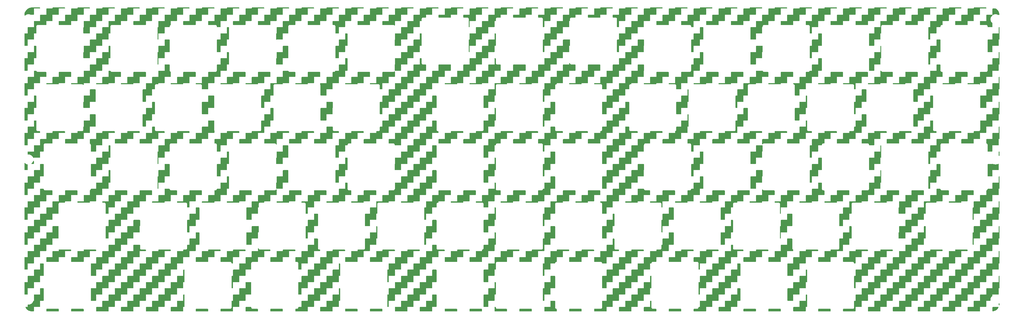
<source format=gbr>
G04 #@! TF.GenerationSoftware,KiCad,Pcbnew,(6.0.11-0)*
G04 #@! TF.CreationDate,2023-10-02T19:12:13+09:00*
G04 #@! TF.ProjectId,clavis,636c6176-6973-42e6-9b69-6361645f7063,rev?*
G04 #@! TF.SameCoordinates,Original*
G04 #@! TF.FileFunction,Copper,L2,Bot*
G04 #@! TF.FilePolarity,Positive*
%FSLAX46Y46*%
G04 Gerber Fmt 4.6, Leading zero omitted, Abs format (unit mm)*
G04 Created by KiCad (PCBNEW (6.0.11-0)) date 2023-10-02 19:12:13*
%MOMM*%
%LPD*%
G01*
G04 APERTURE LIST*
G04 APERTURE END LIST*
G04 #@! TA.AperFunction,NonConductor*
G36*
X326928580Y-18124422D02*
G01*
X327046313Y-18195595D01*
X327058834Y-18204238D01*
X327283671Y-18380385D01*
X327295060Y-18390475D01*
X327497025Y-18592440D01*
X327507115Y-18603829D01*
X327683262Y-18828666D01*
X327691905Y-18841187D01*
X327839672Y-19085621D01*
X327846742Y-19099092D01*
X327963966Y-19359555D01*
X327969359Y-19373773D01*
X328054336Y-19646473D01*
X328057977Y-19661246D01*
X328109460Y-19942186D01*
X328111294Y-19957287D01*
X328112223Y-19972639D01*
X328096372Y-20041844D01*
X328045623Y-20091493D01*
X327986453Y-20106250D01*
X327843750Y-20106250D01*
X327843750Y-20114044D01*
X327824361Y-20136420D01*
X327824257Y-20136330D01*
X327816656Y-20150252D01*
X327754345Y-20184278D01*
X327683529Y-20179214D01*
X327661724Y-20168591D01*
X327574222Y-20114970D01*
X327570002Y-20112384D01*
X327565432Y-20110491D01*
X327565428Y-20110489D01*
X327340664Y-20017389D01*
X327340662Y-20017388D01*
X327336091Y-20015495D01*
X327251468Y-19995179D01*
X327094716Y-19957546D01*
X327094710Y-19957545D01*
X327089903Y-19956391D01*
X326837500Y-19936526D01*
X326585097Y-19956391D01*
X326580290Y-19957545D01*
X326580284Y-19957546D01*
X326423532Y-19995179D01*
X326338909Y-20015495D01*
X326334338Y-20017388D01*
X326334336Y-20017389D01*
X326109572Y-20110489D01*
X326109568Y-20110491D01*
X326104998Y-20112384D01*
X326100779Y-20114970D01*
X326100772Y-20114973D01*
X326035584Y-20154920D01*
X325967051Y-20173458D01*
X325899374Y-20152001D01*
X325854041Y-20097362D01*
X325843750Y-20047487D01*
X325843750Y-18232250D01*
X325863752Y-18164129D01*
X325917408Y-18117636D01*
X325969750Y-18106250D01*
X326863395Y-18106250D01*
X326928580Y-18124422D01*
G37*
G04 #@! TD.AperFunction*
G04 #@! TA.AperFunction,NonConductor*
G36*
X19785871Y-17778502D02*
G01*
X19832364Y-17832158D01*
X19843750Y-17884500D01*
X19843750Y-17980250D01*
X19823748Y-18048371D01*
X19770092Y-18094864D01*
X19717750Y-18106250D01*
X17843750Y-18106250D01*
X17843750Y-19980250D01*
X17823748Y-20048371D01*
X17770092Y-20094864D01*
X17717750Y-20106250D01*
X16830256Y-20106250D01*
X16782038Y-20096659D01*
X16590664Y-20017389D01*
X16590662Y-20017388D01*
X16586091Y-20015495D01*
X16501468Y-19995179D01*
X16344716Y-19957546D01*
X16344710Y-19957545D01*
X16339903Y-19956391D01*
X16087500Y-19936526D01*
X15835097Y-19956391D01*
X15830290Y-19957545D01*
X15830284Y-19957546D01*
X15673532Y-19995179D01*
X15588909Y-20015495D01*
X15584338Y-20017388D01*
X15584336Y-20017389D01*
X15359572Y-20110489D01*
X15359568Y-20110491D01*
X15354998Y-20112384D01*
X15139124Y-20244672D01*
X15042257Y-20327405D01*
X15008947Y-20355854D01*
X14944157Y-20384885D01*
X14873957Y-20374280D01*
X14820634Y-20327405D01*
X14801125Y-20258503D01*
X14801170Y-20254862D01*
X14801170Y-20254859D01*
X14801229Y-20250000D01*
X14800540Y-20245186D01*
X14800539Y-20245177D01*
X14799369Y-20237006D01*
X14798327Y-20211540D01*
X14813706Y-19957290D01*
X14815540Y-19942186D01*
X14867023Y-19661246D01*
X14870664Y-19646473D01*
X14955641Y-19373773D01*
X14961034Y-19359555D01*
X15078258Y-19099092D01*
X15085328Y-19085621D01*
X15233095Y-18841187D01*
X15241738Y-18828666D01*
X15417885Y-18603829D01*
X15427975Y-18592440D01*
X15629940Y-18390475D01*
X15641329Y-18380385D01*
X15866166Y-18204238D01*
X15878687Y-18195595D01*
X16123121Y-18047828D01*
X16136594Y-18040757D01*
X16179277Y-18021547D01*
X16397055Y-17923534D01*
X16411269Y-17918142D01*
X16683974Y-17833164D01*
X16698740Y-17829525D01*
X16907714Y-17791229D01*
X16979686Y-17778040D01*
X16994790Y-17776206D01*
X17245404Y-17761047D01*
X17272216Y-17762308D01*
X17272352Y-17762310D01*
X17281224Y-17763691D01*
X17290126Y-17762527D01*
X17290128Y-17762527D01*
X17305177Y-17760559D01*
X17312786Y-17759564D01*
X17329121Y-17758500D01*
X19717750Y-17758500D01*
X19785871Y-17778502D01*
G37*
G04 #@! TD.AperFunction*
G04 #@! TA.AperFunction,NonConductor*
G36*
X155785871Y-17778502D02*
G01*
X155832364Y-17832158D01*
X155843750Y-17884500D01*
X155843750Y-17980250D01*
X155823748Y-18048371D01*
X155770092Y-18094864D01*
X155717750Y-18106250D01*
X153843750Y-18106250D01*
X153843750Y-19980250D01*
X153823748Y-20048371D01*
X153770092Y-20094864D01*
X153717750Y-20106250D01*
X151843750Y-20106250D01*
X151843750Y-20890500D01*
X151823748Y-20958621D01*
X151770092Y-21005114D01*
X151717750Y-21016500D01*
X147969750Y-21016500D01*
X147901629Y-20996498D01*
X147855136Y-20942842D01*
X147843750Y-20890500D01*
X147843750Y-20232250D01*
X147863752Y-20164129D01*
X147917408Y-20117636D01*
X147969750Y-20106250D01*
X149843750Y-20106250D01*
X149843750Y-18232250D01*
X149863752Y-18164129D01*
X149917408Y-18117636D01*
X149969750Y-18106250D01*
X151843750Y-18106250D01*
X151843750Y-17884500D01*
X151863752Y-17816379D01*
X151917408Y-17769886D01*
X151969750Y-17758500D01*
X155717750Y-17758500D01*
X155785871Y-17778502D01*
G37*
G04 #@! TD.AperFunction*
G04 #@! TA.AperFunction,NonConductor*
G36*
X179785871Y-17778502D02*
G01*
X179832364Y-17832158D01*
X179843750Y-17884500D01*
X179843750Y-17980250D01*
X179823748Y-18048371D01*
X179770092Y-18094864D01*
X179717750Y-18106250D01*
X177843750Y-18106250D01*
X177843750Y-19980250D01*
X177823748Y-20048371D01*
X177770092Y-20094864D01*
X177717750Y-20106250D01*
X175843750Y-20106250D01*
X175843750Y-20890500D01*
X175823748Y-20958621D01*
X175770092Y-21005114D01*
X175717750Y-21016500D01*
X171969750Y-21016500D01*
X171901629Y-20996498D01*
X171855136Y-20942842D01*
X171843750Y-20890500D01*
X171843750Y-20232250D01*
X171863752Y-20164129D01*
X171917408Y-20117636D01*
X171969750Y-20106250D01*
X173843750Y-20106250D01*
X173843750Y-18232250D01*
X173863752Y-18164129D01*
X173917408Y-18117636D01*
X173969750Y-18106250D01*
X175843750Y-18106250D01*
X175843750Y-17884500D01*
X175863752Y-17816379D01*
X175917408Y-17769886D01*
X175969750Y-17758500D01*
X179717750Y-17758500D01*
X179785871Y-17778502D01*
G37*
G04 #@! TD.AperFunction*
G04 #@! TA.AperFunction,NonConductor*
G36*
X203785871Y-17778502D02*
G01*
X203832364Y-17832158D01*
X203843750Y-17884500D01*
X203843750Y-17980250D01*
X203823748Y-18048371D01*
X203770092Y-18094864D01*
X203717750Y-18106250D01*
X201843750Y-18106250D01*
X201843750Y-19980250D01*
X201823748Y-20048371D01*
X201770092Y-20094864D01*
X201717750Y-20106250D01*
X199843750Y-20106250D01*
X199843750Y-20890500D01*
X199823748Y-20958621D01*
X199770092Y-21005114D01*
X199717750Y-21016500D01*
X195969750Y-21016500D01*
X195901629Y-20996498D01*
X195855136Y-20942842D01*
X195843750Y-20890500D01*
X195843750Y-20232250D01*
X195863752Y-20164129D01*
X195917408Y-20117636D01*
X195969750Y-20106250D01*
X197843750Y-20106250D01*
X197843750Y-18232250D01*
X197863752Y-18164129D01*
X197917408Y-18117636D01*
X197969750Y-18106250D01*
X199843750Y-18106250D01*
X199843750Y-17884500D01*
X199863752Y-17816379D01*
X199917408Y-17769886D01*
X199969750Y-17758500D01*
X203717750Y-17758500D01*
X203785871Y-17778502D01*
G37*
G04 #@! TD.AperFunction*
G04 #@! TA.AperFunction,NonConductor*
G36*
X75785871Y-17778502D02*
G01*
X75832364Y-17832158D01*
X75843750Y-17884500D01*
X75843750Y-17980250D01*
X75823748Y-18048371D01*
X75770092Y-18094864D01*
X75717750Y-18106250D01*
X73843750Y-18106250D01*
X73843750Y-19980250D01*
X73823748Y-20048371D01*
X73770092Y-20094864D01*
X73717750Y-20106250D01*
X71843750Y-20106250D01*
X71843750Y-21980250D01*
X71823748Y-22048371D01*
X71770092Y-22094864D01*
X71717750Y-22106250D01*
X69843750Y-22106250D01*
X69843750Y-23271750D01*
X69823748Y-23339871D01*
X69770092Y-23386364D01*
X69717750Y-23397750D01*
X65969750Y-23397750D01*
X65901629Y-23377748D01*
X65855136Y-23324092D01*
X65843750Y-23271750D01*
X65843750Y-22232250D01*
X65863752Y-22164129D01*
X65917408Y-22117636D01*
X65969750Y-22106250D01*
X67843750Y-22106250D01*
X67843750Y-20232250D01*
X67863752Y-20164129D01*
X67917408Y-20117636D01*
X67969750Y-20106250D01*
X69843750Y-20106250D01*
X69843750Y-18232250D01*
X69863752Y-18164129D01*
X69917408Y-18117636D01*
X69969750Y-18106250D01*
X71843750Y-18106250D01*
X71843750Y-17884500D01*
X71863752Y-17816379D01*
X71917408Y-17769886D01*
X71969750Y-17758500D01*
X75717750Y-17758500D01*
X75785871Y-17778502D01*
G37*
G04 #@! TD.AperFunction*
G04 #@! TA.AperFunction,NonConductor*
G36*
X59785871Y-17778502D02*
G01*
X59832364Y-17832158D01*
X59843750Y-17884500D01*
X59843750Y-17980250D01*
X59823748Y-18048371D01*
X59770092Y-18094864D01*
X59717750Y-18106250D01*
X57843750Y-18106250D01*
X57843750Y-19980250D01*
X57823748Y-20048371D01*
X57770092Y-20094864D01*
X57717750Y-20106250D01*
X55843750Y-20106250D01*
X55843750Y-21980250D01*
X55823748Y-22048371D01*
X55770092Y-22094864D01*
X55717750Y-22106250D01*
X53843750Y-22106250D01*
X53843750Y-23271750D01*
X53823748Y-23339871D01*
X53770092Y-23386364D01*
X53717750Y-23397750D01*
X49969750Y-23397750D01*
X49901629Y-23377748D01*
X49855136Y-23324092D01*
X49843750Y-23271750D01*
X49843750Y-22232250D01*
X49863752Y-22164129D01*
X49917408Y-22117636D01*
X49969750Y-22106250D01*
X51843750Y-22106250D01*
X51843750Y-20232250D01*
X51863752Y-20164129D01*
X51917408Y-20117636D01*
X51969750Y-20106250D01*
X53843750Y-20106250D01*
X53843750Y-18232250D01*
X53863752Y-18164129D01*
X53917408Y-18117636D01*
X53969750Y-18106250D01*
X55843750Y-18106250D01*
X55843750Y-17884500D01*
X55863752Y-17816379D01*
X55917408Y-17769886D01*
X55969750Y-17758500D01*
X59717750Y-17758500D01*
X59785871Y-17778502D01*
G37*
G04 #@! TD.AperFunction*
G04 #@! TA.AperFunction,NonConductor*
G36*
X251785871Y-17778502D02*
G01*
X251832364Y-17832158D01*
X251843750Y-17884500D01*
X251843750Y-17980250D01*
X251823748Y-18048371D01*
X251770092Y-18094864D01*
X251717750Y-18106250D01*
X249843750Y-18106250D01*
X249843750Y-19980250D01*
X249823748Y-20048371D01*
X249770092Y-20094864D01*
X249717750Y-20106250D01*
X247843750Y-20106250D01*
X247843750Y-21980250D01*
X247823748Y-22048371D01*
X247770092Y-22094864D01*
X247717750Y-22106250D01*
X245843750Y-22106250D01*
X245843750Y-23271750D01*
X245823748Y-23339871D01*
X245770092Y-23386364D01*
X245717750Y-23397750D01*
X241969750Y-23397750D01*
X241901629Y-23377748D01*
X241855136Y-23324092D01*
X241843750Y-23271750D01*
X241843750Y-22232250D01*
X241863752Y-22164129D01*
X241917408Y-22117636D01*
X241969750Y-22106250D01*
X243843750Y-22106250D01*
X243843750Y-20232250D01*
X243863752Y-20164129D01*
X243917408Y-20117636D01*
X243969750Y-20106250D01*
X245843750Y-20106250D01*
X245843750Y-18232250D01*
X245863752Y-18164129D01*
X245917408Y-18117636D01*
X245969750Y-18106250D01*
X247843750Y-18106250D01*
X247843750Y-17884500D01*
X247863752Y-17816379D01*
X247917408Y-17769886D01*
X247969750Y-17758500D01*
X251717750Y-17758500D01*
X251785871Y-17778502D01*
G37*
G04 #@! TD.AperFunction*
G04 #@! TA.AperFunction,NonConductor*
G36*
X35785871Y-17778502D02*
G01*
X35832364Y-17832158D01*
X35843750Y-17884500D01*
X35843750Y-17980250D01*
X35823748Y-18048371D01*
X35770092Y-18094864D01*
X35717750Y-18106250D01*
X33843750Y-18106250D01*
X33843750Y-19980250D01*
X33823748Y-20048371D01*
X33770092Y-20094864D01*
X33717750Y-20106250D01*
X31843750Y-20106250D01*
X31843750Y-21980250D01*
X31823748Y-22048371D01*
X31770092Y-22094864D01*
X31717750Y-22106250D01*
X29843750Y-22106250D01*
X29843750Y-23271750D01*
X29823748Y-23339871D01*
X29770092Y-23386364D01*
X29717750Y-23397750D01*
X25969750Y-23397750D01*
X25901629Y-23377748D01*
X25855136Y-23324092D01*
X25843750Y-23271750D01*
X25843750Y-22232250D01*
X25863752Y-22164129D01*
X25917408Y-22117636D01*
X25969750Y-22106250D01*
X27843750Y-22106250D01*
X27843750Y-20232250D01*
X27863752Y-20164129D01*
X27917408Y-20117636D01*
X27969750Y-20106250D01*
X29843750Y-20106250D01*
X29843750Y-18232250D01*
X29863752Y-18164129D01*
X29917408Y-18117636D01*
X29969750Y-18106250D01*
X31843750Y-18106250D01*
X31843750Y-17884500D01*
X31863752Y-17816379D01*
X31917408Y-17769886D01*
X31969750Y-17758500D01*
X35717750Y-17758500D01*
X35785871Y-17778502D01*
G37*
G04 #@! TD.AperFunction*
G04 #@! TA.AperFunction,NonConductor*
G36*
X283785871Y-17778502D02*
G01*
X283832364Y-17832158D01*
X283843750Y-17884500D01*
X283843750Y-17980250D01*
X283823748Y-18048371D01*
X283770092Y-18094864D01*
X283717750Y-18106250D01*
X281843750Y-18106250D01*
X281843750Y-19980250D01*
X281823748Y-20048371D01*
X281770092Y-20094864D01*
X281717750Y-20106250D01*
X279843750Y-20106250D01*
X279843750Y-21980250D01*
X279823748Y-22048371D01*
X279770092Y-22094864D01*
X279717750Y-22106250D01*
X277843750Y-22106250D01*
X277843750Y-23271750D01*
X277823748Y-23339871D01*
X277770092Y-23386364D01*
X277717750Y-23397750D01*
X273969750Y-23397750D01*
X273901629Y-23377748D01*
X273855136Y-23324092D01*
X273843750Y-23271750D01*
X273843750Y-22232250D01*
X273863752Y-22164129D01*
X273917408Y-22117636D01*
X273969750Y-22106250D01*
X275843750Y-22106250D01*
X275843750Y-20232250D01*
X275863752Y-20164129D01*
X275917408Y-20117636D01*
X275969750Y-20106250D01*
X277843750Y-20106250D01*
X277843750Y-18232250D01*
X277863752Y-18164129D01*
X277917408Y-18117636D01*
X277969750Y-18106250D01*
X279843750Y-18106250D01*
X279843750Y-17884500D01*
X279863752Y-17816379D01*
X279917408Y-17769886D01*
X279969750Y-17758500D01*
X283717750Y-17758500D01*
X283785871Y-17778502D01*
G37*
G04 #@! TD.AperFunction*
G04 #@! TA.AperFunction,NonConductor*
G36*
X131785871Y-17778502D02*
G01*
X131832364Y-17832158D01*
X131843750Y-17884500D01*
X131843750Y-17980250D01*
X131823748Y-18048371D01*
X131770092Y-18094864D01*
X131717750Y-18106250D01*
X129843750Y-18106250D01*
X129843750Y-19980250D01*
X129823748Y-20048371D01*
X129770092Y-20094864D01*
X129717750Y-20106250D01*
X127843750Y-20106250D01*
X127843750Y-21980250D01*
X127823748Y-22048371D01*
X127770092Y-22094864D01*
X127717750Y-22106250D01*
X125843750Y-22106250D01*
X125843750Y-23271750D01*
X125823748Y-23339871D01*
X125770092Y-23386364D01*
X125717750Y-23397750D01*
X121969750Y-23397750D01*
X121901629Y-23377748D01*
X121855136Y-23324092D01*
X121843750Y-23271750D01*
X121843750Y-22232250D01*
X121863752Y-22164129D01*
X121917408Y-22117636D01*
X121969750Y-22106250D01*
X123843750Y-22106250D01*
X123843750Y-20232250D01*
X123863752Y-20164129D01*
X123917408Y-20117636D01*
X123969750Y-20106250D01*
X125843750Y-20106250D01*
X125843750Y-18232250D01*
X125863752Y-18164129D01*
X125917408Y-18117636D01*
X125969750Y-18106250D01*
X127843750Y-18106250D01*
X127843750Y-17884500D01*
X127863752Y-17816379D01*
X127917408Y-17769886D01*
X127969750Y-17758500D01*
X131717750Y-17758500D01*
X131785871Y-17778502D01*
G37*
G04 #@! TD.AperFunction*
G04 #@! TA.AperFunction,NonConductor*
G36*
X307785871Y-17778502D02*
G01*
X307832364Y-17832158D01*
X307843750Y-17884500D01*
X307843750Y-17980250D01*
X307823748Y-18048371D01*
X307770092Y-18094864D01*
X307717750Y-18106250D01*
X305843750Y-18106250D01*
X305843750Y-19980250D01*
X305823748Y-20048371D01*
X305770092Y-20094864D01*
X305717750Y-20106250D01*
X303843750Y-20106250D01*
X303843750Y-21980250D01*
X303823748Y-22048371D01*
X303770092Y-22094864D01*
X303717750Y-22106250D01*
X301843750Y-22106250D01*
X301843750Y-23271750D01*
X301823748Y-23339871D01*
X301770092Y-23386364D01*
X301717750Y-23397750D01*
X297969750Y-23397750D01*
X297901629Y-23377748D01*
X297855136Y-23324092D01*
X297843750Y-23271750D01*
X297843750Y-22232250D01*
X297863752Y-22164129D01*
X297917408Y-22117636D01*
X297969750Y-22106250D01*
X299843750Y-22106250D01*
X299843750Y-20232250D01*
X299863752Y-20164129D01*
X299917408Y-20117636D01*
X299969750Y-20106250D01*
X301843750Y-20106250D01*
X301843750Y-18232250D01*
X301863752Y-18164129D01*
X301917408Y-18117636D01*
X301969750Y-18106250D01*
X303843750Y-18106250D01*
X303843750Y-17884500D01*
X303863752Y-17816379D01*
X303917408Y-17769886D01*
X303969750Y-17758500D01*
X307717750Y-17758500D01*
X307785871Y-17778502D01*
G37*
G04 #@! TD.AperFunction*
G04 #@! TA.AperFunction,NonConductor*
G36*
X323785871Y-17778502D02*
G01*
X323832364Y-17832158D01*
X323843750Y-17884500D01*
X323843750Y-17980250D01*
X323823748Y-18048371D01*
X323770092Y-18094864D01*
X323717750Y-18106250D01*
X321843750Y-18106250D01*
X321843750Y-19980250D01*
X321823748Y-20048371D01*
X321770092Y-20094864D01*
X321717750Y-20106250D01*
X319843750Y-20106250D01*
X319843750Y-21980250D01*
X319823748Y-22048371D01*
X319770092Y-22094864D01*
X319717750Y-22106250D01*
X317843750Y-22106250D01*
X317843750Y-23271750D01*
X317823748Y-23339871D01*
X317770092Y-23386364D01*
X317717750Y-23397750D01*
X313969750Y-23397750D01*
X313901629Y-23377748D01*
X313855136Y-23324092D01*
X313843750Y-23271750D01*
X313843750Y-22232250D01*
X313863752Y-22164129D01*
X313917408Y-22117636D01*
X313969750Y-22106250D01*
X315843750Y-22106250D01*
X315843750Y-20232250D01*
X315863752Y-20164129D01*
X315917408Y-20117636D01*
X315969750Y-20106250D01*
X317843750Y-20106250D01*
X317843750Y-18232250D01*
X317863752Y-18164129D01*
X317917408Y-18117636D01*
X317969750Y-18106250D01*
X319843750Y-18106250D01*
X319843750Y-17884500D01*
X319863752Y-17816379D01*
X319917408Y-17769886D01*
X319969750Y-17758500D01*
X323717750Y-17758500D01*
X323785871Y-17778502D01*
G37*
G04 #@! TD.AperFunction*
G04 #@! TA.AperFunction,NonConductor*
G36*
X267785871Y-17778502D02*
G01*
X267832364Y-17832158D01*
X267843750Y-17884500D01*
X267843750Y-17980250D01*
X267823748Y-18048371D01*
X267770092Y-18094864D01*
X267717750Y-18106250D01*
X265843750Y-18106250D01*
X265843750Y-19980250D01*
X265823748Y-20048371D01*
X265770092Y-20094864D01*
X265717750Y-20106250D01*
X263843750Y-20106250D01*
X263843750Y-21980250D01*
X263823748Y-22048371D01*
X263770092Y-22094864D01*
X263717750Y-22106250D01*
X261843750Y-22106250D01*
X261843750Y-23271750D01*
X261823748Y-23339871D01*
X261770092Y-23386364D01*
X261717750Y-23397750D01*
X257969750Y-23397750D01*
X257901629Y-23377748D01*
X257855136Y-23324092D01*
X257843750Y-23271750D01*
X257843750Y-22232250D01*
X257863752Y-22164129D01*
X257917408Y-22117636D01*
X257969750Y-22106250D01*
X259843750Y-22106250D01*
X259843750Y-20232250D01*
X259863752Y-20164129D01*
X259917408Y-20117636D01*
X259969750Y-20106250D01*
X261843750Y-20106250D01*
X261843750Y-18232250D01*
X261863752Y-18164129D01*
X261917408Y-18117636D01*
X261969750Y-18106250D01*
X263843750Y-18106250D01*
X263843750Y-17884500D01*
X263863752Y-17816379D01*
X263917408Y-17769886D01*
X263969750Y-17758500D01*
X267717750Y-17758500D01*
X267785871Y-17778502D01*
G37*
G04 #@! TD.AperFunction*
G04 #@! TA.AperFunction,NonConductor*
G36*
X115785871Y-17778502D02*
G01*
X115832364Y-17832158D01*
X115843750Y-17884500D01*
X115843750Y-17980250D01*
X115823748Y-18048371D01*
X115770092Y-18094864D01*
X115717750Y-18106250D01*
X113843750Y-18106250D01*
X113843750Y-19980250D01*
X113823748Y-20048371D01*
X113770092Y-20094864D01*
X113717750Y-20106250D01*
X111843750Y-20106250D01*
X111843750Y-21980250D01*
X111823748Y-22048371D01*
X111770092Y-22094864D01*
X111717750Y-22106250D01*
X109843750Y-22106250D01*
X109843750Y-23271750D01*
X109823748Y-23339871D01*
X109770092Y-23386364D01*
X109717750Y-23397750D01*
X105969750Y-23397750D01*
X105901629Y-23377748D01*
X105855136Y-23324092D01*
X105843750Y-23271750D01*
X105843750Y-22232250D01*
X105863752Y-22164129D01*
X105917408Y-22117636D01*
X105969750Y-22106250D01*
X107843750Y-22106250D01*
X107843750Y-20232250D01*
X107863752Y-20164129D01*
X107917408Y-20117636D01*
X107969750Y-20106250D01*
X109843750Y-20106250D01*
X109843750Y-18232250D01*
X109863752Y-18164129D01*
X109917408Y-18117636D01*
X109969750Y-18106250D01*
X111843750Y-18106250D01*
X111843750Y-17884500D01*
X111863752Y-17816379D01*
X111917408Y-17769886D01*
X111969750Y-17758500D01*
X115717750Y-17758500D01*
X115785871Y-17778502D01*
G37*
G04 #@! TD.AperFunction*
G04 #@! TA.AperFunction,NonConductor*
G36*
X91785871Y-17778502D02*
G01*
X91832364Y-17832158D01*
X91843750Y-17884500D01*
X91843750Y-17980250D01*
X91823748Y-18048371D01*
X91770092Y-18094864D01*
X91717750Y-18106250D01*
X89843750Y-18106250D01*
X89843750Y-19980250D01*
X89823748Y-20048371D01*
X89770092Y-20094864D01*
X89717750Y-20106250D01*
X87843750Y-20106250D01*
X87843750Y-21980250D01*
X87823748Y-22048371D01*
X87770092Y-22094864D01*
X87717750Y-22106250D01*
X85843750Y-22106250D01*
X85843750Y-23271750D01*
X85823748Y-23339871D01*
X85770092Y-23386364D01*
X85717750Y-23397750D01*
X81969750Y-23397750D01*
X81901629Y-23377748D01*
X81855136Y-23324092D01*
X81843750Y-23271750D01*
X81843750Y-22232250D01*
X81863752Y-22164129D01*
X81917408Y-22117636D01*
X81969750Y-22106250D01*
X83843750Y-22106250D01*
X83843750Y-20232250D01*
X83863752Y-20164129D01*
X83917408Y-20117636D01*
X83969750Y-20106250D01*
X85843750Y-20106250D01*
X85843750Y-18232250D01*
X85863752Y-18164129D01*
X85917408Y-18117636D01*
X85969750Y-18106250D01*
X87843750Y-18106250D01*
X87843750Y-17884500D01*
X87863752Y-17816379D01*
X87917408Y-17769886D01*
X87969750Y-17758500D01*
X91717750Y-17758500D01*
X91785871Y-17778502D01*
G37*
G04 #@! TD.AperFunction*
G04 #@! TA.AperFunction,NonConductor*
G36*
X227785871Y-17778502D02*
G01*
X227832364Y-17832158D01*
X227843750Y-17884500D01*
X227843750Y-17980250D01*
X227823748Y-18048371D01*
X227770092Y-18094864D01*
X227717750Y-18106250D01*
X225843750Y-18106250D01*
X225843750Y-19980250D01*
X225823748Y-20048371D01*
X225770092Y-20094864D01*
X225717750Y-20106250D01*
X223843750Y-20106250D01*
X223843750Y-21980250D01*
X223823748Y-22048371D01*
X223770092Y-22094864D01*
X223717750Y-22106250D01*
X221843750Y-22106250D01*
X221843750Y-23271750D01*
X221823748Y-23339871D01*
X221770092Y-23386364D01*
X221717750Y-23397750D01*
X217969750Y-23397750D01*
X217901629Y-23377748D01*
X217855136Y-23324092D01*
X217843750Y-23271750D01*
X217843750Y-22232250D01*
X217863752Y-22164129D01*
X217917408Y-22117636D01*
X217969750Y-22106250D01*
X219843750Y-22106250D01*
X219843750Y-20232250D01*
X219863752Y-20164129D01*
X219917408Y-20117636D01*
X219969750Y-20106250D01*
X221843750Y-20106250D01*
X221843750Y-18232250D01*
X221863752Y-18164129D01*
X221917408Y-18117636D01*
X221969750Y-18106250D01*
X223843750Y-18106250D01*
X223843750Y-17884500D01*
X223863752Y-17816379D01*
X223917408Y-17769886D01*
X223969750Y-17758500D01*
X227717750Y-17758500D01*
X227785871Y-17778502D01*
G37*
G04 #@! TD.AperFunction*
G04 #@! TA.AperFunction,NonConductor*
G36*
X243785871Y-17778502D02*
G01*
X243832364Y-17832158D01*
X243843750Y-17884500D01*
X243843750Y-17980250D01*
X243823748Y-18048371D01*
X243770092Y-18094864D01*
X243717750Y-18106250D01*
X241843750Y-18106250D01*
X241843750Y-19980250D01*
X241823748Y-20048371D01*
X241770092Y-20094864D01*
X241717750Y-20106250D01*
X239843750Y-20106250D01*
X239843750Y-21980250D01*
X239823748Y-22048371D01*
X239770092Y-22094864D01*
X239717750Y-22106250D01*
X237843750Y-22106250D01*
X237843750Y-23271750D01*
X237823748Y-23339871D01*
X237770092Y-23386364D01*
X237717750Y-23397750D01*
X233969750Y-23397750D01*
X233901629Y-23377748D01*
X233855136Y-23324092D01*
X233843750Y-23271750D01*
X233843750Y-22232250D01*
X233863752Y-22164129D01*
X233917408Y-22117636D01*
X233969750Y-22106250D01*
X235843750Y-22106250D01*
X235843750Y-20232250D01*
X235863752Y-20164129D01*
X235917408Y-20117636D01*
X235969750Y-20106250D01*
X237843750Y-20106250D01*
X237843750Y-18232250D01*
X237863752Y-18164129D01*
X237917408Y-18117636D01*
X237969750Y-18106250D01*
X239843750Y-18106250D01*
X239843750Y-17884500D01*
X239863752Y-17816379D01*
X239917408Y-17769886D01*
X239969750Y-17758500D01*
X243717750Y-17758500D01*
X243785871Y-17778502D01*
G37*
G04 #@! TD.AperFunction*
G04 #@! TA.AperFunction,NonConductor*
G36*
X99785871Y-17778502D02*
G01*
X99832364Y-17832158D01*
X99843750Y-17884500D01*
X99843750Y-17980250D01*
X99823748Y-18048371D01*
X99770092Y-18094864D01*
X99717750Y-18106250D01*
X97843750Y-18106250D01*
X97843750Y-19980250D01*
X97823748Y-20048371D01*
X97770092Y-20094864D01*
X97717750Y-20106250D01*
X95843750Y-20106250D01*
X95843750Y-21980250D01*
X95823748Y-22048371D01*
X95770092Y-22094864D01*
X95717750Y-22106250D01*
X93843750Y-22106250D01*
X93843750Y-23271750D01*
X93823748Y-23339871D01*
X93770092Y-23386364D01*
X93717750Y-23397750D01*
X89969750Y-23397750D01*
X89901629Y-23377748D01*
X89855136Y-23324092D01*
X89843750Y-23271750D01*
X89843750Y-22232250D01*
X89863752Y-22164129D01*
X89917408Y-22117636D01*
X89969750Y-22106250D01*
X91843750Y-22106250D01*
X91843750Y-20232250D01*
X91863752Y-20164129D01*
X91917408Y-20117636D01*
X91969750Y-20106250D01*
X93843750Y-20106250D01*
X93843750Y-18232250D01*
X93863752Y-18164129D01*
X93917408Y-18117636D01*
X93969750Y-18106250D01*
X95843750Y-18106250D01*
X95843750Y-17884500D01*
X95863752Y-17816379D01*
X95917408Y-17769886D01*
X95969750Y-17758500D01*
X99717750Y-17758500D01*
X99785871Y-17778502D01*
G37*
G04 #@! TD.AperFunction*
G04 #@! TA.AperFunction,NonConductor*
G36*
X291785871Y-17778502D02*
G01*
X291832364Y-17832158D01*
X291843750Y-17884500D01*
X291843750Y-17980250D01*
X291823748Y-18048371D01*
X291770092Y-18094864D01*
X291717750Y-18106250D01*
X289843750Y-18106250D01*
X289843750Y-19980250D01*
X289823748Y-20048371D01*
X289770092Y-20094864D01*
X289717750Y-20106250D01*
X287843750Y-20106250D01*
X287843750Y-21980250D01*
X287823748Y-22048371D01*
X287770092Y-22094864D01*
X287717750Y-22106250D01*
X285843750Y-22106250D01*
X285843750Y-23272073D01*
X285823748Y-23340194D01*
X285770092Y-23386687D01*
X285716983Y-23398071D01*
X285710489Y-23398031D01*
X285697746Y-23397954D01*
X285696961Y-23397921D01*
X285695864Y-23397750D01*
X285664873Y-23397750D01*
X285664103Y-23397748D01*
X285590465Y-23397298D01*
X285590464Y-23397298D01*
X285586529Y-23397274D01*
X285585185Y-23397658D01*
X285583840Y-23397750D01*
X281969750Y-23397750D01*
X281901629Y-23377748D01*
X281855136Y-23324092D01*
X281843750Y-23271750D01*
X281843750Y-22232250D01*
X281863752Y-22164129D01*
X281917408Y-22117636D01*
X281969750Y-22106250D01*
X283843750Y-22106250D01*
X283843750Y-20232250D01*
X283863752Y-20164129D01*
X283917408Y-20117636D01*
X283969750Y-20106250D01*
X285843750Y-20106250D01*
X285843750Y-18232250D01*
X285863752Y-18164129D01*
X285917408Y-18117636D01*
X285969750Y-18106250D01*
X287843750Y-18106250D01*
X287843750Y-17884500D01*
X287863752Y-17816379D01*
X287917408Y-17769886D01*
X287969750Y-17758500D01*
X291717750Y-17758500D01*
X291785871Y-17778502D01*
G37*
G04 #@! TD.AperFunction*
G04 #@! TA.AperFunction,NonConductor*
G36*
X139785871Y-17778502D02*
G01*
X139832364Y-17832158D01*
X139843750Y-17884500D01*
X139843750Y-17980250D01*
X139823748Y-18048371D01*
X139770092Y-18094864D01*
X139717750Y-18106250D01*
X137843750Y-18106250D01*
X137843750Y-19980250D01*
X137823748Y-20048371D01*
X137770092Y-20094864D01*
X137717750Y-20106250D01*
X135843750Y-20106250D01*
X135843750Y-21980250D01*
X135823748Y-22048371D01*
X135770092Y-22094864D01*
X135717750Y-22106250D01*
X133843750Y-22106250D01*
X133843750Y-23467252D01*
X133823748Y-23535373D01*
X133770092Y-23581866D01*
X133699818Y-23591970D01*
X133634342Y-23561693D01*
X133625312Y-23553718D01*
X133613268Y-23541526D01*
X133599823Y-23525923D01*
X133599820Y-23525921D01*
X133593963Y-23519123D01*
X133580259Y-23510240D01*
X133572415Y-23505156D01*
X133557541Y-23493865D01*
X133545033Y-23482819D01*
X133545032Y-23482818D01*
X133538299Y-23476872D01*
X133511537Y-23464307D01*
X133496559Y-23455987D01*
X133479267Y-23444779D01*
X133479262Y-23444777D01*
X133471735Y-23439898D01*
X133463142Y-23437328D01*
X133463137Y-23437326D01*
X133447130Y-23432539D01*
X133429686Y-23425878D01*
X133414574Y-23418783D01*
X133414572Y-23418782D01*
X133406450Y-23414969D01*
X133397583Y-23413588D01*
X133397582Y-23413588D01*
X133386728Y-23411898D01*
X133377233Y-23410420D01*
X133360518Y-23406637D01*
X133340784Y-23400735D01*
X133340778Y-23400734D01*
X133332184Y-23398164D01*
X133323213Y-23398109D01*
X133323212Y-23398109D01*
X133313153Y-23398048D01*
X133297744Y-23397954D01*
X133296961Y-23397921D01*
X133295864Y-23397750D01*
X133264873Y-23397750D01*
X133264103Y-23397748D01*
X133190465Y-23397298D01*
X133190464Y-23397298D01*
X133186529Y-23397274D01*
X133185185Y-23397658D01*
X133183840Y-23397750D01*
X129969750Y-23397750D01*
X129901629Y-23377748D01*
X129855136Y-23324092D01*
X129843750Y-23271750D01*
X129843750Y-22232250D01*
X129863752Y-22164129D01*
X129917408Y-22117636D01*
X129969750Y-22106250D01*
X131843750Y-22106250D01*
X131843750Y-20232250D01*
X131863752Y-20164129D01*
X131917408Y-20117636D01*
X131969750Y-20106250D01*
X133843750Y-20106250D01*
X133843750Y-18232250D01*
X133863752Y-18164129D01*
X133917408Y-18117636D01*
X133969750Y-18106250D01*
X135843750Y-18106250D01*
X135843750Y-17884500D01*
X135863752Y-17816379D01*
X135917408Y-17769886D01*
X135969750Y-17758500D01*
X139717750Y-17758500D01*
X139785871Y-17778502D01*
G37*
G04 #@! TD.AperFunction*
G04 #@! TA.AperFunction,NonConductor*
G36*
X211785871Y-17778502D02*
G01*
X211832364Y-17832158D01*
X211843750Y-17884500D01*
X211843750Y-17980250D01*
X211823748Y-18048371D01*
X211770092Y-18094864D01*
X211717750Y-18106250D01*
X209843750Y-18106250D01*
X209843750Y-19980250D01*
X209823748Y-20048371D01*
X209770092Y-20094864D01*
X209717750Y-20106250D01*
X207843750Y-20106250D01*
X207843750Y-21980250D01*
X207823748Y-22048371D01*
X207770092Y-22094864D01*
X207717750Y-22106250D01*
X205843750Y-22106250D01*
X205843750Y-23980250D01*
X205823748Y-24048371D01*
X205770092Y-24094864D01*
X205717750Y-24106250D01*
X205328250Y-24106250D01*
X205260129Y-24086248D01*
X205213636Y-24032592D01*
X205202250Y-23980250D01*
X205202250Y-21533623D01*
X205202252Y-21532853D01*
X205202550Y-21484102D01*
X205202726Y-21455279D01*
X205194600Y-21426847D01*
X205191022Y-21410085D01*
X205188102Y-21389698D01*
X205186830Y-21380813D01*
X205176201Y-21357436D01*
X205169754Y-21339913D01*
X205165166Y-21323862D01*
X205162699Y-21315229D01*
X205157906Y-21307632D01*
X205146920Y-21290220D01*
X205138780Y-21275135D01*
X205136314Y-21269711D01*
X205126542Y-21248218D01*
X205109780Y-21228765D01*
X205098677Y-21213761D01*
X205084974Y-21192042D01*
X205078249Y-21186103D01*
X205078246Y-21186099D01*
X205062812Y-21172468D01*
X205050768Y-21160276D01*
X205037323Y-21144673D01*
X205037320Y-21144671D01*
X205031463Y-21137873D01*
X205022011Y-21131746D01*
X205009915Y-21123906D01*
X204995041Y-21112615D01*
X204982533Y-21101569D01*
X204982532Y-21101568D01*
X204975799Y-21095622D01*
X204949037Y-21083057D01*
X204934059Y-21074737D01*
X204916767Y-21063529D01*
X204916762Y-21063527D01*
X204909235Y-21058648D01*
X204900642Y-21056078D01*
X204900637Y-21056076D01*
X204884630Y-21051289D01*
X204867186Y-21044628D01*
X204852074Y-21037533D01*
X204852072Y-21037532D01*
X204843950Y-21033719D01*
X204835083Y-21032338D01*
X204835082Y-21032338D01*
X204824228Y-21030648D01*
X204814733Y-21029170D01*
X204798018Y-21025387D01*
X204778284Y-21019485D01*
X204778278Y-21019484D01*
X204769684Y-21016914D01*
X204760713Y-21016859D01*
X204760712Y-21016859D01*
X204750653Y-21016798D01*
X204735244Y-21016704D01*
X204734461Y-21016671D01*
X204733364Y-21016500D01*
X204702373Y-21016500D01*
X204701603Y-21016498D01*
X204627965Y-21016048D01*
X204627964Y-21016048D01*
X204624029Y-21016024D01*
X204622685Y-21016408D01*
X204621340Y-21016500D01*
X203969750Y-21016500D01*
X203901629Y-20996498D01*
X203855136Y-20942842D01*
X203843750Y-20890500D01*
X203843750Y-20232250D01*
X203863752Y-20164129D01*
X203917408Y-20117636D01*
X203969750Y-20106250D01*
X205843750Y-20106250D01*
X205843750Y-18232250D01*
X205863752Y-18164129D01*
X205917408Y-18117636D01*
X205969750Y-18106250D01*
X207843750Y-18106250D01*
X207843750Y-17884500D01*
X207863752Y-17816379D01*
X207917408Y-17769886D01*
X207969750Y-17758500D01*
X211717750Y-17758500D01*
X211785871Y-17778502D01*
G37*
G04 #@! TD.AperFunction*
G04 #@! TA.AperFunction,NonConductor*
G36*
X235785871Y-17778502D02*
G01*
X235832364Y-17832158D01*
X235843750Y-17884500D01*
X235843750Y-17980250D01*
X235823748Y-18048371D01*
X235770092Y-18094864D01*
X235717750Y-18106250D01*
X233843750Y-18106250D01*
X233843750Y-19980250D01*
X233823748Y-20048371D01*
X233770092Y-20094864D01*
X233717750Y-20106250D01*
X231843750Y-20106250D01*
X231843750Y-21980250D01*
X231823748Y-22048371D01*
X231770092Y-22094864D01*
X231717750Y-22106250D01*
X229843750Y-22106250D01*
X229843750Y-23980250D01*
X229823748Y-24048371D01*
X229770092Y-24094864D01*
X229717750Y-24106250D01*
X229140750Y-24106250D01*
X229072629Y-24086248D01*
X229026136Y-24032592D01*
X229014750Y-23980250D01*
X229014750Y-23914873D01*
X229014752Y-23914103D01*
X229015050Y-23865352D01*
X229015226Y-23836529D01*
X229007100Y-23808097D01*
X229003522Y-23791335D01*
X229000602Y-23770948D01*
X228999330Y-23762063D01*
X228988701Y-23738686D01*
X228982254Y-23721163D01*
X228977666Y-23705112D01*
X228975199Y-23696479D01*
X228970406Y-23688882D01*
X228959420Y-23671470D01*
X228951280Y-23656385D01*
X228948814Y-23650961D01*
X228939042Y-23629468D01*
X228922280Y-23610015D01*
X228911177Y-23595011D01*
X228897474Y-23573292D01*
X228890749Y-23567353D01*
X228890746Y-23567349D01*
X228875312Y-23553718D01*
X228863268Y-23541526D01*
X228849823Y-23525923D01*
X228849820Y-23525921D01*
X228843963Y-23519123D01*
X228830259Y-23510240D01*
X228822415Y-23505156D01*
X228807541Y-23493865D01*
X228795033Y-23482819D01*
X228795032Y-23482818D01*
X228788299Y-23476872D01*
X228761537Y-23464307D01*
X228746559Y-23455987D01*
X228729267Y-23444779D01*
X228729262Y-23444777D01*
X228721735Y-23439898D01*
X228713142Y-23437328D01*
X228713137Y-23437326D01*
X228697130Y-23432539D01*
X228679686Y-23425878D01*
X228664574Y-23418783D01*
X228664572Y-23418782D01*
X228656450Y-23414969D01*
X228647583Y-23413588D01*
X228647582Y-23413588D01*
X228636728Y-23411898D01*
X228627233Y-23410420D01*
X228610518Y-23406637D01*
X228590784Y-23400735D01*
X228590778Y-23400734D01*
X228582184Y-23398164D01*
X228573213Y-23398109D01*
X228573212Y-23398109D01*
X228563153Y-23398048D01*
X228547744Y-23397954D01*
X228546961Y-23397921D01*
X228545864Y-23397750D01*
X228514873Y-23397750D01*
X228514103Y-23397748D01*
X228440465Y-23397298D01*
X228440464Y-23397298D01*
X228436529Y-23397274D01*
X228435185Y-23397658D01*
X228433840Y-23397750D01*
X225969750Y-23397750D01*
X225901629Y-23377748D01*
X225855136Y-23324092D01*
X225843750Y-23271750D01*
X225843750Y-22232250D01*
X225863752Y-22164129D01*
X225917408Y-22117636D01*
X225969750Y-22106250D01*
X227843750Y-22106250D01*
X227843750Y-20232250D01*
X227863752Y-20164129D01*
X227917408Y-20117636D01*
X227969750Y-20106250D01*
X229843750Y-20106250D01*
X229843750Y-18232250D01*
X229863752Y-18164129D01*
X229917408Y-18117636D01*
X229969750Y-18106250D01*
X231843750Y-18106250D01*
X231843750Y-17884500D01*
X231863752Y-17816379D01*
X231917408Y-17769886D01*
X231969750Y-17758500D01*
X235717750Y-17758500D01*
X235785871Y-17778502D01*
G37*
G04 #@! TD.AperFunction*
G04 #@! TA.AperFunction,NonConductor*
G36*
X325777778Y-20126252D02*
G01*
X325824271Y-20179908D01*
X325834375Y-20250182D01*
X325804881Y-20314762D01*
X325791488Y-20328061D01*
X325696602Y-20409102D01*
X325532172Y-20601624D01*
X325399884Y-20817498D01*
X325397991Y-20822068D01*
X325397989Y-20822072D01*
X325308654Y-21037746D01*
X325302995Y-21051409D01*
X325291793Y-21098069D01*
X325249284Y-21275135D01*
X325243891Y-21297597D01*
X325224026Y-21550000D01*
X325243891Y-21802403D01*
X325245045Y-21807210D01*
X325245046Y-21807216D01*
X325282679Y-21963968D01*
X325302995Y-22048591D01*
X325304888Y-22053162D01*
X325304889Y-22053164D01*
X325328732Y-22110725D01*
X325399884Y-22282502D01*
X325532172Y-22498376D01*
X325696602Y-22690898D01*
X325700358Y-22694106D01*
X325799581Y-22778851D01*
X325838390Y-22838302D01*
X325843750Y-22874662D01*
X325843750Y-23980250D01*
X325823748Y-24048371D01*
X325770092Y-24094864D01*
X325717750Y-24106250D01*
X324390750Y-24106250D01*
X324322629Y-24086248D01*
X324276136Y-24032592D01*
X324264750Y-23980250D01*
X324264750Y-23914873D01*
X324264752Y-23914103D01*
X324265050Y-23865352D01*
X324265226Y-23836529D01*
X324257100Y-23808097D01*
X324253522Y-23791335D01*
X324250602Y-23770948D01*
X324249330Y-23762063D01*
X324238701Y-23738686D01*
X324232254Y-23721163D01*
X324227666Y-23705112D01*
X324225199Y-23696479D01*
X324220406Y-23688882D01*
X324209420Y-23671470D01*
X324201280Y-23656385D01*
X324198814Y-23650961D01*
X324189042Y-23629468D01*
X324172280Y-23610015D01*
X324161177Y-23595011D01*
X324147474Y-23573292D01*
X324140749Y-23567353D01*
X324140746Y-23567349D01*
X324125312Y-23553718D01*
X324113268Y-23541526D01*
X324099823Y-23525923D01*
X324099820Y-23525921D01*
X324093963Y-23519123D01*
X324080259Y-23510240D01*
X324072415Y-23505156D01*
X324057541Y-23493865D01*
X324045033Y-23482819D01*
X324045032Y-23482818D01*
X324038299Y-23476872D01*
X324011537Y-23464307D01*
X323996559Y-23455987D01*
X323979267Y-23444779D01*
X323979262Y-23444777D01*
X323971735Y-23439898D01*
X323963142Y-23437328D01*
X323963137Y-23437326D01*
X323947130Y-23432539D01*
X323929686Y-23425878D01*
X323914574Y-23418783D01*
X323914572Y-23418782D01*
X323906450Y-23414969D01*
X323897583Y-23413588D01*
X323897582Y-23413588D01*
X323886728Y-23411898D01*
X323877233Y-23410420D01*
X323860518Y-23406637D01*
X323840784Y-23400735D01*
X323840778Y-23400734D01*
X323832184Y-23398164D01*
X323823213Y-23398109D01*
X323823212Y-23398109D01*
X323813153Y-23398048D01*
X323797744Y-23397954D01*
X323796961Y-23397921D01*
X323795864Y-23397750D01*
X323764873Y-23397750D01*
X323764103Y-23397748D01*
X323690465Y-23397298D01*
X323690464Y-23397298D01*
X323686529Y-23397274D01*
X323685185Y-23397658D01*
X323683840Y-23397750D01*
X321969750Y-23397750D01*
X321901629Y-23377748D01*
X321855136Y-23324092D01*
X321843750Y-23271750D01*
X321843750Y-22232250D01*
X321863752Y-22164129D01*
X321917408Y-22117636D01*
X321969750Y-22106250D01*
X323843750Y-22106250D01*
X323843750Y-20232250D01*
X323863752Y-20164129D01*
X323917408Y-20117636D01*
X323969750Y-20106250D01*
X325709657Y-20106250D01*
X325777778Y-20126252D01*
G37*
G04 #@! TD.AperFunction*
G04 #@! TA.AperFunction,NonConductor*
G36*
X187785871Y-17778502D02*
G01*
X187832364Y-17832158D01*
X187843750Y-17884500D01*
X187843750Y-17980250D01*
X187823748Y-18048371D01*
X187770092Y-18094864D01*
X187717750Y-18106250D01*
X185843750Y-18106250D01*
X185843750Y-19980250D01*
X185823748Y-20048371D01*
X185770092Y-20094864D01*
X185717750Y-20106250D01*
X183843750Y-20106250D01*
X183843750Y-21980250D01*
X183823748Y-22048371D01*
X183770092Y-22094864D01*
X183717750Y-22106250D01*
X181843750Y-22106250D01*
X181843750Y-23980250D01*
X181823748Y-24048371D01*
X181770092Y-24094864D01*
X181717750Y-24106250D01*
X181515750Y-24106250D01*
X181447629Y-24086248D01*
X181401136Y-24032592D01*
X181389750Y-23980250D01*
X181389750Y-21533623D01*
X181389752Y-21532853D01*
X181390050Y-21484102D01*
X181390226Y-21455279D01*
X181382100Y-21426847D01*
X181378522Y-21410085D01*
X181375602Y-21389698D01*
X181374330Y-21380813D01*
X181363701Y-21357436D01*
X181357254Y-21339913D01*
X181352666Y-21323862D01*
X181350199Y-21315229D01*
X181345406Y-21307632D01*
X181334420Y-21290220D01*
X181326280Y-21275135D01*
X181323814Y-21269711D01*
X181314042Y-21248218D01*
X181297280Y-21228765D01*
X181286177Y-21213761D01*
X181272474Y-21192042D01*
X181265749Y-21186103D01*
X181265746Y-21186099D01*
X181250312Y-21172468D01*
X181238268Y-21160276D01*
X181224823Y-21144673D01*
X181224820Y-21144671D01*
X181218963Y-21137873D01*
X181209511Y-21131746D01*
X181197415Y-21123906D01*
X181182541Y-21112615D01*
X181170033Y-21101569D01*
X181170032Y-21101568D01*
X181163299Y-21095622D01*
X181136537Y-21083057D01*
X181121559Y-21074737D01*
X181104267Y-21063529D01*
X181104262Y-21063527D01*
X181096735Y-21058648D01*
X181088142Y-21056078D01*
X181088137Y-21056076D01*
X181072130Y-21051289D01*
X181054686Y-21044628D01*
X181039574Y-21037533D01*
X181039572Y-21037532D01*
X181031450Y-21033719D01*
X181022583Y-21032338D01*
X181022582Y-21032338D01*
X181011728Y-21030648D01*
X181002233Y-21029170D01*
X180985518Y-21025387D01*
X180965784Y-21019485D01*
X180965778Y-21019484D01*
X180957184Y-21016914D01*
X180948213Y-21016859D01*
X180948212Y-21016859D01*
X180938153Y-21016798D01*
X180922744Y-21016704D01*
X180921961Y-21016671D01*
X180920864Y-21016500D01*
X180889873Y-21016500D01*
X180889103Y-21016498D01*
X180815465Y-21016048D01*
X180815464Y-21016048D01*
X180811529Y-21016024D01*
X180810185Y-21016408D01*
X180808840Y-21016500D01*
X179969750Y-21016500D01*
X179901629Y-20996498D01*
X179855136Y-20942842D01*
X179843750Y-20890500D01*
X179843750Y-20232250D01*
X179863752Y-20164129D01*
X179917408Y-20117636D01*
X179969750Y-20106250D01*
X181843750Y-20106250D01*
X181843750Y-18232250D01*
X181863752Y-18164129D01*
X181917408Y-18117636D01*
X181969750Y-18106250D01*
X183843750Y-18106250D01*
X183843750Y-17884500D01*
X183863752Y-17816379D01*
X183917408Y-17769886D01*
X183969750Y-17758500D01*
X187717750Y-17758500D01*
X187785871Y-17778502D01*
G37*
G04 #@! TD.AperFunction*
G04 #@! TA.AperFunction,NonConductor*
G36*
X163785871Y-17778502D02*
G01*
X163832364Y-17832158D01*
X163843750Y-17884500D01*
X163843750Y-17980250D01*
X163823748Y-18048371D01*
X163770092Y-18094864D01*
X163717750Y-18106250D01*
X161843750Y-18106250D01*
X161843750Y-19980250D01*
X161823748Y-20048371D01*
X161770092Y-20094864D01*
X161717750Y-20106250D01*
X159843750Y-20106250D01*
X159843750Y-21980250D01*
X159823748Y-22048371D01*
X159770092Y-22094864D01*
X159717750Y-22106250D01*
X157843750Y-22106250D01*
X157843750Y-23980250D01*
X157823748Y-24048371D01*
X157770092Y-24094864D01*
X157717750Y-24106250D01*
X157703250Y-24106250D01*
X157635129Y-24086248D01*
X157588636Y-24032592D01*
X157577250Y-23980250D01*
X157577250Y-21533623D01*
X157577252Y-21532853D01*
X157577550Y-21484102D01*
X157577726Y-21455279D01*
X157569600Y-21426847D01*
X157566022Y-21410085D01*
X157563102Y-21389698D01*
X157561830Y-21380813D01*
X157551201Y-21357436D01*
X157544754Y-21339913D01*
X157540166Y-21323862D01*
X157537699Y-21315229D01*
X157532906Y-21307632D01*
X157521920Y-21290220D01*
X157513780Y-21275135D01*
X157511314Y-21269711D01*
X157501542Y-21248218D01*
X157484780Y-21228765D01*
X157473677Y-21213761D01*
X157459974Y-21192042D01*
X157453249Y-21186103D01*
X157453246Y-21186099D01*
X157437812Y-21172468D01*
X157425768Y-21160276D01*
X157412323Y-21144673D01*
X157412320Y-21144671D01*
X157406463Y-21137873D01*
X157397011Y-21131746D01*
X157384915Y-21123906D01*
X157370041Y-21112615D01*
X157357533Y-21101569D01*
X157357532Y-21101568D01*
X157350799Y-21095622D01*
X157324037Y-21083057D01*
X157309059Y-21074737D01*
X157291767Y-21063529D01*
X157291762Y-21063527D01*
X157284235Y-21058648D01*
X157275642Y-21056078D01*
X157275637Y-21056076D01*
X157259630Y-21051289D01*
X157242186Y-21044628D01*
X157227074Y-21037533D01*
X157227072Y-21037532D01*
X157218950Y-21033719D01*
X157210083Y-21032338D01*
X157210082Y-21032338D01*
X157199228Y-21030648D01*
X157189733Y-21029170D01*
X157173018Y-21025387D01*
X157153284Y-21019485D01*
X157153278Y-21019484D01*
X157144684Y-21016914D01*
X157135713Y-21016859D01*
X157135712Y-21016859D01*
X157125653Y-21016798D01*
X157110244Y-21016704D01*
X157109461Y-21016671D01*
X157108364Y-21016500D01*
X157077373Y-21016500D01*
X157076603Y-21016498D01*
X157002965Y-21016048D01*
X157002964Y-21016048D01*
X156999029Y-21016024D01*
X156997685Y-21016408D01*
X156996340Y-21016500D01*
X155969750Y-21016500D01*
X155901629Y-20996498D01*
X155855136Y-20942842D01*
X155843750Y-20890500D01*
X155843750Y-20232250D01*
X155863752Y-20164129D01*
X155917408Y-20117636D01*
X155969750Y-20106250D01*
X157843750Y-20106250D01*
X157843750Y-18232250D01*
X157863752Y-18164129D01*
X157917408Y-18117636D01*
X157969750Y-18106250D01*
X159843750Y-18106250D01*
X159843750Y-17884500D01*
X159863752Y-17816379D01*
X159917408Y-17769886D01*
X159969750Y-17758500D01*
X163717750Y-17758500D01*
X163785871Y-17778502D01*
G37*
G04 #@! TD.AperFunction*
G04 #@! TA.AperFunction,NonConductor*
G36*
X83785871Y-17778502D02*
G01*
X83832364Y-17832158D01*
X83843750Y-17884500D01*
X83843750Y-17980250D01*
X83823748Y-18048371D01*
X83770092Y-18094864D01*
X83717750Y-18106250D01*
X81843750Y-18106250D01*
X81843750Y-19980250D01*
X81823748Y-20048371D01*
X81770092Y-20094864D01*
X81717750Y-20106250D01*
X79843750Y-20106250D01*
X79843750Y-21980250D01*
X79823748Y-22048371D01*
X79770092Y-22094864D01*
X79717750Y-22106250D01*
X77843750Y-22106250D01*
X77843750Y-23980250D01*
X77823748Y-24048371D01*
X77770092Y-24094864D01*
X77717750Y-24106250D01*
X76740750Y-24106250D01*
X76672629Y-24086248D01*
X76626136Y-24032592D01*
X76614750Y-23980250D01*
X76614750Y-23914873D01*
X76614752Y-23914103D01*
X76615050Y-23865352D01*
X76615226Y-23836529D01*
X76607100Y-23808097D01*
X76603522Y-23791335D01*
X76600602Y-23770948D01*
X76599330Y-23762063D01*
X76588701Y-23738686D01*
X76582254Y-23721163D01*
X76577666Y-23705112D01*
X76575199Y-23696479D01*
X76570406Y-23688882D01*
X76559420Y-23671470D01*
X76551280Y-23656385D01*
X76548814Y-23650961D01*
X76539042Y-23629468D01*
X76522280Y-23610015D01*
X76511177Y-23595011D01*
X76497474Y-23573292D01*
X76490749Y-23567353D01*
X76490746Y-23567349D01*
X76475312Y-23553718D01*
X76463268Y-23541526D01*
X76449823Y-23525923D01*
X76449820Y-23525921D01*
X76443963Y-23519123D01*
X76430259Y-23510240D01*
X76422415Y-23505156D01*
X76407541Y-23493865D01*
X76395033Y-23482819D01*
X76395032Y-23482818D01*
X76388299Y-23476872D01*
X76361537Y-23464307D01*
X76346559Y-23455987D01*
X76329267Y-23444779D01*
X76329262Y-23444777D01*
X76321735Y-23439898D01*
X76313142Y-23437328D01*
X76313137Y-23437326D01*
X76297130Y-23432539D01*
X76279686Y-23425878D01*
X76264574Y-23418783D01*
X76264572Y-23418782D01*
X76256450Y-23414969D01*
X76247583Y-23413588D01*
X76247582Y-23413588D01*
X76236728Y-23411898D01*
X76227233Y-23410420D01*
X76210518Y-23406637D01*
X76190784Y-23400735D01*
X76190778Y-23400734D01*
X76182184Y-23398164D01*
X76173213Y-23398109D01*
X76173212Y-23398109D01*
X76163153Y-23398048D01*
X76147744Y-23397954D01*
X76146961Y-23397921D01*
X76145864Y-23397750D01*
X76114873Y-23397750D01*
X76114103Y-23397748D01*
X76040465Y-23397298D01*
X76040464Y-23397298D01*
X76036529Y-23397274D01*
X76035185Y-23397658D01*
X76033840Y-23397750D01*
X73969750Y-23397750D01*
X73901629Y-23377748D01*
X73855136Y-23324092D01*
X73843750Y-23271750D01*
X73843750Y-22232250D01*
X73863752Y-22164129D01*
X73917408Y-22117636D01*
X73969750Y-22106250D01*
X75843750Y-22106250D01*
X75843750Y-20232250D01*
X75863752Y-20164129D01*
X75917408Y-20117636D01*
X75969750Y-20106250D01*
X77843750Y-20106250D01*
X77843750Y-18232250D01*
X77863752Y-18164129D01*
X77917408Y-18117636D01*
X77969750Y-18106250D01*
X79843750Y-18106250D01*
X79843750Y-17884500D01*
X79863752Y-17816379D01*
X79917408Y-17769886D01*
X79969750Y-17758500D01*
X83717750Y-17758500D01*
X83785871Y-17778502D01*
G37*
G04 #@! TD.AperFunction*
G04 #@! TA.AperFunction,NonConductor*
G36*
X123785871Y-17778502D02*
G01*
X123832364Y-17832158D01*
X123843750Y-17884500D01*
X123843750Y-17980250D01*
X123823748Y-18048371D01*
X123770092Y-18094864D01*
X123717750Y-18106250D01*
X121843750Y-18106250D01*
X121843750Y-19980250D01*
X121823748Y-20048371D01*
X121770092Y-20094864D01*
X121717750Y-20106250D01*
X119843750Y-20106250D01*
X119843750Y-21980250D01*
X119823748Y-22048371D01*
X119770092Y-22094864D01*
X119717750Y-22106250D01*
X117843750Y-22106250D01*
X117843750Y-23980250D01*
X117823748Y-24048371D01*
X117770092Y-24094864D01*
X117717750Y-24106250D01*
X115843750Y-24106250D01*
X115843750Y-25980250D01*
X115823748Y-26048371D01*
X115770092Y-26094864D01*
X115717750Y-26106250D01*
X114840750Y-26106250D01*
X114772629Y-26086248D01*
X114726136Y-26032592D01*
X114714750Y-25980250D01*
X114714750Y-23914873D01*
X114714752Y-23914103D01*
X114715050Y-23865352D01*
X114715226Y-23836529D01*
X114707100Y-23808097D01*
X114703522Y-23791335D01*
X114700602Y-23770948D01*
X114699330Y-23762063D01*
X114688701Y-23738686D01*
X114682254Y-23721163D01*
X114677666Y-23705112D01*
X114675199Y-23696479D01*
X114670406Y-23688882D01*
X114659420Y-23671470D01*
X114651280Y-23656385D01*
X114648814Y-23650961D01*
X114639042Y-23629468D01*
X114622280Y-23610015D01*
X114611177Y-23595011D01*
X114597474Y-23573292D01*
X114590749Y-23567353D01*
X114590746Y-23567349D01*
X114575312Y-23553718D01*
X114563268Y-23541526D01*
X114549823Y-23525923D01*
X114549820Y-23525921D01*
X114543963Y-23519123D01*
X114530259Y-23510240D01*
X114522415Y-23505156D01*
X114507541Y-23493865D01*
X114495033Y-23482819D01*
X114495032Y-23482818D01*
X114488299Y-23476872D01*
X114461537Y-23464307D01*
X114446559Y-23455987D01*
X114429267Y-23444779D01*
X114429262Y-23444777D01*
X114421735Y-23439898D01*
X114413142Y-23437328D01*
X114413137Y-23437326D01*
X114397130Y-23432539D01*
X114379686Y-23425878D01*
X114364574Y-23418783D01*
X114364572Y-23418782D01*
X114356450Y-23414969D01*
X114347583Y-23413588D01*
X114347582Y-23413588D01*
X114336728Y-23411898D01*
X114327233Y-23410420D01*
X114310518Y-23406637D01*
X114290784Y-23400735D01*
X114290778Y-23400734D01*
X114282184Y-23398164D01*
X114273213Y-23398109D01*
X114273212Y-23398109D01*
X114263153Y-23398048D01*
X114247744Y-23397954D01*
X114246961Y-23397921D01*
X114245864Y-23397750D01*
X114214873Y-23397750D01*
X114214103Y-23397748D01*
X114140465Y-23397298D01*
X114140464Y-23397298D01*
X114136529Y-23397274D01*
X114135185Y-23397658D01*
X114133840Y-23397750D01*
X113969750Y-23397750D01*
X113901629Y-23377748D01*
X113855136Y-23324092D01*
X113843750Y-23271750D01*
X113843750Y-22232250D01*
X113863752Y-22164129D01*
X113917408Y-22117636D01*
X113969750Y-22106250D01*
X115843750Y-22106250D01*
X115843750Y-20232250D01*
X115863752Y-20164129D01*
X115917408Y-20117636D01*
X115969750Y-20106250D01*
X117843750Y-20106250D01*
X117843750Y-18232250D01*
X117863752Y-18164129D01*
X117917408Y-18117636D01*
X117969750Y-18106250D01*
X119843750Y-18106250D01*
X119843750Y-17884500D01*
X119863752Y-17816379D01*
X119917408Y-17769886D01*
X119969750Y-17758500D01*
X123717750Y-17758500D01*
X123785871Y-17778502D01*
G37*
G04 #@! TD.AperFunction*
G04 #@! TA.AperFunction,NonConductor*
G36*
X43785871Y-17778502D02*
G01*
X43832364Y-17832158D01*
X43843750Y-17884500D01*
X43843750Y-17980250D01*
X43823748Y-18048371D01*
X43770092Y-18094864D01*
X43717750Y-18106250D01*
X41843750Y-18106250D01*
X41843750Y-19980250D01*
X41823748Y-20048371D01*
X41770092Y-20094864D01*
X41717750Y-20106250D01*
X39843750Y-20106250D01*
X39843750Y-21980250D01*
X39823748Y-22048371D01*
X39770092Y-22094864D01*
X39717750Y-22106250D01*
X37843750Y-22106250D01*
X37843750Y-23980250D01*
X37823748Y-24048371D01*
X37770092Y-24094864D01*
X37717750Y-24106250D01*
X35843750Y-24106250D01*
X35843750Y-25980250D01*
X35823748Y-26048371D01*
X35770092Y-26094864D01*
X35717750Y-26106250D01*
X33878250Y-26106250D01*
X33810129Y-26086248D01*
X33763636Y-26032592D01*
X33752250Y-25980250D01*
X33752250Y-24222120D01*
X33772252Y-24153999D01*
X33825908Y-24107506D01*
X33829276Y-24106250D01*
X33843750Y-24106250D01*
X33843750Y-22232250D01*
X33863752Y-22164129D01*
X33917408Y-22117636D01*
X33969750Y-22106250D01*
X35843750Y-22106250D01*
X35843750Y-20232250D01*
X35863752Y-20164129D01*
X35917408Y-20117636D01*
X35969750Y-20106250D01*
X37843750Y-20106250D01*
X37843750Y-18232250D01*
X37863752Y-18164129D01*
X37917408Y-18117636D01*
X37969750Y-18106250D01*
X39843750Y-18106250D01*
X39843750Y-17884500D01*
X39863752Y-17816379D01*
X39917408Y-17769886D01*
X39969750Y-17758500D01*
X43717750Y-17758500D01*
X43785871Y-17778502D01*
G37*
G04 #@! TD.AperFunction*
G04 #@! TA.AperFunction,NonConductor*
G36*
X275785871Y-17778502D02*
G01*
X275832364Y-17832158D01*
X275843750Y-17884500D01*
X275843750Y-17980250D01*
X275823748Y-18048371D01*
X275770092Y-18094864D01*
X275717750Y-18106250D01*
X273843750Y-18106250D01*
X273843750Y-19980250D01*
X273823748Y-20048371D01*
X273770092Y-20094864D01*
X273717750Y-20106250D01*
X271843750Y-20106250D01*
X271843750Y-21980250D01*
X271823748Y-22048371D01*
X271770092Y-22094864D01*
X271717750Y-22106250D01*
X269843750Y-22106250D01*
X269843750Y-23980250D01*
X269823748Y-24048371D01*
X269770092Y-24094864D01*
X269717750Y-24106250D01*
X267843750Y-24106250D01*
X267843750Y-25980250D01*
X267823748Y-26048371D01*
X267770092Y-26094864D01*
X267717750Y-26106250D01*
X267240750Y-26106250D01*
X267172629Y-26086248D01*
X267126136Y-26032592D01*
X267114750Y-25980250D01*
X267114750Y-23914873D01*
X267114752Y-23914103D01*
X267115050Y-23865352D01*
X267115226Y-23836529D01*
X267107100Y-23808097D01*
X267103522Y-23791335D01*
X267100602Y-23770948D01*
X267099330Y-23762063D01*
X267088701Y-23738686D01*
X267082254Y-23721163D01*
X267077666Y-23705112D01*
X267075199Y-23696479D01*
X267070406Y-23688882D01*
X267059420Y-23671470D01*
X267051280Y-23656385D01*
X267048814Y-23650961D01*
X267039042Y-23629468D01*
X267022280Y-23610015D01*
X267011177Y-23595011D01*
X266997474Y-23573292D01*
X266990749Y-23567353D01*
X266990746Y-23567349D01*
X266975312Y-23553718D01*
X266963268Y-23541526D01*
X266949823Y-23525923D01*
X266949820Y-23525921D01*
X266943963Y-23519123D01*
X266930259Y-23510240D01*
X266922415Y-23505156D01*
X266907541Y-23493865D01*
X266895033Y-23482819D01*
X266895032Y-23482818D01*
X266888299Y-23476872D01*
X266861537Y-23464307D01*
X266846559Y-23455987D01*
X266829267Y-23444779D01*
X266829262Y-23444777D01*
X266821735Y-23439898D01*
X266813142Y-23437328D01*
X266813137Y-23437326D01*
X266797130Y-23432539D01*
X266779686Y-23425878D01*
X266764574Y-23418783D01*
X266764572Y-23418782D01*
X266756450Y-23414969D01*
X266747583Y-23413588D01*
X266747582Y-23413588D01*
X266736728Y-23411898D01*
X266727233Y-23410420D01*
X266710518Y-23406637D01*
X266690784Y-23400735D01*
X266690778Y-23400734D01*
X266682184Y-23398164D01*
X266673213Y-23398109D01*
X266673212Y-23398109D01*
X266663153Y-23398048D01*
X266647744Y-23397954D01*
X266646961Y-23397921D01*
X266645864Y-23397750D01*
X266614873Y-23397750D01*
X266614103Y-23397748D01*
X266540465Y-23397298D01*
X266540464Y-23397298D01*
X266536529Y-23397274D01*
X266535185Y-23397658D01*
X266533840Y-23397750D01*
X265969750Y-23397750D01*
X265901629Y-23377748D01*
X265855136Y-23324092D01*
X265843750Y-23271750D01*
X265843750Y-22232250D01*
X265863752Y-22164129D01*
X265917408Y-22117636D01*
X265969750Y-22106250D01*
X267843750Y-22106250D01*
X267843750Y-20232250D01*
X267863752Y-20164129D01*
X267917408Y-20117636D01*
X267969750Y-20106250D01*
X269843750Y-20106250D01*
X269843750Y-18232250D01*
X269863752Y-18164129D01*
X269917408Y-18117636D01*
X269969750Y-18106250D01*
X271843750Y-18106250D01*
X271843750Y-17884500D01*
X271863752Y-17816379D01*
X271917408Y-17769886D01*
X271969750Y-17758500D01*
X275717750Y-17758500D01*
X275785871Y-17778502D01*
G37*
G04 #@! TD.AperFunction*
G04 #@! TA.AperFunction,NonConductor*
G36*
X259785871Y-17778502D02*
G01*
X259832364Y-17832158D01*
X259843750Y-17884500D01*
X259843750Y-17980250D01*
X259823748Y-18048371D01*
X259770092Y-18094864D01*
X259717750Y-18106250D01*
X257843750Y-18106250D01*
X257843750Y-19980250D01*
X257823748Y-20048371D01*
X257770092Y-20094864D01*
X257717750Y-20106250D01*
X255843750Y-20106250D01*
X255843750Y-21980250D01*
X255823748Y-22048371D01*
X255770092Y-22094864D01*
X255717750Y-22106250D01*
X253843750Y-22106250D01*
X253843750Y-23271750D01*
X253823748Y-23339871D01*
X253770092Y-23386364D01*
X253717750Y-23397750D01*
X252514873Y-23397750D01*
X252514103Y-23397748D01*
X252513287Y-23397743D01*
X252436529Y-23397274D01*
X252414168Y-23403665D01*
X252408097Y-23405400D01*
X252391335Y-23408978D01*
X252362063Y-23413170D01*
X252353895Y-23416884D01*
X252353894Y-23416884D01*
X252338688Y-23423798D01*
X252321164Y-23430246D01*
X252296479Y-23437301D01*
X252288885Y-23442093D01*
X252288882Y-23442094D01*
X252271470Y-23453080D01*
X252256387Y-23461219D01*
X252229468Y-23473458D01*
X252222666Y-23479319D01*
X252210015Y-23490220D01*
X252195011Y-23501323D01*
X252173292Y-23515026D01*
X252167353Y-23521751D01*
X252167349Y-23521754D01*
X252153718Y-23537188D01*
X252141526Y-23549232D01*
X252125923Y-23562677D01*
X252125921Y-23562680D01*
X252119123Y-23568537D01*
X252114243Y-23576066D01*
X252114242Y-23576067D01*
X252105156Y-23590085D01*
X252093865Y-23604959D01*
X252082819Y-23617467D01*
X252076872Y-23624201D01*
X252070562Y-23637641D01*
X252064308Y-23650961D01*
X252055987Y-23665941D01*
X252044779Y-23683233D01*
X252044777Y-23683238D01*
X252039898Y-23690765D01*
X252037328Y-23699358D01*
X252037326Y-23699363D01*
X252032539Y-23715370D01*
X252025878Y-23732814D01*
X252018783Y-23747926D01*
X252014969Y-23756050D01*
X252013588Y-23764917D01*
X252013588Y-23764918D01*
X252010420Y-23785265D01*
X252006637Y-23801982D01*
X252000735Y-23821716D01*
X252000734Y-23821722D01*
X251998164Y-23830316D01*
X251998109Y-23839287D01*
X251998109Y-23839288D01*
X251997954Y-23864747D01*
X251997921Y-23865539D01*
X251997750Y-23866636D01*
X251997750Y-23897627D01*
X251997748Y-23898397D01*
X251997274Y-23975971D01*
X251997658Y-23977315D01*
X251997750Y-23978660D01*
X251997750Y-23980250D01*
X251977748Y-24048371D01*
X251924092Y-24094864D01*
X251871750Y-24106250D01*
X251843750Y-24106250D01*
X251843750Y-25980250D01*
X251823748Y-26048371D01*
X251770092Y-26094864D01*
X251717750Y-26106250D01*
X249843750Y-26106250D01*
X249843750Y-27980250D01*
X249823748Y-28048371D01*
X249770092Y-28094864D01*
X249717750Y-28106250D01*
X248190750Y-28106250D01*
X248122629Y-28086248D01*
X248076136Y-28032592D01*
X248064750Y-27980250D01*
X248064750Y-24232250D01*
X248084752Y-24164129D01*
X248138408Y-24117636D01*
X248190750Y-24106250D01*
X249843750Y-24106250D01*
X249843750Y-22232250D01*
X249863752Y-22164129D01*
X249917408Y-22117636D01*
X249969750Y-22106250D01*
X251843750Y-22106250D01*
X251843750Y-20232250D01*
X251863752Y-20164129D01*
X251917408Y-20117636D01*
X251969750Y-20106250D01*
X253843750Y-20106250D01*
X253843750Y-18232250D01*
X253863752Y-18164129D01*
X253917408Y-18117636D01*
X253969750Y-18106250D01*
X255843750Y-18106250D01*
X255843750Y-17884500D01*
X255863752Y-17816379D01*
X255917408Y-17769886D01*
X255969750Y-17758500D01*
X259717750Y-17758500D01*
X259785871Y-17778502D01*
G37*
G04 #@! TD.AperFunction*
G04 #@! TA.AperFunction,NonConductor*
G36*
X67785871Y-17778502D02*
G01*
X67832364Y-17832158D01*
X67843750Y-17884500D01*
X67843750Y-17980250D01*
X67823748Y-18048371D01*
X67770092Y-18094864D01*
X67717750Y-18106250D01*
X65843750Y-18106250D01*
X65843750Y-19980250D01*
X65823748Y-20048371D01*
X65770092Y-20094864D01*
X65717750Y-20106250D01*
X63843750Y-20106250D01*
X63843750Y-21980250D01*
X63823748Y-22048371D01*
X63770092Y-22094864D01*
X63717750Y-22106250D01*
X61843750Y-22106250D01*
X61843750Y-23337991D01*
X61823748Y-23406112D01*
X61784987Y-23444552D01*
X61771470Y-23453081D01*
X61756387Y-23461219D01*
X61729468Y-23473458D01*
X61722666Y-23479319D01*
X61710015Y-23490220D01*
X61695011Y-23501323D01*
X61673292Y-23515026D01*
X61667353Y-23521751D01*
X61667349Y-23521754D01*
X61653718Y-23537188D01*
X61641526Y-23549232D01*
X61625923Y-23562677D01*
X61625921Y-23562680D01*
X61619123Y-23568537D01*
X61614243Y-23576066D01*
X61614242Y-23576067D01*
X61605156Y-23590085D01*
X61593865Y-23604959D01*
X61582819Y-23617467D01*
X61576872Y-23624201D01*
X61570562Y-23637641D01*
X61564308Y-23650961D01*
X61555987Y-23665941D01*
X61544779Y-23683233D01*
X61544777Y-23683238D01*
X61539898Y-23690765D01*
X61537328Y-23699358D01*
X61537326Y-23699363D01*
X61532539Y-23715370D01*
X61525878Y-23732814D01*
X61518783Y-23747926D01*
X61514969Y-23756050D01*
X61513588Y-23764917D01*
X61513588Y-23764918D01*
X61510420Y-23785265D01*
X61506637Y-23801982D01*
X61500735Y-23821716D01*
X61500734Y-23821722D01*
X61498164Y-23830316D01*
X61498109Y-23839287D01*
X61498109Y-23839288D01*
X61497954Y-23864747D01*
X61497921Y-23865539D01*
X61497750Y-23866636D01*
X61497750Y-23897627D01*
X61497748Y-23898397D01*
X61497274Y-23975971D01*
X61497658Y-23977315D01*
X61497750Y-23978660D01*
X61497750Y-23980250D01*
X61477748Y-24048371D01*
X61424092Y-24094864D01*
X61371750Y-24106250D01*
X59843750Y-24106250D01*
X59843750Y-25980250D01*
X59823748Y-26048371D01*
X59770092Y-26094864D01*
X59717750Y-26106250D01*
X57843750Y-26106250D01*
X57843750Y-27980250D01*
X57823748Y-28048371D01*
X57770092Y-28094864D01*
X57717750Y-28106250D01*
X57690750Y-28106250D01*
X57622629Y-28086248D01*
X57576136Y-28032592D01*
X57564750Y-27980250D01*
X57564750Y-24232250D01*
X57584752Y-24164129D01*
X57638408Y-24117636D01*
X57690750Y-24106250D01*
X57843750Y-24106250D01*
X57843750Y-22232250D01*
X57863752Y-22164129D01*
X57917408Y-22117636D01*
X57969750Y-22106250D01*
X59843750Y-22106250D01*
X59843750Y-20232250D01*
X59863752Y-20164129D01*
X59917408Y-20117636D01*
X59969750Y-20106250D01*
X61843750Y-20106250D01*
X61843750Y-18232250D01*
X61863752Y-18164129D01*
X61917408Y-18117636D01*
X61969750Y-18106250D01*
X63843750Y-18106250D01*
X63843750Y-17884500D01*
X63863752Y-17816379D01*
X63917408Y-17769886D01*
X63969750Y-17758500D01*
X67717750Y-17758500D01*
X67785871Y-17778502D01*
G37*
G04 #@! TD.AperFunction*
G04 #@! TA.AperFunction,NonConductor*
G36*
X315785871Y-17778502D02*
G01*
X315832364Y-17832158D01*
X315843750Y-17884500D01*
X315843750Y-17980250D01*
X315823748Y-18048371D01*
X315770092Y-18094864D01*
X315717750Y-18106250D01*
X313843750Y-18106250D01*
X313843750Y-19980250D01*
X313823748Y-20048371D01*
X313770092Y-20094864D01*
X313717750Y-20106250D01*
X311843750Y-20106250D01*
X311843750Y-21980250D01*
X311823748Y-22048371D01*
X311770092Y-22094864D01*
X311717750Y-22106250D01*
X309843750Y-22106250D01*
X309843750Y-23271750D01*
X309823748Y-23339871D01*
X309770092Y-23386364D01*
X309717750Y-23397750D01*
X309664873Y-23397750D01*
X309664103Y-23397748D01*
X309663287Y-23397743D01*
X309586529Y-23397274D01*
X309564168Y-23403665D01*
X309558097Y-23405400D01*
X309541335Y-23408978D01*
X309512063Y-23413170D01*
X309503895Y-23416884D01*
X309503894Y-23416884D01*
X309488688Y-23423798D01*
X309471164Y-23430246D01*
X309446479Y-23437301D01*
X309438885Y-23442093D01*
X309438882Y-23442094D01*
X309421470Y-23453080D01*
X309406387Y-23461219D01*
X309379468Y-23473458D01*
X309372666Y-23479319D01*
X309360015Y-23490220D01*
X309345011Y-23501323D01*
X309323292Y-23515026D01*
X309317353Y-23521751D01*
X309317349Y-23521754D01*
X309303718Y-23537188D01*
X309291526Y-23549232D01*
X309275923Y-23562677D01*
X309275921Y-23562680D01*
X309269123Y-23568537D01*
X309264243Y-23576066D01*
X309264242Y-23576067D01*
X309255156Y-23590085D01*
X309243865Y-23604959D01*
X309232819Y-23617467D01*
X309226872Y-23624201D01*
X309220562Y-23637641D01*
X309214308Y-23650961D01*
X309205987Y-23665941D01*
X309194779Y-23683233D01*
X309194777Y-23683238D01*
X309189898Y-23690765D01*
X309187328Y-23699358D01*
X309187326Y-23699363D01*
X309182539Y-23715370D01*
X309175878Y-23732814D01*
X309168783Y-23747926D01*
X309164969Y-23756050D01*
X309163588Y-23764917D01*
X309163588Y-23764918D01*
X309160420Y-23785265D01*
X309156637Y-23801982D01*
X309150735Y-23821716D01*
X309150734Y-23821722D01*
X309148164Y-23830316D01*
X309148109Y-23839287D01*
X309148109Y-23839288D01*
X309147954Y-23864747D01*
X309147921Y-23865539D01*
X309147750Y-23866636D01*
X309147750Y-23897627D01*
X309147748Y-23898397D01*
X309147274Y-23975971D01*
X309147658Y-23977315D01*
X309147750Y-23978660D01*
X309147750Y-23980250D01*
X309127748Y-24048371D01*
X309074092Y-24094864D01*
X309021750Y-24106250D01*
X307843750Y-24106250D01*
X307843750Y-25980250D01*
X307823748Y-26048371D01*
X307770092Y-26094864D01*
X307717750Y-26106250D01*
X305843750Y-26106250D01*
X305843750Y-27980250D01*
X305823748Y-28048371D01*
X305770092Y-28094864D01*
X305717750Y-28106250D01*
X305340750Y-28106250D01*
X305272629Y-28086248D01*
X305226136Y-28032592D01*
X305214750Y-27980250D01*
X305214750Y-24232250D01*
X305234752Y-24164129D01*
X305288408Y-24117636D01*
X305340750Y-24106250D01*
X305843750Y-24106250D01*
X305843750Y-22232250D01*
X305863752Y-22164129D01*
X305917408Y-22117636D01*
X305969750Y-22106250D01*
X307843750Y-22106250D01*
X307843750Y-20232250D01*
X307863752Y-20164129D01*
X307917408Y-20117636D01*
X307969750Y-20106250D01*
X309843750Y-20106250D01*
X309843750Y-18232250D01*
X309863752Y-18164129D01*
X309917408Y-18117636D01*
X309969750Y-18106250D01*
X311843750Y-18106250D01*
X311843750Y-17884500D01*
X311863752Y-17816379D01*
X311917408Y-17769886D01*
X311969750Y-17758500D01*
X315717750Y-17758500D01*
X315785871Y-17778502D01*
G37*
G04 #@! TD.AperFunction*
G04 #@! TA.AperFunction,NonConductor*
G36*
X107785871Y-17778502D02*
G01*
X107832364Y-17832158D01*
X107843750Y-17884500D01*
X107843750Y-17980250D01*
X107823748Y-18048371D01*
X107770092Y-18094864D01*
X107717750Y-18106250D01*
X105843750Y-18106250D01*
X105843750Y-19980250D01*
X105823748Y-20048371D01*
X105770092Y-20094864D01*
X105717750Y-20106250D01*
X103843750Y-20106250D01*
X103843750Y-21980250D01*
X103823748Y-22048371D01*
X103770092Y-22094864D01*
X103717750Y-22106250D01*
X101843750Y-22106250D01*
X101843750Y-23271750D01*
X101823748Y-23339871D01*
X101770092Y-23386364D01*
X101717750Y-23397750D01*
X100114873Y-23397750D01*
X100114103Y-23397748D01*
X100113287Y-23397743D01*
X100036529Y-23397274D01*
X100014168Y-23403665D01*
X100008097Y-23405400D01*
X99991335Y-23408978D01*
X99962063Y-23413170D01*
X99953895Y-23416884D01*
X99953894Y-23416884D01*
X99938688Y-23423798D01*
X99921164Y-23430246D01*
X99896479Y-23437301D01*
X99888885Y-23442093D01*
X99888882Y-23442094D01*
X99871470Y-23453080D01*
X99856387Y-23461219D01*
X99829468Y-23473458D01*
X99822666Y-23479319D01*
X99810015Y-23490220D01*
X99795011Y-23501323D01*
X99773292Y-23515026D01*
X99767353Y-23521751D01*
X99767349Y-23521754D01*
X99753718Y-23537188D01*
X99741526Y-23549232D01*
X99725923Y-23562677D01*
X99725921Y-23562680D01*
X99719123Y-23568537D01*
X99714243Y-23576066D01*
X99714242Y-23576067D01*
X99705156Y-23590085D01*
X99693865Y-23604959D01*
X99682819Y-23617467D01*
X99676872Y-23624201D01*
X99670562Y-23637641D01*
X99664308Y-23650961D01*
X99655987Y-23665941D01*
X99644779Y-23683233D01*
X99644777Y-23683238D01*
X99639898Y-23690765D01*
X99637328Y-23699358D01*
X99637326Y-23699363D01*
X99632539Y-23715370D01*
X99625878Y-23732814D01*
X99618783Y-23747926D01*
X99614969Y-23756050D01*
X99613588Y-23764917D01*
X99613588Y-23764918D01*
X99610420Y-23785265D01*
X99606637Y-23801982D01*
X99600735Y-23821716D01*
X99600734Y-23821722D01*
X99598164Y-23830316D01*
X99598109Y-23839287D01*
X99598109Y-23839288D01*
X99597954Y-23864747D01*
X99597921Y-23865539D01*
X99597750Y-23866636D01*
X99597750Y-23897627D01*
X99597748Y-23898397D01*
X99597274Y-23975971D01*
X99597658Y-23977315D01*
X99597750Y-23978660D01*
X99597750Y-25980250D01*
X99577748Y-26048371D01*
X99524092Y-26094864D01*
X99471750Y-26106250D01*
X97843750Y-26106250D01*
X97843750Y-27980250D01*
X97823748Y-28048371D01*
X97770092Y-28094864D01*
X97717750Y-28106250D01*
X95843750Y-28106250D01*
X95843750Y-28111569D01*
X95826248Y-28116708D01*
X95755251Y-28116708D01*
X95695525Y-28078324D01*
X95666032Y-28013743D01*
X95664750Y-27995812D01*
X95664750Y-26232250D01*
X95684752Y-26164129D01*
X95738408Y-26117636D01*
X95790750Y-26106250D01*
X95843750Y-26106250D01*
X95843750Y-24232250D01*
X95863752Y-24164129D01*
X95917408Y-24117636D01*
X95969750Y-24106250D01*
X97843750Y-24106250D01*
X97843750Y-22232250D01*
X97863752Y-22164129D01*
X97917408Y-22117636D01*
X97969750Y-22106250D01*
X99843750Y-22106250D01*
X99843750Y-20232250D01*
X99863752Y-20164129D01*
X99917408Y-20117636D01*
X99969750Y-20106250D01*
X101843750Y-20106250D01*
X101843750Y-18232250D01*
X101863752Y-18164129D01*
X101917408Y-18117636D01*
X101969750Y-18106250D01*
X103843750Y-18106250D01*
X103843750Y-17884500D01*
X103863752Y-17816379D01*
X103917408Y-17769886D01*
X103969750Y-17758500D01*
X107717750Y-17758500D01*
X107785871Y-17778502D01*
G37*
G04 #@! TD.AperFunction*
G04 #@! TA.AperFunction,NonConductor*
G36*
X27785871Y-17778502D02*
G01*
X27832364Y-17832158D01*
X27843750Y-17884500D01*
X27843750Y-17980250D01*
X27823748Y-18048371D01*
X27770092Y-18094864D01*
X27717750Y-18106250D01*
X25843750Y-18106250D01*
X25843750Y-19980250D01*
X25823748Y-20048371D01*
X25770092Y-20094864D01*
X25717750Y-20106250D01*
X23843750Y-20106250D01*
X23843750Y-21980250D01*
X23823748Y-22048371D01*
X23770092Y-22094864D01*
X23717750Y-22106250D01*
X21843750Y-22106250D01*
X21843750Y-23271750D01*
X21823748Y-23339871D01*
X21770092Y-23386364D01*
X21717750Y-23397750D01*
X19152373Y-23397750D01*
X19151603Y-23397748D01*
X19150787Y-23397743D01*
X19074029Y-23397274D01*
X19051668Y-23403665D01*
X19045597Y-23405400D01*
X19028835Y-23408978D01*
X18999563Y-23413170D01*
X18991395Y-23416884D01*
X18991394Y-23416884D01*
X18976188Y-23423798D01*
X18958664Y-23430246D01*
X18933979Y-23437301D01*
X18926385Y-23442093D01*
X18926382Y-23442094D01*
X18908970Y-23453080D01*
X18893887Y-23461219D01*
X18866968Y-23473458D01*
X18860166Y-23479319D01*
X18847515Y-23490220D01*
X18832511Y-23501323D01*
X18810792Y-23515026D01*
X18804853Y-23521751D01*
X18804849Y-23521754D01*
X18791218Y-23537188D01*
X18779026Y-23549232D01*
X18763423Y-23562677D01*
X18763421Y-23562680D01*
X18756623Y-23568537D01*
X18751743Y-23576066D01*
X18751742Y-23576067D01*
X18742656Y-23590085D01*
X18731365Y-23604959D01*
X18720319Y-23617467D01*
X18714372Y-23624201D01*
X18708062Y-23637641D01*
X18701808Y-23650961D01*
X18693487Y-23665941D01*
X18682279Y-23683233D01*
X18682277Y-23683238D01*
X18677398Y-23690765D01*
X18674828Y-23699358D01*
X18674826Y-23699363D01*
X18670039Y-23715370D01*
X18663378Y-23732814D01*
X18656283Y-23747926D01*
X18652469Y-23756050D01*
X18651088Y-23764917D01*
X18651088Y-23764918D01*
X18647920Y-23785265D01*
X18644137Y-23801982D01*
X18638235Y-23821716D01*
X18638234Y-23821722D01*
X18635664Y-23830316D01*
X18635609Y-23839287D01*
X18635609Y-23839288D01*
X18635454Y-23864747D01*
X18635421Y-23865539D01*
X18635250Y-23866636D01*
X18635250Y-23897627D01*
X18635248Y-23898397D01*
X18634774Y-23975971D01*
X18635158Y-23977315D01*
X18635250Y-23978660D01*
X18635250Y-25980250D01*
X18615248Y-26048371D01*
X18561592Y-26094864D01*
X18509250Y-26106250D01*
X17843750Y-26106250D01*
X17843750Y-27980250D01*
X17823748Y-28048371D01*
X17770092Y-28094864D01*
X17717750Y-28106250D01*
X15843750Y-28106250D01*
X15843750Y-29980250D01*
X15823748Y-30048371D01*
X15770092Y-30094864D01*
X15717750Y-30106250D01*
X14922000Y-30106250D01*
X14853879Y-30086248D01*
X14807386Y-30032592D01*
X14796000Y-29980250D01*
X14796000Y-26232250D01*
X14816002Y-26164129D01*
X14869658Y-26117636D01*
X14922000Y-26106250D01*
X15843750Y-26106250D01*
X15843750Y-24232250D01*
X15863752Y-24164129D01*
X15917408Y-24117636D01*
X15969750Y-24106250D01*
X17843750Y-24106250D01*
X17843750Y-22232250D01*
X17863752Y-22164129D01*
X17917408Y-22117636D01*
X17969750Y-22106250D01*
X19843750Y-22106250D01*
X19843750Y-20232250D01*
X19863752Y-20164129D01*
X19917408Y-20117636D01*
X19969750Y-20106250D01*
X21843750Y-20106250D01*
X21843750Y-18232250D01*
X21863752Y-18164129D01*
X21917408Y-18117636D01*
X21969750Y-18106250D01*
X23843750Y-18106250D01*
X23843750Y-17884500D01*
X23863752Y-17816379D01*
X23917408Y-17769886D01*
X23969750Y-17758500D01*
X27717750Y-17758500D01*
X27785871Y-17778502D01*
G37*
G04 #@! TD.AperFunction*
G04 #@! TA.AperFunction,NonConductor*
G36*
X299785871Y-17778502D02*
G01*
X299832364Y-17832158D01*
X299843750Y-17884500D01*
X299843750Y-17980250D01*
X299823748Y-18048371D01*
X299770092Y-18094864D01*
X299717750Y-18106250D01*
X297843750Y-18106250D01*
X297843750Y-19980250D01*
X297823748Y-20048371D01*
X297770092Y-20094864D01*
X297717750Y-20106250D01*
X295843750Y-20106250D01*
X295843750Y-21980250D01*
X295823748Y-22048371D01*
X295770092Y-22094864D01*
X295717750Y-22106250D01*
X293843750Y-22106250D01*
X293843750Y-23271750D01*
X293823748Y-23339871D01*
X293770092Y-23386364D01*
X293717750Y-23397750D01*
X290614873Y-23397750D01*
X290614103Y-23397748D01*
X290613287Y-23397743D01*
X290536529Y-23397274D01*
X290514168Y-23403665D01*
X290508097Y-23405400D01*
X290491335Y-23408978D01*
X290462063Y-23413170D01*
X290453895Y-23416884D01*
X290453894Y-23416884D01*
X290438688Y-23423798D01*
X290421164Y-23430246D01*
X290396479Y-23437301D01*
X290388885Y-23442093D01*
X290388882Y-23442094D01*
X290371470Y-23453080D01*
X290356387Y-23461219D01*
X290329468Y-23473458D01*
X290322666Y-23479319D01*
X290310015Y-23490220D01*
X290295011Y-23501323D01*
X290273292Y-23515026D01*
X290267353Y-23521751D01*
X290267349Y-23521754D01*
X290253718Y-23537188D01*
X290241526Y-23549232D01*
X290225923Y-23562677D01*
X290225921Y-23562680D01*
X290219123Y-23568537D01*
X290214243Y-23576066D01*
X290214242Y-23576067D01*
X290205156Y-23590085D01*
X290193865Y-23604959D01*
X290182819Y-23617467D01*
X290176872Y-23624201D01*
X290170562Y-23637641D01*
X290164308Y-23650961D01*
X290155987Y-23665941D01*
X290144779Y-23683233D01*
X290144777Y-23683238D01*
X290139898Y-23690765D01*
X290137328Y-23699358D01*
X290137326Y-23699363D01*
X290132539Y-23715370D01*
X290125878Y-23732814D01*
X290118783Y-23747926D01*
X290114969Y-23756050D01*
X290113588Y-23764917D01*
X290113588Y-23764918D01*
X290110420Y-23785265D01*
X290106637Y-23801982D01*
X290100735Y-23821716D01*
X290100734Y-23821722D01*
X290098164Y-23830316D01*
X290098109Y-23839287D01*
X290098109Y-23839288D01*
X290097954Y-23864747D01*
X290097921Y-23865539D01*
X290097750Y-23866636D01*
X290097750Y-23897627D01*
X290097748Y-23898397D01*
X290097274Y-23975971D01*
X290097658Y-23977315D01*
X290097750Y-23978660D01*
X290097750Y-25980250D01*
X290077748Y-26048371D01*
X290024092Y-26094864D01*
X289971750Y-26106250D01*
X289843750Y-26106250D01*
X289843750Y-27980250D01*
X289823748Y-28048371D01*
X289770092Y-28094864D01*
X289717750Y-28106250D01*
X287843750Y-28106250D01*
X287843750Y-29980250D01*
X287823748Y-30048371D01*
X287770092Y-30094864D01*
X287717750Y-30106250D01*
X286290750Y-30106250D01*
X286222629Y-30086248D01*
X286176136Y-30032592D01*
X286164750Y-29980250D01*
X286164750Y-26232250D01*
X286184752Y-26164129D01*
X286238408Y-26117636D01*
X286290750Y-26106250D01*
X287843750Y-26106250D01*
X287843750Y-24232250D01*
X287863752Y-24164129D01*
X287917408Y-24117636D01*
X287969750Y-24106250D01*
X289843750Y-24106250D01*
X289843750Y-22232250D01*
X289863752Y-22164129D01*
X289917408Y-22117636D01*
X289969750Y-22106250D01*
X291843750Y-22106250D01*
X291843750Y-20232250D01*
X291863752Y-20164129D01*
X291917408Y-20117636D01*
X291969750Y-20106250D01*
X293843750Y-20106250D01*
X293843750Y-18232250D01*
X293863752Y-18164129D01*
X293917408Y-18117636D01*
X293969750Y-18106250D01*
X295843750Y-18106250D01*
X295843750Y-17884500D01*
X295863752Y-17816379D01*
X295917408Y-17769886D01*
X295969750Y-17758500D01*
X299717750Y-17758500D01*
X299785871Y-17778502D01*
G37*
G04 #@! TD.AperFunction*
G04 #@! TA.AperFunction,NonConductor*
G36*
X147785871Y-17778502D02*
G01*
X147832364Y-17832158D01*
X147843750Y-17884500D01*
X147843750Y-17980250D01*
X147823748Y-18048371D01*
X147770092Y-18094864D01*
X147717750Y-18106250D01*
X145843750Y-18106250D01*
X145843750Y-19980250D01*
X145823748Y-20048371D01*
X145770092Y-20094864D01*
X145717750Y-20106250D01*
X143843750Y-20106250D01*
X143843750Y-20890500D01*
X143823748Y-20958621D01*
X143770092Y-21005114D01*
X143717750Y-21016500D01*
X142977373Y-21016500D01*
X142976603Y-21016498D01*
X142975787Y-21016493D01*
X142899029Y-21016024D01*
X142876668Y-21022415D01*
X142870597Y-21024150D01*
X142853835Y-21027728D01*
X142824563Y-21031920D01*
X142816395Y-21035634D01*
X142816394Y-21035634D01*
X142801188Y-21042548D01*
X142783664Y-21048996D01*
X142758979Y-21056051D01*
X142751385Y-21060843D01*
X142751382Y-21060844D01*
X142733970Y-21071830D01*
X142718887Y-21079969D01*
X142691968Y-21092208D01*
X142685166Y-21098069D01*
X142672515Y-21108970D01*
X142657511Y-21120073D01*
X142635792Y-21133776D01*
X142629853Y-21140501D01*
X142629849Y-21140504D01*
X142616218Y-21155938D01*
X142604026Y-21167982D01*
X142588423Y-21181427D01*
X142588421Y-21181430D01*
X142581623Y-21187287D01*
X142576743Y-21194816D01*
X142576742Y-21194817D01*
X142567656Y-21208835D01*
X142556365Y-21223709D01*
X142545319Y-21236217D01*
X142539372Y-21242951D01*
X142533062Y-21256391D01*
X142526808Y-21269711D01*
X142518487Y-21284691D01*
X142507279Y-21301983D01*
X142507277Y-21301988D01*
X142502398Y-21309515D01*
X142499828Y-21318108D01*
X142499826Y-21318113D01*
X142495039Y-21334120D01*
X142488378Y-21351564D01*
X142481283Y-21366676D01*
X142477469Y-21374800D01*
X142476088Y-21383667D01*
X142476088Y-21383668D01*
X142472920Y-21404015D01*
X142469137Y-21420732D01*
X142463235Y-21440466D01*
X142463234Y-21440472D01*
X142460664Y-21449066D01*
X142460609Y-21458037D01*
X142460609Y-21458038D01*
X142460454Y-21483497D01*
X142460421Y-21484289D01*
X142460250Y-21485386D01*
X142460250Y-21516377D01*
X142460248Y-21517147D01*
X142459774Y-21594721D01*
X142460158Y-21596065D01*
X142460250Y-21597410D01*
X142460250Y-21980250D01*
X142440248Y-22048371D01*
X142386592Y-22094864D01*
X142334250Y-22106250D01*
X141843750Y-22106250D01*
X141843750Y-23980250D01*
X141823748Y-24048371D01*
X141770092Y-24094864D01*
X141717750Y-24106250D01*
X139843750Y-24106250D01*
X139843750Y-25980250D01*
X139823748Y-26048371D01*
X139770092Y-26094864D01*
X139717750Y-26106250D01*
X137843750Y-26106250D01*
X137843750Y-27980250D01*
X137823748Y-28048371D01*
X137770092Y-28094864D01*
X137717750Y-28106250D01*
X135843750Y-28106250D01*
X135843750Y-29980250D01*
X135823748Y-30048371D01*
X135770092Y-30094864D01*
X135717750Y-30106250D01*
X133890750Y-30106250D01*
X133822629Y-30086248D01*
X133776136Y-30032592D01*
X133764750Y-29980250D01*
X133764750Y-28218450D01*
X133784752Y-28150329D01*
X133835622Y-28106250D01*
X133843750Y-28106250D01*
X133843750Y-26232250D01*
X133863752Y-26164129D01*
X133917408Y-26117636D01*
X133969750Y-26106250D01*
X135843750Y-26106250D01*
X135843750Y-24232250D01*
X135863752Y-24164129D01*
X135917408Y-24117636D01*
X135969750Y-24106250D01*
X137843750Y-24106250D01*
X137843750Y-22232250D01*
X137863752Y-22164129D01*
X137917408Y-22117636D01*
X137969750Y-22106250D01*
X139843750Y-22106250D01*
X139843750Y-20232250D01*
X139863752Y-20164129D01*
X139917408Y-20117636D01*
X139969750Y-20106250D01*
X141843750Y-20106250D01*
X141843750Y-18232250D01*
X141863752Y-18164129D01*
X141917408Y-18117636D01*
X141969750Y-18106250D01*
X143843750Y-18106250D01*
X143843750Y-17884500D01*
X143863752Y-17816379D01*
X143917408Y-17769886D01*
X143969750Y-17758500D01*
X147717750Y-17758500D01*
X147785871Y-17778502D01*
G37*
G04 #@! TD.AperFunction*
G04 #@! TA.AperFunction,NonConductor*
G36*
X232889871Y-24126252D02*
G01*
X232936364Y-24179908D01*
X232947750Y-24232250D01*
X232947750Y-27980250D01*
X232927748Y-28048371D01*
X232874092Y-28094864D01*
X232821750Y-28106250D01*
X231843750Y-28106250D01*
X231843750Y-29980250D01*
X231823748Y-30048371D01*
X231770092Y-30094864D01*
X231717750Y-30106250D01*
X229843750Y-30106250D01*
X229843750Y-31980250D01*
X229823748Y-32048371D01*
X229770092Y-32094864D01*
X229717750Y-32106250D01*
X229140750Y-32106250D01*
X229072629Y-32086248D01*
X229026136Y-32032592D01*
X229014750Y-31980250D01*
X229014750Y-28232250D01*
X229034752Y-28164129D01*
X229088408Y-28117636D01*
X229140750Y-28106250D01*
X229843750Y-28106250D01*
X229843750Y-26232250D01*
X229863752Y-26164129D01*
X229917408Y-26117636D01*
X229969750Y-26106250D01*
X231843750Y-26106250D01*
X231843750Y-24232250D01*
X231863752Y-24164129D01*
X231917408Y-24117636D01*
X231969750Y-24106250D01*
X232821750Y-24106250D01*
X232889871Y-24126252D01*
G37*
G04 #@! TD.AperFunction*
G04 #@! TA.AperFunction,NonConductor*
G36*
X328071121Y-24126252D02*
G01*
X328117614Y-24179908D01*
X328129000Y-24232250D01*
X328129000Y-27980250D01*
X328108998Y-28048371D01*
X328055342Y-28094864D01*
X328003000Y-28106250D01*
X327843750Y-28106250D01*
X327843750Y-29980250D01*
X327823748Y-30048371D01*
X327770092Y-30094864D01*
X327717750Y-30106250D01*
X325843750Y-30106250D01*
X325843750Y-31980250D01*
X325823748Y-32048371D01*
X325770092Y-32094864D01*
X325717750Y-32106250D01*
X324390750Y-32106250D01*
X324322629Y-32086248D01*
X324276136Y-32032592D01*
X324264750Y-31980250D01*
X324264750Y-28232250D01*
X324284752Y-28164129D01*
X324338408Y-28117636D01*
X324390750Y-28106250D01*
X325843750Y-28106250D01*
X325843750Y-26232250D01*
X325863752Y-26164129D01*
X325917408Y-26117636D01*
X325969750Y-26106250D01*
X327843750Y-26106250D01*
X327843750Y-24232250D01*
X327863752Y-24164129D01*
X327917408Y-24117636D01*
X327969750Y-24106250D01*
X328003000Y-24106250D01*
X328071121Y-24126252D01*
G37*
G04 #@! TD.AperFunction*
G04 #@! TA.AperFunction,NonConductor*
G36*
X219785871Y-17778502D02*
G01*
X219832364Y-17832158D01*
X219843750Y-17884500D01*
X219843750Y-17980250D01*
X219823748Y-18048371D01*
X219770092Y-18094864D01*
X219717750Y-18106250D01*
X217843750Y-18106250D01*
X217843750Y-19980250D01*
X217823748Y-20048371D01*
X217770092Y-20094864D01*
X217717750Y-20106250D01*
X215843750Y-20106250D01*
X215843750Y-21980250D01*
X215823748Y-22048371D01*
X215770092Y-22094864D01*
X215717750Y-22106250D01*
X213843750Y-22106250D01*
X213843750Y-23980250D01*
X213823748Y-24048371D01*
X213770092Y-24094864D01*
X213717750Y-24106250D01*
X211843750Y-24106250D01*
X211843750Y-25980250D01*
X211823748Y-26048371D01*
X211770092Y-26094864D01*
X211717750Y-26106250D01*
X209843750Y-26106250D01*
X209843750Y-27980250D01*
X209823748Y-28048371D01*
X209770092Y-28094864D01*
X209717750Y-28106250D01*
X207843750Y-28106250D01*
X207843750Y-29980250D01*
X207823748Y-30048371D01*
X207770092Y-30094864D01*
X207717750Y-30106250D01*
X205843750Y-30106250D01*
X205843750Y-31980250D01*
X205823748Y-32048371D01*
X205770092Y-32094864D01*
X205717750Y-32106250D01*
X205328250Y-32106250D01*
X205260129Y-32086248D01*
X205213636Y-32032592D01*
X205202250Y-31980250D01*
X205202250Y-28232250D01*
X205222252Y-28164129D01*
X205275908Y-28117636D01*
X205328250Y-28106250D01*
X205843750Y-28106250D01*
X205843750Y-26232250D01*
X205863752Y-26164129D01*
X205917408Y-26117636D01*
X205969750Y-26106250D01*
X207843750Y-26106250D01*
X207843750Y-24232250D01*
X207863752Y-24164129D01*
X207917408Y-24117636D01*
X207969750Y-24106250D01*
X209843750Y-24106250D01*
X209843750Y-22232250D01*
X209863752Y-22164129D01*
X209917408Y-22117636D01*
X209969750Y-22106250D01*
X211843750Y-22106250D01*
X211843750Y-20232250D01*
X211863752Y-20164129D01*
X211917408Y-20117636D01*
X211969750Y-20106250D01*
X213843750Y-20106250D01*
X213843750Y-18232250D01*
X213863752Y-18164129D01*
X213917408Y-18117636D01*
X213969750Y-18106250D01*
X215843750Y-18106250D01*
X215843750Y-17884500D01*
X215863752Y-17816379D01*
X215917408Y-17769886D01*
X215969750Y-17758500D01*
X219717750Y-17758500D01*
X219785871Y-17778502D01*
G37*
G04 #@! TD.AperFunction*
G04 #@! TA.AperFunction,NonConductor*
G36*
X80489871Y-24126252D02*
G01*
X80536364Y-24179908D01*
X80547750Y-24232250D01*
X80547750Y-27980250D01*
X80527748Y-28048371D01*
X80474092Y-28094864D01*
X80421750Y-28106250D01*
X79843750Y-28106250D01*
X79843750Y-29980250D01*
X79823748Y-30048371D01*
X79770092Y-30094864D01*
X79717750Y-30106250D01*
X77843750Y-30106250D01*
X77843750Y-31980250D01*
X77823748Y-32048371D01*
X77770092Y-32094864D01*
X77717750Y-32106250D01*
X76740750Y-32106250D01*
X76672629Y-32086248D01*
X76626136Y-32032592D01*
X76614750Y-31980250D01*
X76614750Y-28232250D01*
X76634752Y-28164129D01*
X76688408Y-28117636D01*
X76740750Y-28106250D01*
X77843750Y-28106250D01*
X77843750Y-26232250D01*
X77863752Y-26164129D01*
X77917408Y-26117636D01*
X77969750Y-26106250D01*
X79843750Y-26106250D01*
X79843750Y-24232250D01*
X79863752Y-24164129D01*
X79917408Y-24117636D01*
X79969750Y-24106250D01*
X80421750Y-24106250D01*
X80489871Y-24126252D01*
G37*
G04 #@! TD.AperFunction*
G04 #@! TA.AperFunction,NonConductor*
G36*
X171785871Y-17778502D02*
G01*
X171832364Y-17832158D01*
X171843750Y-17884500D01*
X171843750Y-17980250D01*
X171823748Y-18048371D01*
X171770092Y-18094864D01*
X171717750Y-18106250D01*
X169843750Y-18106250D01*
X169843750Y-19980250D01*
X169823748Y-20048371D01*
X169770092Y-20094864D01*
X169717750Y-20106250D01*
X167843750Y-20106250D01*
X167843750Y-20890500D01*
X167823748Y-20958621D01*
X167770092Y-21005114D01*
X167717750Y-21016500D01*
X166789873Y-21016500D01*
X166789103Y-21016498D01*
X166788287Y-21016493D01*
X166711529Y-21016024D01*
X166689168Y-21022415D01*
X166683097Y-21024150D01*
X166666335Y-21027728D01*
X166637063Y-21031920D01*
X166628895Y-21035634D01*
X166628894Y-21035634D01*
X166613688Y-21042548D01*
X166596164Y-21048996D01*
X166571479Y-21056051D01*
X166563885Y-21060843D01*
X166563882Y-21060844D01*
X166546470Y-21071830D01*
X166531387Y-21079969D01*
X166504468Y-21092208D01*
X166497666Y-21098069D01*
X166485015Y-21108970D01*
X166470011Y-21120073D01*
X166448292Y-21133776D01*
X166442353Y-21140501D01*
X166442349Y-21140504D01*
X166428718Y-21155938D01*
X166416526Y-21167982D01*
X166400923Y-21181427D01*
X166400921Y-21181430D01*
X166394123Y-21187287D01*
X166389243Y-21194816D01*
X166389242Y-21194817D01*
X166380156Y-21208835D01*
X166368865Y-21223709D01*
X166357819Y-21236217D01*
X166351872Y-21242951D01*
X166345562Y-21256391D01*
X166339308Y-21269711D01*
X166330987Y-21284691D01*
X166319779Y-21301983D01*
X166319777Y-21301988D01*
X166314898Y-21309515D01*
X166312328Y-21318108D01*
X166312326Y-21318113D01*
X166307539Y-21334120D01*
X166300878Y-21351564D01*
X166293783Y-21366676D01*
X166289969Y-21374800D01*
X166288588Y-21383667D01*
X166288588Y-21383668D01*
X166285420Y-21404015D01*
X166281637Y-21420732D01*
X166275735Y-21440466D01*
X166275734Y-21440472D01*
X166273164Y-21449066D01*
X166273109Y-21458037D01*
X166273109Y-21458038D01*
X166272954Y-21483497D01*
X166272921Y-21484289D01*
X166272750Y-21485386D01*
X166272750Y-21516377D01*
X166272748Y-21517147D01*
X166272274Y-21594721D01*
X166272658Y-21596065D01*
X166272750Y-21597410D01*
X166272750Y-21980250D01*
X166252748Y-22048371D01*
X166199092Y-22094864D01*
X166146750Y-22106250D01*
X165843750Y-22106250D01*
X165843750Y-23980250D01*
X165823748Y-24048371D01*
X165770092Y-24094864D01*
X165717750Y-24106250D01*
X163843750Y-24106250D01*
X163843750Y-25980250D01*
X163823748Y-26048371D01*
X163770092Y-26094864D01*
X163717750Y-26106250D01*
X161843750Y-26106250D01*
X161843750Y-27980250D01*
X161823748Y-28048371D01*
X161770092Y-28094864D01*
X161717750Y-28106250D01*
X159843750Y-28106250D01*
X159843750Y-29980250D01*
X159823748Y-30048371D01*
X159770092Y-30094864D01*
X159717750Y-30106250D01*
X157843750Y-30106250D01*
X157843750Y-31980250D01*
X157823748Y-32048371D01*
X157770092Y-32094864D01*
X157717750Y-32106250D01*
X157703250Y-32106250D01*
X157635129Y-32086248D01*
X157588636Y-32032592D01*
X157577250Y-31980250D01*
X157577250Y-28232250D01*
X157597252Y-28164129D01*
X157650908Y-28117636D01*
X157703250Y-28106250D01*
X157843750Y-28106250D01*
X157843750Y-26232250D01*
X157863752Y-26164129D01*
X157917408Y-26117636D01*
X157969750Y-26106250D01*
X159843750Y-26106250D01*
X159843750Y-24232250D01*
X159863752Y-24164129D01*
X159917408Y-24117636D01*
X159969750Y-24106250D01*
X161843750Y-24106250D01*
X161843750Y-22232250D01*
X161863752Y-22164129D01*
X161917408Y-22117636D01*
X161969750Y-22106250D01*
X163843750Y-22106250D01*
X163843750Y-20232250D01*
X163863752Y-20164129D01*
X163917408Y-20117636D01*
X163969750Y-20106250D01*
X165843750Y-20106250D01*
X165843750Y-18232250D01*
X165863752Y-18164129D01*
X165917408Y-18117636D01*
X165969750Y-18106250D01*
X167843750Y-18106250D01*
X167843750Y-17884500D01*
X167863752Y-17816379D01*
X167917408Y-17769886D01*
X167969750Y-17758500D01*
X171717750Y-17758500D01*
X171785871Y-17778502D01*
G37*
G04 #@! TD.AperFunction*
G04 #@! TA.AperFunction,NonConductor*
G36*
X195785871Y-17778502D02*
G01*
X195832364Y-17832158D01*
X195843750Y-17884500D01*
X195843750Y-17980250D01*
X195823748Y-18048371D01*
X195770092Y-18094864D01*
X195717750Y-18106250D01*
X193843750Y-18106250D01*
X193843750Y-19980250D01*
X193823748Y-20048371D01*
X193770092Y-20094864D01*
X193717750Y-20106250D01*
X191843750Y-20106250D01*
X191843750Y-20890500D01*
X191823748Y-20958621D01*
X191770092Y-21005114D01*
X191717750Y-21016500D01*
X190602373Y-21016500D01*
X190601603Y-21016498D01*
X190600787Y-21016493D01*
X190524029Y-21016024D01*
X190501668Y-21022415D01*
X190495597Y-21024150D01*
X190478835Y-21027728D01*
X190449563Y-21031920D01*
X190441395Y-21035634D01*
X190441394Y-21035634D01*
X190426188Y-21042548D01*
X190408664Y-21048996D01*
X190383979Y-21056051D01*
X190376385Y-21060843D01*
X190376382Y-21060844D01*
X190358970Y-21071830D01*
X190343887Y-21079969D01*
X190316968Y-21092208D01*
X190310166Y-21098069D01*
X190297515Y-21108970D01*
X190282511Y-21120073D01*
X190260792Y-21133776D01*
X190254853Y-21140501D01*
X190254849Y-21140504D01*
X190241218Y-21155938D01*
X190229026Y-21167982D01*
X190213423Y-21181427D01*
X190213421Y-21181430D01*
X190206623Y-21187287D01*
X190201743Y-21194816D01*
X190201742Y-21194817D01*
X190192656Y-21208835D01*
X190181365Y-21223709D01*
X190170319Y-21236217D01*
X190164372Y-21242951D01*
X190158062Y-21256391D01*
X190151808Y-21269711D01*
X190143487Y-21284691D01*
X190132279Y-21301983D01*
X190132277Y-21301988D01*
X190127398Y-21309515D01*
X190124828Y-21318108D01*
X190124826Y-21318113D01*
X190120039Y-21334120D01*
X190113378Y-21351564D01*
X190106283Y-21366676D01*
X190102469Y-21374800D01*
X190101088Y-21383667D01*
X190101088Y-21383668D01*
X190097920Y-21404015D01*
X190094137Y-21420732D01*
X190088235Y-21440466D01*
X190088234Y-21440472D01*
X190085664Y-21449066D01*
X190085609Y-21458037D01*
X190085609Y-21458038D01*
X190085454Y-21483497D01*
X190085421Y-21484289D01*
X190085250Y-21485386D01*
X190085250Y-21516377D01*
X190085248Y-21517147D01*
X190084774Y-21594721D01*
X190085158Y-21596065D01*
X190085250Y-21597410D01*
X190085250Y-21980250D01*
X190065248Y-22048371D01*
X190011592Y-22094864D01*
X189959250Y-22106250D01*
X189843750Y-22106250D01*
X189843750Y-23980250D01*
X189823748Y-24048371D01*
X189770092Y-24094864D01*
X189717750Y-24106250D01*
X187843750Y-24106250D01*
X187843750Y-25980250D01*
X187823748Y-26048371D01*
X187770092Y-26094864D01*
X187717750Y-26106250D01*
X185843750Y-26106250D01*
X185843750Y-27980250D01*
X185823748Y-28048371D01*
X185770092Y-28094864D01*
X185717750Y-28106250D01*
X183843750Y-28106250D01*
X183843750Y-29980250D01*
X183823748Y-30048371D01*
X183770092Y-30094864D01*
X183717750Y-30106250D01*
X181843750Y-30106250D01*
X181843750Y-31980250D01*
X181823748Y-32048371D01*
X181770092Y-32094864D01*
X181717750Y-32106250D01*
X181515750Y-32106250D01*
X181447629Y-32086248D01*
X181401136Y-32032592D01*
X181389750Y-31980250D01*
X181389750Y-28232250D01*
X181409752Y-28164129D01*
X181463408Y-28117636D01*
X181515750Y-28106250D01*
X181843750Y-28106250D01*
X181843750Y-26232250D01*
X181863752Y-26164129D01*
X181917408Y-26117636D01*
X181969750Y-26106250D01*
X183843750Y-26106250D01*
X183843750Y-24232250D01*
X183863752Y-24164129D01*
X183917408Y-24117636D01*
X183969750Y-24106250D01*
X185843750Y-24106250D01*
X185843750Y-22232250D01*
X185863752Y-22164129D01*
X185917408Y-22117636D01*
X185969750Y-22106250D01*
X187843750Y-22106250D01*
X187843750Y-20232250D01*
X187863752Y-20164129D01*
X187917408Y-20117636D01*
X187969750Y-20106250D01*
X189843750Y-20106250D01*
X189843750Y-18232250D01*
X189863752Y-18164129D01*
X189917408Y-18117636D01*
X189969750Y-18106250D01*
X191843750Y-18106250D01*
X191843750Y-17884500D01*
X191863752Y-17816379D01*
X191917408Y-17769886D01*
X191969750Y-17758500D01*
X195717750Y-17758500D01*
X195785871Y-17778502D01*
G37*
G04 #@! TD.AperFunction*
G04 #@! TA.AperFunction,NonConductor*
G36*
X270989871Y-26126252D02*
G01*
X271036364Y-26179908D01*
X271047750Y-26232250D01*
X271047750Y-29980250D01*
X271027748Y-30048371D01*
X270974092Y-30094864D01*
X270921750Y-30106250D01*
X269843750Y-30106250D01*
X269843750Y-31980250D01*
X269823748Y-32048371D01*
X269770092Y-32094864D01*
X269717750Y-32106250D01*
X267843750Y-32106250D01*
X267843750Y-33980250D01*
X267823748Y-34048371D01*
X267770092Y-34094864D01*
X267717750Y-34106250D01*
X267240750Y-34106250D01*
X267172629Y-34086248D01*
X267126136Y-34032592D01*
X267114750Y-33980250D01*
X267114750Y-30232250D01*
X267134752Y-30164129D01*
X267188408Y-30117636D01*
X267240750Y-30106250D01*
X267843750Y-30106250D01*
X267843750Y-28232250D01*
X267863752Y-28164129D01*
X267917408Y-28117636D01*
X267969750Y-28106250D01*
X269843750Y-28106250D01*
X269843750Y-26232250D01*
X269863752Y-26164129D01*
X269917408Y-26117636D01*
X269969750Y-26106250D01*
X270921750Y-26106250D01*
X270989871Y-26126252D01*
G37*
G04 #@! TD.AperFunction*
G04 #@! TA.AperFunction,NonConductor*
G36*
X51785871Y-17778502D02*
G01*
X51832364Y-17832158D01*
X51843750Y-17884500D01*
X51843750Y-17980250D01*
X51823748Y-18048371D01*
X51770092Y-18094864D01*
X51717750Y-18106250D01*
X49843750Y-18106250D01*
X49843750Y-19980250D01*
X49823748Y-20048371D01*
X49770092Y-20094864D01*
X49717750Y-20106250D01*
X47843750Y-20106250D01*
X47843750Y-21980250D01*
X47823748Y-22048371D01*
X47770092Y-22094864D01*
X47717750Y-22106250D01*
X45843750Y-22106250D01*
X45843750Y-23271750D01*
X45823748Y-23339871D01*
X45770092Y-23386364D01*
X45717750Y-23397750D01*
X42964873Y-23397750D01*
X42964103Y-23397748D01*
X42963287Y-23397743D01*
X42886529Y-23397274D01*
X42864168Y-23403665D01*
X42858097Y-23405400D01*
X42841335Y-23408978D01*
X42812063Y-23413170D01*
X42803895Y-23416884D01*
X42803894Y-23416884D01*
X42788688Y-23423798D01*
X42771164Y-23430246D01*
X42746479Y-23437301D01*
X42738885Y-23442093D01*
X42738882Y-23442094D01*
X42721470Y-23453080D01*
X42706387Y-23461219D01*
X42679468Y-23473458D01*
X42672666Y-23479319D01*
X42660015Y-23490220D01*
X42645011Y-23501323D01*
X42623292Y-23515026D01*
X42617353Y-23521751D01*
X42617349Y-23521754D01*
X42603718Y-23537188D01*
X42591526Y-23549232D01*
X42575923Y-23562677D01*
X42575921Y-23562680D01*
X42569123Y-23568537D01*
X42564243Y-23576066D01*
X42564242Y-23576067D01*
X42555156Y-23590085D01*
X42543865Y-23604959D01*
X42532819Y-23617467D01*
X42526872Y-23624201D01*
X42520562Y-23637641D01*
X42514308Y-23650961D01*
X42505987Y-23665941D01*
X42494779Y-23683233D01*
X42494777Y-23683238D01*
X42489898Y-23690765D01*
X42487328Y-23699358D01*
X42487326Y-23699363D01*
X42482539Y-23715370D01*
X42475878Y-23732814D01*
X42468783Y-23747926D01*
X42464969Y-23756050D01*
X42463588Y-23764917D01*
X42463588Y-23764918D01*
X42460420Y-23785265D01*
X42456637Y-23801982D01*
X42450735Y-23821716D01*
X42450734Y-23821722D01*
X42448164Y-23830316D01*
X42448109Y-23839287D01*
X42448109Y-23839288D01*
X42447954Y-23864747D01*
X42447921Y-23865539D01*
X42447750Y-23866636D01*
X42447750Y-23897627D01*
X42447748Y-23898397D01*
X42447274Y-23975971D01*
X42447658Y-23977315D01*
X42447750Y-23978660D01*
X42447750Y-25980250D01*
X42427748Y-26048371D01*
X42374092Y-26094864D01*
X42321750Y-26106250D01*
X41843750Y-26106250D01*
X41843750Y-27980250D01*
X41823748Y-28048371D01*
X41770092Y-28094864D01*
X41717750Y-28106250D01*
X39843750Y-28106250D01*
X39843750Y-29980250D01*
X39823748Y-30048371D01*
X39770092Y-30094864D01*
X39717750Y-30106250D01*
X37843750Y-30106250D01*
X37843750Y-31980250D01*
X37823748Y-32048371D01*
X37770092Y-32094864D01*
X37717750Y-32106250D01*
X35843750Y-32106250D01*
X35843750Y-33980250D01*
X35823748Y-34048371D01*
X35770092Y-34094864D01*
X35717750Y-34106250D01*
X33878250Y-34106250D01*
X33810129Y-34086248D01*
X33763636Y-34032592D01*
X33752250Y-33980250D01*
X33752250Y-32222120D01*
X33772252Y-32153999D01*
X33825908Y-32107506D01*
X33829276Y-32106250D01*
X33843750Y-32106250D01*
X33843750Y-30232250D01*
X33863752Y-30164129D01*
X33917408Y-30117636D01*
X33969750Y-30106250D01*
X35843750Y-30106250D01*
X35843750Y-28232250D01*
X35863752Y-28164129D01*
X35917408Y-28117636D01*
X35969750Y-28106250D01*
X37843750Y-28106250D01*
X37843750Y-26232250D01*
X37863752Y-26164129D01*
X37917408Y-26117636D01*
X37969750Y-26106250D01*
X39843750Y-26106250D01*
X39843750Y-24232250D01*
X39863752Y-24164129D01*
X39917408Y-24117636D01*
X39969750Y-24106250D01*
X41843750Y-24106250D01*
X41843750Y-22232250D01*
X41863752Y-22164129D01*
X41917408Y-22117636D01*
X41969750Y-22106250D01*
X43843750Y-22106250D01*
X43843750Y-20232250D01*
X43863752Y-20164129D01*
X43917408Y-20117636D01*
X43969750Y-20106250D01*
X45843750Y-20106250D01*
X45843750Y-18232250D01*
X45863752Y-18164129D01*
X45917408Y-18117636D01*
X45969750Y-18106250D01*
X47843750Y-18106250D01*
X47843750Y-17884500D01*
X47863752Y-17816379D01*
X47917408Y-17769886D01*
X47969750Y-17758500D01*
X51717750Y-17758500D01*
X51785871Y-17778502D01*
G37*
G04 #@! TD.AperFunction*
G04 #@! TA.AperFunction,NonConductor*
G36*
X118589871Y-26126252D02*
G01*
X118636364Y-26179908D01*
X118647750Y-26232250D01*
X118647750Y-29980250D01*
X118627748Y-30048371D01*
X118574092Y-30094864D01*
X118521750Y-30106250D01*
X117843750Y-30106250D01*
X117843750Y-31980250D01*
X117823748Y-32048371D01*
X117770092Y-32094864D01*
X117717750Y-32106250D01*
X115843750Y-32106250D01*
X115843750Y-33980250D01*
X115823748Y-34048371D01*
X115770092Y-34094864D01*
X115717750Y-34106250D01*
X114840750Y-34106250D01*
X114772629Y-34086248D01*
X114726136Y-34032592D01*
X114714750Y-33980250D01*
X114714750Y-30232250D01*
X114734752Y-30164129D01*
X114788408Y-30117636D01*
X114840750Y-30106250D01*
X115843750Y-30106250D01*
X115843750Y-28232250D01*
X115863752Y-28164129D01*
X115917408Y-28117636D01*
X115969750Y-28106250D01*
X117843750Y-28106250D01*
X117843750Y-26232250D01*
X117863752Y-26164129D01*
X117917408Y-26117636D01*
X117969750Y-26106250D01*
X118521750Y-26106250D01*
X118589871Y-26126252D01*
G37*
G04 #@! TD.AperFunction*
G04 #@! TA.AperFunction,NonConductor*
G36*
X61439871Y-28126252D02*
G01*
X61486364Y-28179908D01*
X61497750Y-28232250D01*
X61497750Y-31980250D01*
X61477748Y-32048371D01*
X61424092Y-32094864D01*
X61371750Y-32106250D01*
X59843750Y-32106250D01*
X59843750Y-33980250D01*
X59823748Y-34048371D01*
X59770092Y-34094864D01*
X59717750Y-34106250D01*
X57843750Y-34106250D01*
X57843750Y-35980250D01*
X57823748Y-36048371D01*
X57770092Y-36094864D01*
X57717750Y-36106250D01*
X57690750Y-36106250D01*
X57622629Y-36086248D01*
X57576136Y-36032592D01*
X57564750Y-35980250D01*
X57564750Y-32232250D01*
X57584752Y-32164129D01*
X57638408Y-32117636D01*
X57690750Y-32106250D01*
X57843750Y-32106250D01*
X57843750Y-30232250D01*
X57863752Y-30164129D01*
X57917408Y-30117636D01*
X57969750Y-30106250D01*
X59843750Y-30106250D01*
X59843750Y-28232250D01*
X59863752Y-28164129D01*
X59917408Y-28117636D01*
X59969750Y-28106250D01*
X61371750Y-28106250D01*
X61439871Y-28126252D01*
G37*
G04 #@! TD.AperFunction*
G04 #@! TA.AperFunction,NonConductor*
G36*
X251907250Y-30103134D02*
G01*
X251966976Y-30141518D01*
X251996468Y-30206100D01*
X251997750Y-30224029D01*
X251997750Y-31980250D01*
X251977748Y-32048371D01*
X251924092Y-32094864D01*
X251871750Y-32106250D01*
X251843750Y-32106250D01*
X251843750Y-33980250D01*
X251823748Y-34048371D01*
X251770092Y-34094864D01*
X251717750Y-34106250D01*
X249843750Y-34106250D01*
X249843750Y-35980250D01*
X249823748Y-36048371D01*
X249770092Y-36094864D01*
X249717750Y-36106250D01*
X248190750Y-36106250D01*
X248122629Y-36086248D01*
X248076136Y-36032592D01*
X248064750Y-35980250D01*
X248064750Y-32232250D01*
X248084752Y-32164129D01*
X248138408Y-32117636D01*
X248190750Y-32106250D01*
X249843750Y-32106250D01*
X249843750Y-30232250D01*
X249863752Y-30164129D01*
X249917408Y-30117636D01*
X249969750Y-30106250D01*
X251843750Y-30106250D01*
X251843750Y-30103132D01*
X251907250Y-30103134D01*
G37*
G04 #@! TD.AperFunction*
G04 #@! TA.AperFunction,NonConductor*
G36*
X309089871Y-28126252D02*
G01*
X309136364Y-28179908D01*
X309147750Y-28232250D01*
X309147750Y-31980250D01*
X309127748Y-32048371D01*
X309074092Y-32094864D01*
X309021750Y-32106250D01*
X307843750Y-32106250D01*
X307843750Y-33980250D01*
X307823748Y-34048371D01*
X307770092Y-34094864D01*
X307717750Y-34106250D01*
X305843750Y-34106250D01*
X305843750Y-35980250D01*
X305823748Y-36048371D01*
X305770092Y-36094864D01*
X305717750Y-36106250D01*
X305340750Y-36106250D01*
X305272629Y-36086248D01*
X305226136Y-36032592D01*
X305214750Y-35980250D01*
X305214750Y-32232250D01*
X305234752Y-32164129D01*
X305288408Y-32117636D01*
X305340750Y-32106250D01*
X305843750Y-32106250D01*
X305843750Y-30232250D01*
X305863752Y-30164129D01*
X305917408Y-30117636D01*
X305969750Y-30106250D01*
X307843750Y-30106250D01*
X307843750Y-28232250D01*
X307863752Y-28164129D01*
X307917408Y-28117636D01*
X307969750Y-28106250D01*
X309021750Y-28106250D01*
X309089871Y-28126252D01*
G37*
G04 #@! TD.AperFunction*
G04 #@! TA.AperFunction,NonConductor*
G36*
X99539871Y-30126252D02*
G01*
X99586364Y-30179908D01*
X99597750Y-30232250D01*
X99597750Y-33980250D01*
X99577748Y-34048371D01*
X99524092Y-34094864D01*
X99471750Y-34106250D01*
X97843750Y-34106250D01*
X97843750Y-35980250D01*
X97823748Y-36048371D01*
X97770092Y-36094864D01*
X97717750Y-36106250D01*
X95843750Y-36106250D01*
X95843750Y-36111569D01*
X95826248Y-36116708D01*
X95755251Y-36116708D01*
X95695525Y-36078324D01*
X95666032Y-36013743D01*
X95664750Y-35995812D01*
X95664750Y-34232250D01*
X95684752Y-34164129D01*
X95738408Y-34117636D01*
X95790750Y-34106250D01*
X95843750Y-34106250D01*
X95843750Y-32232250D01*
X95863752Y-32164129D01*
X95917408Y-32117636D01*
X95969750Y-32106250D01*
X97843750Y-32106250D01*
X97843750Y-30232250D01*
X97863752Y-30164129D01*
X97917408Y-30117636D01*
X97969750Y-30106250D01*
X99471750Y-30106250D01*
X99539871Y-30126252D01*
G37*
G04 #@! TD.AperFunction*
G04 #@! TA.AperFunction,NonConductor*
G36*
X290039871Y-30126252D02*
G01*
X290086364Y-30179908D01*
X290097750Y-30232250D01*
X290097750Y-33980250D01*
X290077748Y-34048371D01*
X290024092Y-34094864D01*
X289971750Y-34106250D01*
X289843750Y-34106250D01*
X289843750Y-35980250D01*
X289823748Y-36048371D01*
X289770092Y-36094864D01*
X289717750Y-36106250D01*
X287843750Y-36106250D01*
X287843750Y-37980250D01*
X287823748Y-38048371D01*
X287770092Y-38094864D01*
X287717750Y-38106250D01*
X286290962Y-38106250D01*
X286222841Y-38086248D01*
X286176348Y-38032592D01*
X286164964Y-37979481D01*
X286165202Y-37940465D01*
X286165202Y-37940464D01*
X286165226Y-37936529D01*
X286164842Y-37935185D01*
X286164750Y-37933840D01*
X286164750Y-34232250D01*
X286184752Y-34164129D01*
X286238408Y-34117636D01*
X286290750Y-34106250D01*
X287843750Y-34106250D01*
X287843750Y-32232250D01*
X287863752Y-32164129D01*
X287917408Y-32117636D01*
X287969750Y-32106250D01*
X289843750Y-32106250D01*
X289843750Y-30232250D01*
X289863752Y-30164129D01*
X289917408Y-30117636D01*
X289969750Y-30106250D01*
X289971750Y-30106250D01*
X290039871Y-30126252D01*
G37*
G04 #@! TD.AperFunction*
G04 #@! TA.AperFunction,NonConductor*
G36*
X18577371Y-30126252D02*
G01*
X18623864Y-30179908D01*
X18635250Y-30232250D01*
X18635250Y-33980250D01*
X18615248Y-34048371D01*
X18561592Y-34094864D01*
X18509250Y-34106250D01*
X17843750Y-34106250D01*
X17843750Y-35980250D01*
X17823748Y-36048371D01*
X17770092Y-36094864D01*
X17717750Y-36106250D01*
X15843750Y-36106250D01*
X15843750Y-37980250D01*
X15823748Y-38048371D01*
X15770092Y-38094864D01*
X15717750Y-38106250D01*
X14922000Y-38106250D01*
X14853879Y-38086248D01*
X14807386Y-38032592D01*
X14796000Y-37980250D01*
X14796000Y-34232250D01*
X14816002Y-34164129D01*
X14869658Y-34117636D01*
X14922000Y-34106250D01*
X15843750Y-34106250D01*
X15843750Y-32232250D01*
X15863752Y-32164129D01*
X15917408Y-32117636D01*
X15969750Y-32106250D01*
X17843750Y-32106250D01*
X17843750Y-30232250D01*
X17863752Y-30164129D01*
X17917408Y-30117636D01*
X17969750Y-30106250D01*
X18509250Y-30106250D01*
X18577371Y-30126252D01*
G37*
G04 #@! TD.AperFunction*
G04 #@! TA.AperFunction,NonConductor*
G36*
X142402371Y-26126252D02*
G01*
X142448864Y-26179908D01*
X142460250Y-26232250D01*
X142460250Y-29980250D01*
X142440248Y-30048371D01*
X142386592Y-30094864D01*
X142334250Y-30106250D01*
X141843750Y-30106250D01*
X141843750Y-31980250D01*
X141823748Y-32048371D01*
X141770092Y-32094864D01*
X141717750Y-32106250D01*
X139843750Y-32106250D01*
X139843750Y-33980250D01*
X139823748Y-34048371D01*
X139770092Y-34094864D01*
X139717750Y-34106250D01*
X137843750Y-34106250D01*
X137843750Y-35980250D01*
X137823748Y-36048371D01*
X137770092Y-36094864D01*
X137717750Y-36106250D01*
X135843750Y-36106250D01*
X135843750Y-37980250D01*
X135823748Y-38048371D01*
X135770092Y-38094864D01*
X135717750Y-38106250D01*
X133890962Y-38106250D01*
X133822841Y-38086248D01*
X133776348Y-38032592D01*
X133764964Y-37979481D01*
X133765202Y-37940465D01*
X133765202Y-37940464D01*
X133765226Y-37936529D01*
X133764842Y-37935185D01*
X133764750Y-37933840D01*
X133764750Y-36218450D01*
X133784752Y-36150329D01*
X133835622Y-36106250D01*
X133843750Y-36106250D01*
X133843750Y-34232250D01*
X133863752Y-34164129D01*
X133917408Y-34117636D01*
X133969750Y-34106250D01*
X135843750Y-34106250D01*
X135843750Y-32232250D01*
X135863752Y-32164129D01*
X135917408Y-32117636D01*
X135969750Y-32106250D01*
X137843750Y-32106250D01*
X137843750Y-30232250D01*
X137863752Y-30164129D01*
X137917408Y-30117636D01*
X137969750Y-30106250D01*
X139843750Y-30106250D01*
X139843750Y-28232250D01*
X139863752Y-28164129D01*
X139917408Y-28117636D01*
X139969750Y-28106250D01*
X141843750Y-28106250D01*
X141843750Y-26232250D01*
X141863752Y-26164129D01*
X141917408Y-26117636D01*
X141969750Y-26106250D01*
X142334250Y-26106250D01*
X142402371Y-26126252D01*
G37*
G04 #@! TD.AperFunction*
G04 #@! TA.AperFunction,NonConductor*
G36*
X199785871Y-36153502D02*
G01*
X199832364Y-36207158D01*
X199843750Y-36259500D01*
X199843750Y-37980250D01*
X199823748Y-38048371D01*
X199770092Y-38094864D01*
X199717750Y-38106250D01*
X197843750Y-38106250D01*
X197843750Y-39980250D01*
X197823748Y-40048371D01*
X197770092Y-40094864D01*
X197717750Y-40106250D01*
X195843750Y-40106250D01*
X195843750Y-41980250D01*
X195823748Y-42048371D01*
X195770092Y-42094864D01*
X195717750Y-42106250D01*
X193843750Y-42106250D01*
X193843750Y-42321750D01*
X193823748Y-42389871D01*
X193770092Y-42436364D01*
X193717750Y-42447750D01*
X189969750Y-42447750D01*
X189901629Y-42427748D01*
X189855136Y-42374092D01*
X189843750Y-42321750D01*
X189843750Y-42232250D01*
X189863752Y-42164129D01*
X189917408Y-42117636D01*
X189969750Y-42106250D01*
X191843750Y-42106250D01*
X191843750Y-40232250D01*
X191863752Y-40164129D01*
X191917408Y-40117636D01*
X191969750Y-40106250D01*
X193843750Y-40106250D01*
X193843750Y-38232250D01*
X193863752Y-38164129D01*
X193917408Y-38117636D01*
X193969750Y-38106250D01*
X195843750Y-38106250D01*
X195843750Y-36259500D01*
X195863752Y-36191379D01*
X195917408Y-36144886D01*
X195969750Y-36133500D01*
X199717750Y-36133500D01*
X199785871Y-36153502D01*
G37*
G04 #@! TD.AperFunction*
G04 #@! TA.AperFunction,NonConductor*
G36*
X277785871Y-38534752D02*
G01*
X277832364Y-38588408D01*
X277843750Y-38640750D01*
X277843750Y-39980250D01*
X277823748Y-40048371D01*
X277770092Y-40094864D01*
X277717750Y-40106250D01*
X275843750Y-40106250D01*
X275843750Y-41980250D01*
X275823748Y-42048371D01*
X275770092Y-42094864D01*
X275717750Y-42106250D01*
X273843750Y-42106250D01*
X273843750Y-42321750D01*
X273823748Y-42389871D01*
X273770092Y-42436364D01*
X273717750Y-42447750D01*
X269969750Y-42447750D01*
X269901629Y-42427748D01*
X269855136Y-42374092D01*
X269843750Y-42321750D01*
X269843750Y-42232250D01*
X269863752Y-42164129D01*
X269917408Y-42117636D01*
X269969750Y-42106250D01*
X271843750Y-42106250D01*
X271843750Y-40232250D01*
X271863752Y-40164129D01*
X271917408Y-40117636D01*
X271969750Y-40106250D01*
X273843750Y-40106250D01*
X273843750Y-38640750D01*
X273863752Y-38572629D01*
X273917408Y-38526136D01*
X273969750Y-38514750D01*
X277717750Y-38514750D01*
X277785871Y-38534752D01*
G37*
G04 #@! TD.AperFunction*
G04 #@! TA.AperFunction,NonConductor*
G36*
X85785871Y-38534752D02*
G01*
X85832364Y-38588408D01*
X85843750Y-38640750D01*
X85843750Y-39980250D01*
X85823748Y-40048371D01*
X85770092Y-40094864D01*
X85717750Y-40106250D01*
X83843750Y-40106250D01*
X83843750Y-41980250D01*
X83823748Y-42048371D01*
X83770092Y-42094864D01*
X83717750Y-42106250D01*
X81843750Y-42106250D01*
X81843750Y-42321750D01*
X81823748Y-42389871D01*
X81770092Y-42436364D01*
X81717750Y-42447750D01*
X77969750Y-42447750D01*
X77901629Y-42427748D01*
X77855136Y-42374092D01*
X77843750Y-42321750D01*
X77843750Y-42232250D01*
X77863752Y-42164129D01*
X77917408Y-42117636D01*
X77969750Y-42106250D01*
X79843750Y-42106250D01*
X79843750Y-40232250D01*
X79863752Y-40164129D01*
X79917408Y-40117636D01*
X79969750Y-40106250D01*
X81843750Y-40106250D01*
X81843750Y-38640750D01*
X81863752Y-38572629D01*
X81917408Y-38526136D01*
X81969750Y-38514750D01*
X85717750Y-38514750D01*
X85785871Y-38534752D01*
G37*
G04 #@! TD.AperFunction*
G04 #@! TA.AperFunction,NonConductor*
G36*
X261785871Y-38534752D02*
G01*
X261832364Y-38588408D01*
X261843750Y-38640750D01*
X261843750Y-39980250D01*
X261823748Y-40048371D01*
X261770092Y-40094864D01*
X261717750Y-40106250D01*
X259843750Y-40106250D01*
X259843750Y-41980250D01*
X259823748Y-42048371D01*
X259770092Y-42094864D01*
X259717750Y-42106250D01*
X257843750Y-42106250D01*
X257843750Y-42321750D01*
X257823748Y-42389871D01*
X257770092Y-42436364D01*
X257717750Y-42447750D01*
X253969750Y-42447750D01*
X253901629Y-42427748D01*
X253855136Y-42374092D01*
X253843750Y-42321750D01*
X253843750Y-42232250D01*
X253863752Y-42164129D01*
X253917408Y-42117636D01*
X253969750Y-42106250D01*
X255843750Y-42106250D01*
X255843750Y-40232250D01*
X255863752Y-40164129D01*
X255917408Y-40117636D01*
X255969750Y-40106250D01*
X257843750Y-40106250D01*
X257843750Y-38640750D01*
X257863752Y-38572629D01*
X257917408Y-38526136D01*
X257969750Y-38514750D01*
X261717750Y-38514750D01*
X261785871Y-38534752D01*
G37*
G04 #@! TD.AperFunction*
G04 #@! TA.AperFunction,NonConductor*
G36*
X53785871Y-38534752D02*
G01*
X53832364Y-38588408D01*
X53843750Y-38640750D01*
X53843750Y-39980250D01*
X53823748Y-40048371D01*
X53770092Y-40094864D01*
X53717750Y-40106250D01*
X51843750Y-40106250D01*
X51843750Y-41980250D01*
X51823748Y-42048371D01*
X51770092Y-42094864D01*
X51717750Y-42106250D01*
X49843750Y-42106250D01*
X49843750Y-42321750D01*
X49823748Y-42389871D01*
X49770092Y-42436364D01*
X49717750Y-42447750D01*
X45969750Y-42447750D01*
X45901629Y-42427748D01*
X45855136Y-42374092D01*
X45843750Y-42321750D01*
X45843750Y-42232250D01*
X45863752Y-42164129D01*
X45917408Y-42117636D01*
X45969750Y-42106250D01*
X47843750Y-42106250D01*
X47843750Y-40232250D01*
X47863752Y-40164129D01*
X47917408Y-40117636D01*
X47969750Y-40106250D01*
X49843750Y-40106250D01*
X49843750Y-38640750D01*
X49863752Y-38572629D01*
X49917408Y-38526136D01*
X49969750Y-38514750D01*
X53717750Y-38514750D01*
X53785871Y-38534752D01*
G37*
G04 #@! TD.AperFunction*
G04 #@! TA.AperFunction,NonConductor*
G36*
X317785871Y-38534752D02*
G01*
X317832364Y-38588408D01*
X317843750Y-38640750D01*
X317843750Y-39980250D01*
X317823748Y-40048371D01*
X317770092Y-40094864D01*
X317717750Y-40106250D01*
X315843750Y-40106250D01*
X315843750Y-41980250D01*
X315823748Y-42048371D01*
X315770092Y-42094864D01*
X315717750Y-42106250D01*
X313843750Y-42106250D01*
X313843750Y-42321750D01*
X313823748Y-42389871D01*
X313770092Y-42436364D01*
X313717750Y-42447750D01*
X309969750Y-42447750D01*
X309901629Y-42427748D01*
X309855136Y-42374092D01*
X309843750Y-42321750D01*
X309843750Y-42232250D01*
X309863752Y-42164129D01*
X309917408Y-42117636D01*
X309969750Y-42106250D01*
X311843750Y-42106250D01*
X311843750Y-40232250D01*
X311863752Y-40164129D01*
X311917408Y-40117636D01*
X311969750Y-40106250D01*
X313843750Y-40106250D01*
X313843750Y-38640750D01*
X313863752Y-38572629D01*
X313917408Y-38526136D01*
X313969750Y-38514750D01*
X317717750Y-38514750D01*
X317785871Y-38534752D01*
G37*
G04 #@! TD.AperFunction*
G04 #@! TA.AperFunction,NonConductor*
G36*
X290079015Y-38126252D02*
G01*
X290125508Y-38179908D01*
X290132043Y-38197625D01*
X290134833Y-38207387D01*
X290134834Y-38207389D01*
X290137301Y-38216021D01*
X290142093Y-38223615D01*
X290142094Y-38223618D01*
X290153080Y-38241030D01*
X290161219Y-38256113D01*
X290173458Y-38283032D01*
X290179319Y-38289834D01*
X290190220Y-38302485D01*
X290201323Y-38317489D01*
X290215026Y-38339208D01*
X290221751Y-38345147D01*
X290221754Y-38345151D01*
X290237188Y-38358782D01*
X290249232Y-38370974D01*
X290262677Y-38386577D01*
X290262680Y-38386579D01*
X290268537Y-38393377D01*
X290276066Y-38398257D01*
X290276067Y-38398258D01*
X290290085Y-38407344D01*
X290304959Y-38418635D01*
X290317467Y-38429681D01*
X290324201Y-38435628D01*
X290350961Y-38448192D01*
X290365941Y-38456513D01*
X290383233Y-38467721D01*
X290383238Y-38467723D01*
X290390765Y-38472602D01*
X290399358Y-38475172D01*
X290399363Y-38475174D01*
X290415370Y-38479961D01*
X290432814Y-38486622D01*
X290447926Y-38493717D01*
X290447928Y-38493718D01*
X290456050Y-38497531D01*
X290464917Y-38498912D01*
X290464918Y-38498912D01*
X290467603Y-38499330D01*
X290485267Y-38502080D01*
X290501982Y-38505863D01*
X290521716Y-38511765D01*
X290521722Y-38511766D01*
X290530316Y-38514336D01*
X290539287Y-38514391D01*
X290539288Y-38514391D01*
X290549347Y-38514452D01*
X290564756Y-38514546D01*
X290565539Y-38514579D01*
X290566636Y-38514750D01*
X290597627Y-38514750D01*
X290598397Y-38514752D01*
X290672035Y-38515202D01*
X290672036Y-38515202D01*
X290675971Y-38515226D01*
X290677315Y-38514842D01*
X290678660Y-38514750D01*
X293717750Y-38514750D01*
X293785871Y-38534752D01*
X293832364Y-38588408D01*
X293843750Y-38640750D01*
X293843750Y-39980250D01*
X293823748Y-40048371D01*
X293770092Y-40094864D01*
X293717750Y-40106250D01*
X291843750Y-40106250D01*
X291843750Y-41980250D01*
X291823748Y-42048371D01*
X291770092Y-42094864D01*
X291717750Y-42106250D01*
X289843750Y-42106250D01*
X289843750Y-42321750D01*
X289823748Y-42389871D01*
X289770092Y-42436364D01*
X289717750Y-42447750D01*
X285969750Y-42447750D01*
X285901629Y-42427748D01*
X285855136Y-42374092D01*
X285843750Y-42321750D01*
X285843750Y-42232250D01*
X285863752Y-42164129D01*
X285917408Y-42117636D01*
X285969750Y-42106250D01*
X287843750Y-42106250D01*
X287843750Y-40232250D01*
X287863752Y-40164129D01*
X287917408Y-40117636D01*
X287969750Y-40106250D01*
X289843750Y-40106250D01*
X289843750Y-38232250D01*
X289863752Y-38164129D01*
X289917408Y-38117636D01*
X289969750Y-38106250D01*
X290010894Y-38106250D01*
X290079015Y-38126252D01*
G37*
G04 #@! TD.AperFunction*
G04 #@! TA.AperFunction,NonConductor*
G36*
X29785871Y-38534752D02*
G01*
X29832364Y-38588408D01*
X29843750Y-38640750D01*
X29843750Y-39980250D01*
X29823748Y-40048371D01*
X29770092Y-40094864D01*
X29717750Y-40106250D01*
X27843750Y-40106250D01*
X27843750Y-41980250D01*
X27823748Y-42048371D01*
X27770092Y-42094864D01*
X27717750Y-42106250D01*
X25843750Y-42106250D01*
X25843750Y-42321750D01*
X25823748Y-42389871D01*
X25770092Y-42436364D01*
X25717750Y-42447750D01*
X21969750Y-42447750D01*
X21901629Y-42427748D01*
X21855136Y-42374092D01*
X21843750Y-42321750D01*
X21843750Y-42232250D01*
X21863752Y-42164129D01*
X21917408Y-42117636D01*
X21969750Y-42106250D01*
X23843750Y-42106250D01*
X23843750Y-40232250D01*
X23863752Y-40164129D01*
X23917408Y-40117636D01*
X23969750Y-40106250D01*
X25843750Y-40106250D01*
X25843750Y-38640750D01*
X25863752Y-38572629D01*
X25917408Y-38526136D01*
X25969750Y-38514750D01*
X29717750Y-38514750D01*
X29785871Y-38534752D01*
G37*
G04 #@! TD.AperFunction*
G04 #@! TA.AperFunction,NonConductor*
G36*
X301785871Y-38534752D02*
G01*
X301832364Y-38588408D01*
X301843750Y-38640750D01*
X301843750Y-39980250D01*
X301823748Y-40048371D01*
X301770092Y-40094864D01*
X301717750Y-40106250D01*
X299843750Y-40106250D01*
X299843750Y-41980250D01*
X299823748Y-42048371D01*
X299770092Y-42094864D01*
X299717750Y-42106250D01*
X297843750Y-42106250D01*
X297843750Y-42321750D01*
X297823748Y-42389871D01*
X297770092Y-42436364D01*
X297717750Y-42447750D01*
X293969750Y-42447750D01*
X293901629Y-42427748D01*
X293855136Y-42374092D01*
X293843750Y-42321750D01*
X293843750Y-42232250D01*
X293863752Y-42164129D01*
X293917408Y-42117636D01*
X293969750Y-42106250D01*
X295843750Y-42106250D01*
X295843750Y-40232250D01*
X295863752Y-40164129D01*
X295917408Y-40117636D01*
X295969750Y-40106250D01*
X297843750Y-40106250D01*
X297843750Y-38640750D01*
X297863752Y-38572629D01*
X297917408Y-38526136D01*
X297969750Y-38514750D01*
X301717750Y-38514750D01*
X301785871Y-38534752D01*
G37*
G04 #@! TD.AperFunction*
G04 #@! TA.AperFunction,NonConductor*
G36*
X237785871Y-38534752D02*
G01*
X237832364Y-38588408D01*
X237843750Y-38640750D01*
X237843750Y-39980250D01*
X237823748Y-40048371D01*
X237770092Y-40094864D01*
X237717750Y-40106250D01*
X235843750Y-40106250D01*
X235843750Y-41980250D01*
X235823748Y-42048371D01*
X235770092Y-42094864D01*
X235717750Y-42106250D01*
X233843750Y-42106250D01*
X233843750Y-42321750D01*
X233823748Y-42389871D01*
X233770092Y-42436364D01*
X233717750Y-42447750D01*
X229969750Y-42447750D01*
X229901629Y-42427748D01*
X229855136Y-42374092D01*
X229843750Y-42321750D01*
X229843750Y-42232250D01*
X229863752Y-42164129D01*
X229917408Y-42117636D01*
X229969750Y-42106250D01*
X231843750Y-42106250D01*
X231843750Y-40232250D01*
X231863752Y-40164129D01*
X231917408Y-40117636D01*
X231969750Y-40106250D01*
X233843750Y-40106250D01*
X233843750Y-38640750D01*
X233863752Y-38572629D01*
X233917408Y-38526136D01*
X233969750Y-38514750D01*
X237717750Y-38514750D01*
X237785871Y-38534752D01*
G37*
G04 #@! TD.AperFunction*
G04 #@! TA.AperFunction,NonConductor*
G36*
X93785871Y-38534752D02*
G01*
X93832364Y-38588408D01*
X93843750Y-38640750D01*
X93843750Y-39980250D01*
X93823748Y-40048371D01*
X93770092Y-40094864D01*
X93717750Y-40106250D01*
X91843750Y-40106250D01*
X91843750Y-41980250D01*
X91823748Y-42048371D01*
X91770092Y-42094864D01*
X91717750Y-42106250D01*
X89843750Y-42106250D01*
X89843750Y-42321750D01*
X89823748Y-42389871D01*
X89770092Y-42436364D01*
X89717750Y-42447750D01*
X85969750Y-42447750D01*
X85901629Y-42427748D01*
X85855136Y-42374092D01*
X85843750Y-42321750D01*
X85843750Y-42232250D01*
X85863752Y-42164129D01*
X85917408Y-42117636D01*
X85969750Y-42106250D01*
X87843750Y-42106250D01*
X87843750Y-40232250D01*
X87863752Y-40164129D01*
X87917408Y-40117636D01*
X87969750Y-40106250D01*
X89843750Y-40106250D01*
X89843750Y-38640750D01*
X89863752Y-38572629D01*
X89917408Y-38526136D01*
X89969750Y-38514750D01*
X93717750Y-38514750D01*
X93785871Y-38534752D01*
G37*
G04 #@! TD.AperFunction*
G04 #@! TA.AperFunction,NonConductor*
G36*
X109785871Y-38534752D02*
G01*
X109832364Y-38588408D01*
X109843750Y-38640750D01*
X109843750Y-39980250D01*
X109823748Y-40048371D01*
X109770092Y-40094864D01*
X109717750Y-40106250D01*
X107843750Y-40106250D01*
X107843750Y-41980250D01*
X107823748Y-42048371D01*
X107770092Y-42094864D01*
X107717750Y-42106250D01*
X105843750Y-42106250D01*
X105843750Y-42321750D01*
X105823748Y-42389871D01*
X105770092Y-42436364D01*
X105717750Y-42447750D01*
X101969750Y-42447750D01*
X101901629Y-42427748D01*
X101855136Y-42374092D01*
X101843750Y-42321750D01*
X101843750Y-42232250D01*
X101863752Y-42164129D01*
X101917408Y-42117636D01*
X101969750Y-42106250D01*
X103843750Y-42106250D01*
X103843750Y-40232250D01*
X103863752Y-40164129D01*
X103917408Y-40117636D01*
X103969750Y-40106250D01*
X105843750Y-40106250D01*
X105843750Y-38640750D01*
X105863752Y-38572629D01*
X105917408Y-38526136D01*
X105969750Y-38514750D01*
X109717750Y-38514750D01*
X109785871Y-38534752D01*
G37*
G04 #@! TD.AperFunction*
G04 #@! TA.AperFunction,NonConductor*
G36*
X245785871Y-38534752D02*
G01*
X245832364Y-38588408D01*
X245843750Y-38640750D01*
X245843750Y-39980250D01*
X245823748Y-40048371D01*
X245770092Y-40094864D01*
X245717750Y-40106250D01*
X243843750Y-40106250D01*
X243843750Y-41980250D01*
X243823748Y-42048371D01*
X243770092Y-42094864D01*
X243717750Y-42106250D01*
X241843750Y-42106250D01*
X241843750Y-42321750D01*
X241823748Y-42389871D01*
X241770092Y-42436364D01*
X241717750Y-42447750D01*
X237969750Y-42447750D01*
X237901629Y-42427748D01*
X237855136Y-42374092D01*
X237843750Y-42321750D01*
X237843750Y-42232250D01*
X237863752Y-42164129D01*
X237917408Y-42117636D01*
X237969750Y-42106250D01*
X239843750Y-42106250D01*
X239843750Y-40232250D01*
X239863752Y-40164129D01*
X239917408Y-40117636D01*
X239969750Y-40106250D01*
X241843750Y-40106250D01*
X241843750Y-38640750D01*
X241863752Y-38572629D01*
X241917408Y-38526136D01*
X241969750Y-38514750D01*
X245717750Y-38514750D01*
X245785871Y-38534752D01*
G37*
G04 #@! TD.AperFunction*
G04 #@! TA.AperFunction,NonConductor*
G36*
X69785871Y-38534752D02*
G01*
X69832364Y-38588408D01*
X69843750Y-38640750D01*
X69843750Y-39980250D01*
X69823748Y-40048371D01*
X69770092Y-40094864D01*
X69717750Y-40106250D01*
X67843750Y-40106250D01*
X67843750Y-41980250D01*
X67823748Y-42048371D01*
X67770092Y-42094864D01*
X67717750Y-42106250D01*
X65843750Y-42106250D01*
X65843750Y-42321750D01*
X65823748Y-42389871D01*
X65770092Y-42436364D01*
X65717750Y-42447750D01*
X61969750Y-42447750D01*
X61901629Y-42427748D01*
X61855136Y-42374092D01*
X61843750Y-42321750D01*
X61843750Y-42232250D01*
X61863752Y-42164129D01*
X61917408Y-42117636D01*
X61969750Y-42106250D01*
X63843750Y-42106250D01*
X63843750Y-40232250D01*
X63863752Y-40164129D01*
X63917408Y-40117636D01*
X63969750Y-40106250D01*
X65843750Y-40106250D01*
X65843750Y-38640750D01*
X65863752Y-38572629D01*
X65917408Y-38526136D01*
X65969750Y-38514750D01*
X69717750Y-38514750D01*
X69785871Y-38534752D01*
G37*
G04 #@! TD.AperFunction*
G04 #@! TA.AperFunction,NonConductor*
G36*
X125785871Y-38534752D02*
G01*
X125832364Y-38588408D01*
X125843750Y-38640750D01*
X125843750Y-39980250D01*
X125823748Y-40048371D01*
X125770092Y-40094864D01*
X125717750Y-40106250D01*
X123843750Y-40106250D01*
X123843750Y-41980250D01*
X123823748Y-42048371D01*
X123770092Y-42094864D01*
X123717750Y-42106250D01*
X121843750Y-42106250D01*
X121843750Y-42321750D01*
X121823748Y-42389871D01*
X121770092Y-42436364D01*
X121717750Y-42447750D01*
X117969750Y-42447750D01*
X117901629Y-42427748D01*
X117855136Y-42374092D01*
X117843750Y-42321750D01*
X117843750Y-42232250D01*
X117863752Y-42164129D01*
X117917408Y-42117636D01*
X117969750Y-42106250D01*
X119843750Y-42106250D01*
X119843750Y-40232250D01*
X119863752Y-40164129D01*
X119917408Y-40117636D01*
X119969750Y-40106250D01*
X121843750Y-40106250D01*
X121843750Y-38640750D01*
X121863752Y-38572629D01*
X121917408Y-38526136D01*
X121969750Y-38514750D01*
X125717750Y-38514750D01*
X125785871Y-38534752D01*
G37*
G04 #@! TD.AperFunction*
G04 #@! TA.AperFunction,NonConductor*
G36*
X190003282Y-28036463D02*
G01*
X190060118Y-28079009D01*
X190084929Y-28145529D01*
X190085250Y-28154519D01*
X190085250Y-29980250D01*
X190065248Y-30048371D01*
X190011592Y-30094864D01*
X189959250Y-30106250D01*
X189843750Y-30106250D01*
X189843750Y-31980250D01*
X189823748Y-32048371D01*
X189770092Y-32094864D01*
X189717750Y-32106250D01*
X187843750Y-32106250D01*
X187843750Y-33980250D01*
X187823748Y-34048371D01*
X187770092Y-34094864D01*
X187717750Y-34106250D01*
X185843750Y-34106250D01*
X185843750Y-35980250D01*
X185823748Y-36048371D01*
X185770092Y-36094864D01*
X185717750Y-36106250D01*
X183843750Y-36106250D01*
X183843750Y-37980250D01*
X183823748Y-38048371D01*
X183770092Y-38094864D01*
X183717750Y-38106250D01*
X181843750Y-38106250D01*
X181843750Y-39980250D01*
X181823748Y-40048371D01*
X181770092Y-40094864D01*
X181717750Y-40106250D01*
X179843750Y-40106250D01*
X179843750Y-41980250D01*
X179823748Y-42048371D01*
X179770092Y-42094864D01*
X179717750Y-42106250D01*
X177843750Y-42106250D01*
X177843750Y-42321750D01*
X177823748Y-42389871D01*
X177770092Y-42436364D01*
X177717750Y-42447750D01*
X173969750Y-42447750D01*
X173901629Y-42427748D01*
X173855136Y-42374092D01*
X173843750Y-42321750D01*
X173843750Y-42232250D01*
X173863752Y-42164129D01*
X173917408Y-42117636D01*
X173969750Y-42106250D01*
X175843750Y-42106250D01*
X175843750Y-40232250D01*
X175863752Y-40164129D01*
X175917408Y-40117636D01*
X175969750Y-40106250D01*
X177843750Y-40106250D01*
X177843750Y-38232250D01*
X177863752Y-38164129D01*
X177917408Y-38117636D01*
X177969750Y-38106250D01*
X179843750Y-38106250D01*
X179843750Y-36259500D01*
X179863752Y-36191379D01*
X179917408Y-36144886D01*
X179969750Y-36133500D01*
X180872627Y-36133500D01*
X180873398Y-36133502D01*
X180950971Y-36133976D01*
X180979402Y-36125850D01*
X180996165Y-36122272D01*
X180997003Y-36122152D01*
X181025437Y-36118080D01*
X181033615Y-36114362D01*
X181042225Y-36111844D01*
X181042863Y-36114025D01*
X181078755Y-36106250D01*
X181843750Y-36106250D01*
X181843750Y-34232250D01*
X181863752Y-34164129D01*
X181917408Y-34117636D01*
X181969750Y-34106250D01*
X183843750Y-34106250D01*
X183843750Y-32232250D01*
X183863752Y-32164129D01*
X183917408Y-32117636D01*
X183969750Y-32106250D01*
X185843750Y-32106250D01*
X185843750Y-30232250D01*
X185863752Y-30164129D01*
X185917408Y-30117636D01*
X185969750Y-30106250D01*
X187843750Y-30106250D01*
X187843750Y-28232250D01*
X187863752Y-28164129D01*
X187917408Y-28117636D01*
X187969750Y-28106250D01*
X189843750Y-28106250D01*
X189843750Y-28098456D01*
X189863139Y-28076080D01*
X189863951Y-28076784D01*
X189870154Y-28065424D01*
X189932466Y-28031399D01*
X190003282Y-28036463D01*
G37*
G04 #@! TD.AperFunction*
G04 #@! TA.AperFunction,NonConductor*
G36*
X166214871Y-34126252D02*
G01*
X166261364Y-34179908D01*
X166272750Y-34232250D01*
X166272750Y-35616377D01*
X166272748Y-35617147D01*
X166272274Y-35694721D01*
X166274741Y-35703352D01*
X166280400Y-35723153D01*
X166283978Y-35739915D01*
X166288170Y-35769187D01*
X166291884Y-35777355D01*
X166291884Y-35777356D01*
X166298798Y-35792562D01*
X166305246Y-35810086D01*
X166312301Y-35834771D01*
X166317093Y-35842365D01*
X166317094Y-35842368D01*
X166328080Y-35859780D01*
X166336219Y-35874863D01*
X166348458Y-35901782D01*
X166354319Y-35908584D01*
X166365220Y-35921235D01*
X166376323Y-35936239D01*
X166390026Y-35957958D01*
X166396751Y-35963897D01*
X166396754Y-35963901D01*
X166412188Y-35977532D01*
X166424232Y-35989724D01*
X166437677Y-36005327D01*
X166437680Y-36005329D01*
X166443537Y-36012127D01*
X166451066Y-36017007D01*
X166451067Y-36017008D01*
X166465085Y-36026094D01*
X166479959Y-36037385D01*
X166492399Y-36048371D01*
X166499201Y-36054378D01*
X166525961Y-36066942D01*
X166540941Y-36075263D01*
X166558233Y-36086471D01*
X166558238Y-36086473D01*
X166565765Y-36091352D01*
X166574358Y-36093922D01*
X166574363Y-36093924D01*
X166590370Y-36098711D01*
X166607814Y-36105372D01*
X166622926Y-36112467D01*
X166622928Y-36112468D01*
X166631050Y-36116281D01*
X166639917Y-36117662D01*
X166639918Y-36117662D01*
X166642603Y-36118080D01*
X166660267Y-36120830D01*
X166676982Y-36124613D01*
X166696716Y-36130515D01*
X166696722Y-36130516D01*
X166705316Y-36133086D01*
X166714287Y-36133141D01*
X166714288Y-36133141D01*
X166724347Y-36133202D01*
X166739756Y-36133296D01*
X166740539Y-36133329D01*
X166741636Y-36133500D01*
X166772627Y-36133500D01*
X166773397Y-36133502D01*
X166847035Y-36133952D01*
X166847036Y-36133952D01*
X166850971Y-36133976D01*
X166852315Y-36133592D01*
X166853660Y-36133500D01*
X167717750Y-36133500D01*
X167785871Y-36153502D01*
X167832364Y-36207158D01*
X167843750Y-36259500D01*
X167843750Y-37980250D01*
X167823748Y-38048371D01*
X167770092Y-38094864D01*
X167717750Y-38106250D01*
X165843750Y-38106250D01*
X165843750Y-39980250D01*
X165823748Y-40048371D01*
X165770092Y-40094864D01*
X165717750Y-40106250D01*
X163843750Y-40106250D01*
X163843750Y-41980250D01*
X163823748Y-42048371D01*
X163770092Y-42094864D01*
X163717750Y-42106250D01*
X161843750Y-42106250D01*
X161843750Y-42321750D01*
X161823748Y-42389871D01*
X161770092Y-42436364D01*
X161717750Y-42447750D01*
X157969750Y-42447750D01*
X157901629Y-42427748D01*
X157855136Y-42374092D01*
X157843750Y-42321750D01*
X157843750Y-42232250D01*
X157863752Y-42164129D01*
X157917408Y-42117636D01*
X157969750Y-42106250D01*
X159843750Y-42106250D01*
X159843750Y-40232250D01*
X159863752Y-40164129D01*
X159917408Y-40117636D01*
X159969750Y-40106250D01*
X161843750Y-40106250D01*
X161843750Y-38232250D01*
X161863752Y-38164129D01*
X161917408Y-38117636D01*
X161969750Y-38106250D01*
X163843750Y-38106250D01*
X163843750Y-36232250D01*
X163863752Y-36164129D01*
X163917408Y-36117636D01*
X163969750Y-36106250D01*
X165843750Y-36106250D01*
X165843750Y-34232250D01*
X165863752Y-34164129D01*
X165917408Y-34117636D01*
X165969750Y-34106250D01*
X166146750Y-34106250D01*
X166214871Y-34126252D01*
G37*
G04 #@! TD.AperFunction*
G04 #@! TA.AperFunction,NonConductor*
G36*
X166214871Y-26126252D02*
G01*
X166261364Y-26179908D01*
X166272750Y-26232250D01*
X166272750Y-29980250D01*
X166252748Y-30048371D01*
X166199092Y-30094864D01*
X166146750Y-30106250D01*
X165843750Y-30106250D01*
X165843750Y-31980250D01*
X165823748Y-32048371D01*
X165770092Y-32094864D01*
X165717750Y-32106250D01*
X163843750Y-32106250D01*
X163843750Y-33980250D01*
X163823748Y-34048371D01*
X163770092Y-34094864D01*
X163717750Y-34106250D01*
X161843750Y-34106250D01*
X161843750Y-35980250D01*
X161823748Y-36048371D01*
X161770092Y-36094864D01*
X161717750Y-36106250D01*
X159843750Y-36106250D01*
X159843750Y-37980250D01*
X159823748Y-38048371D01*
X159770092Y-38094864D01*
X159717750Y-38106250D01*
X157843750Y-38106250D01*
X157843750Y-39980250D01*
X157823748Y-40048371D01*
X157770092Y-40094864D01*
X157717750Y-40106250D01*
X155843750Y-40106250D01*
X155843750Y-41980250D01*
X155823748Y-42048371D01*
X155770092Y-42094864D01*
X155717750Y-42106250D01*
X153843750Y-42106250D01*
X153843750Y-42321750D01*
X153823748Y-42389871D01*
X153770092Y-42436364D01*
X153717750Y-42447750D01*
X149969750Y-42447750D01*
X149901629Y-42427748D01*
X149855136Y-42374092D01*
X149843750Y-42321750D01*
X149843750Y-42232250D01*
X149863752Y-42164129D01*
X149917408Y-42117636D01*
X149969750Y-42106250D01*
X151843750Y-42106250D01*
X151843750Y-40232250D01*
X151863752Y-40164129D01*
X151917408Y-40117636D01*
X151969750Y-40106250D01*
X153843750Y-40106250D01*
X153843750Y-38232250D01*
X153863752Y-38164129D01*
X153917408Y-38117636D01*
X153969750Y-38106250D01*
X155843750Y-38106250D01*
X155843750Y-36259500D01*
X155863752Y-36191379D01*
X155917408Y-36144886D01*
X155969750Y-36133500D01*
X157060127Y-36133500D01*
X157060898Y-36133502D01*
X157138471Y-36133976D01*
X157166902Y-36125850D01*
X157183665Y-36122272D01*
X157184503Y-36122152D01*
X157212937Y-36118080D01*
X157221115Y-36114362D01*
X157229725Y-36111844D01*
X157230363Y-36114025D01*
X157266255Y-36106250D01*
X157843750Y-36106250D01*
X157843750Y-34232250D01*
X157863752Y-34164129D01*
X157917408Y-34117636D01*
X157969750Y-34106250D01*
X159843750Y-34106250D01*
X159843750Y-32232250D01*
X159863752Y-32164129D01*
X159917408Y-32117636D01*
X159969750Y-32106250D01*
X161843750Y-32106250D01*
X161843750Y-30232250D01*
X161863752Y-30164129D01*
X161917408Y-30117636D01*
X161969750Y-30106250D01*
X163843750Y-30106250D01*
X163843750Y-28232250D01*
X163863752Y-28164129D01*
X163917408Y-28117636D01*
X163969750Y-28106250D01*
X165843750Y-28106250D01*
X165843750Y-26232250D01*
X165863752Y-26164129D01*
X165917408Y-26117636D01*
X165969750Y-26106250D01*
X166146750Y-26106250D01*
X166214871Y-26126252D01*
G37*
G04 #@! TD.AperFunction*
G04 #@! TA.AperFunction,NonConductor*
G36*
X221785871Y-38534752D02*
G01*
X221832364Y-38588408D01*
X221843750Y-38640750D01*
X221843750Y-39980250D01*
X221823748Y-40048371D01*
X221770092Y-40094864D01*
X221717750Y-40106250D01*
X219843750Y-40106250D01*
X219843750Y-41980250D01*
X219823748Y-42048371D01*
X219770092Y-42094864D01*
X219717750Y-42106250D01*
X217843750Y-42106250D01*
X217843750Y-42321750D01*
X217823748Y-42389871D01*
X217770092Y-42436364D01*
X217717750Y-42447750D01*
X213969750Y-42447750D01*
X213901629Y-42427748D01*
X213855136Y-42374092D01*
X213843750Y-42321750D01*
X213843750Y-42232250D01*
X213863752Y-42164129D01*
X213917408Y-42117636D01*
X213969750Y-42106250D01*
X215843750Y-42106250D01*
X215843750Y-40232250D01*
X215863752Y-40164129D01*
X215917408Y-40117636D01*
X215969750Y-40106250D01*
X217843750Y-40106250D01*
X217843750Y-38640750D01*
X217863752Y-38572629D01*
X217917408Y-38526136D01*
X217969750Y-38514750D01*
X221717750Y-38514750D01*
X221785871Y-38534752D01*
G37*
G04 #@! TD.AperFunction*
G04 #@! TA.AperFunction,NonConductor*
G36*
X42429015Y-38126252D02*
G01*
X42475508Y-38179908D01*
X42482043Y-38197625D01*
X42484833Y-38207387D01*
X42484834Y-38207389D01*
X42487301Y-38216021D01*
X42492093Y-38223615D01*
X42492094Y-38223618D01*
X42503080Y-38241030D01*
X42511219Y-38256113D01*
X42523458Y-38283032D01*
X42529319Y-38289834D01*
X42540220Y-38302485D01*
X42551323Y-38317489D01*
X42565026Y-38339208D01*
X42571751Y-38345147D01*
X42571754Y-38345151D01*
X42587188Y-38358782D01*
X42599232Y-38370974D01*
X42612677Y-38386577D01*
X42612680Y-38386579D01*
X42618537Y-38393377D01*
X42626066Y-38398257D01*
X42626067Y-38398258D01*
X42640085Y-38407344D01*
X42654959Y-38418635D01*
X42667467Y-38429681D01*
X42674201Y-38435628D01*
X42700961Y-38448192D01*
X42715941Y-38456513D01*
X42733233Y-38467721D01*
X42733238Y-38467723D01*
X42740765Y-38472602D01*
X42749358Y-38475172D01*
X42749363Y-38475174D01*
X42765370Y-38479961D01*
X42782814Y-38486622D01*
X42797926Y-38493717D01*
X42797928Y-38493718D01*
X42806050Y-38497531D01*
X42814917Y-38498912D01*
X42814918Y-38498912D01*
X42817603Y-38499330D01*
X42835267Y-38502080D01*
X42851982Y-38505863D01*
X42871716Y-38511765D01*
X42871722Y-38511766D01*
X42880316Y-38514336D01*
X42889287Y-38514391D01*
X42889288Y-38514391D01*
X42899347Y-38514452D01*
X42914756Y-38514546D01*
X42915539Y-38514579D01*
X42916636Y-38514750D01*
X42947627Y-38514750D01*
X42948397Y-38514752D01*
X43022035Y-38515202D01*
X43022036Y-38515202D01*
X43025971Y-38515226D01*
X43027315Y-38514842D01*
X43028660Y-38514750D01*
X45717750Y-38514750D01*
X45785871Y-38534752D01*
X45832364Y-38588408D01*
X45843750Y-38640750D01*
X45843750Y-39980250D01*
X45823748Y-40048371D01*
X45770092Y-40094864D01*
X45717750Y-40106250D01*
X43843750Y-40106250D01*
X43843750Y-41980250D01*
X43823748Y-42048371D01*
X43770092Y-42094864D01*
X43717750Y-42106250D01*
X41843750Y-42106250D01*
X41843750Y-42321750D01*
X41823748Y-42389871D01*
X41770092Y-42436364D01*
X41717750Y-42447750D01*
X38202373Y-42447750D01*
X38201603Y-42447748D01*
X38200787Y-42447743D01*
X38124029Y-42447274D01*
X38106311Y-42452338D01*
X38095597Y-42455400D01*
X38078835Y-42458978D01*
X38049563Y-42463170D01*
X38041395Y-42466884D01*
X38041394Y-42466884D01*
X38026188Y-42473798D01*
X38008656Y-42480248D01*
X38004369Y-42481473D01*
X37933374Y-42480957D01*
X37873928Y-42442140D01*
X37844905Y-42377347D01*
X37843750Y-42360322D01*
X37843750Y-42232250D01*
X37863752Y-42164129D01*
X37917408Y-42117636D01*
X37969750Y-42106250D01*
X39843750Y-42106250D01*
X39843750Y-40232250D01*
X39863752Y-40164129D01*
X39917408Y-40117636D01*
X39969750Y-40106250D01*
X41843750Y-40106250D01*
X41843750Y-38232250D01*
X41863752Y-38164129D01*
X41917408Y-38117636D01*
X41969750Y-38106250D01*
X42360894Y-38106250D01*
X42429015Y-38126252D01*
G37*
G04 #@! TD.AperFunction*
G04 #@! TA.AperFunction,NonConductor*
G36*
X328071121Y-32126252D02*
G01*
X328117614Y-32179908D01*
X328129000Y-32232250D01*
X328129000Y-35980250D01*
X328108998Y-36048371D01*
X328055342Y-36094864D01*
X328003000Y-36106250D01*
X327843750Y-36106250D01*
X327843750Y-37980250D01*
X327823748Y-38048371D01*
X327770092Y-38094864D01*
X327717750Y-38106250D01*
X325843750Y-38106250D01*
X325843750Y-39980250D01*
X325823748Y-40048371D01*
X325770092Y-40094864D01*
X325717750Y-40106250D01*
X323843750Y-40106250D01*
X323843750Y-41980250D01*
X323823748Y-42048371D01*
X323770092Y-42094864D01*
X323717750Y-42106250D01*
X321843750Y-42106250D01*
X321843750Y-42417515D01*
X321823748Y-42485636D01*
X321770092Y-42532129D01*
X321699818Y-42542233D01*
X321657381Y-42526163D01*
X321657048Y-42526872D01*
X321630287Y-42514307D01*
X321615309Y-42505987D01*
X321598017Y-42494779D01*
X321598012Y-42494777D01*
X321590485Y-42489898D01*
X321581892Y-42487328D01*
X321581887Y-42487326D01*
X321565880Y-42482539D01*
X321548436Y-42475878D01*
X321533324Y-42468783D01*
X321533322Y-42468782D01*
X321525200Y-42464969D01*
X321516333Y-42463588D01*
X321516332Y-42463588D01*
X321505478Y-42461898D01*
X321495983Y-42460420D01*
X321479268Y-42456637D01*
X321459534Y-42450735D01*
X321459528Y-42450734D01*
X321450934Y-42448164D01*
X321441963Y-42448109D01*
X321441962Y-42448109D01*
X321431903Y-42448048D01*
X321416494Y-42447954D01*
X321415711Y-42447921D01*
X321414614Y-42447750D01*
X321383623Y-42447750D01*
X321382853Y-42447748D01*
X321309215Y-42447298D01*
X321309214Y-42447298D01*
X321305279Y-42447274D01*
X321303935Y-42447658D01*
X321302590Y-42447750D01*
X317969750Y-42447750D01*
X317901629Y-42427748D01*
X317855136Y-42374092D01*
X317843750Y-42321750D01*
X317843750Y-42232250D01*
X317863752Y-42164129D01*
X317917408Y-42117636D01*
X317969750Y-42106250D01*
X319843750Y-42106250D01*
X319843750Y-40232250D01*
X319863752Y-40164129D01*
X319917408Y-40117636D01*
X319969750Y-40106250D01*
X321843750Y-40106250D01*
X321843750Y-38640750D01*
X321863752Y-38572629D01*
X321917408Y-38526136D01*
X321969750Y-38514750D01*
X323747627Y-38514750D01*
X323748398Y-38514752D01*
X323825971Y-38515226D01*
X323854402Y-38507100D01*
X323871165Y-38503522D01*
X323872003Y-38503402D01*
X323900437Y-38499330D01*
X323923814Y-38488701D01*
X323941337Y-38482254D01*
X323943751Y-38481564D01*
X323966021Y-38475199D01*
X323973615Y-38470407D01*
X323973618Y-38470406D01*
X323991030Y-38459420D01*
X324006115Y-38451280D01*
X324033032Y-38439042D01*
X324052485Y-38422280D01*
X324067489Y-38411177D01*
X324089208Y-38397474D01*
X324095147Y-38390749D01*
X324095151Y-38390746D01*
X324108782Y-38375312D01*
X324120974Y-38363268D01*
X324136577Y-38349823D01*
X324136579Y-38349820D01*
X324143377Y-38343963D01*
X324157344Y-38322415D01*
X324168635Y-38307541D01*
X324179681Y-38295033D01*
X324179682Y-38295032D01*
X324185628Y-38288299D01*
X324198193Y-38261537D01*
X324206513Y-38246559D01*
X324217721Y-38229267D01*
X324217723Y-38229262D01*
X324222602Y-38221735D01*
X324225172Y-38213142D01*
X324225174Y-38213137D01*
X324229961Y-38197130D01*
X324236622Y-38179686D01*
X324243717Y-38164574D01*
X324243718Y-38164572D01*
X324247531Y-38156450D01*
X324252080Y-38127233D01*
X324255863Y-38110518D01*
X324261765Y-38090784D01*
X324261766Y-38090778D01*
X324264336Y-38082184D01*
X324264546Y-38047744D01*
X324264579Y-38046961D01*
X324264750Y-38045864D01*
X324264750Y-38014873D01*
X324264752Y-38014103D01*
X324265202Y-37940465D01*
X324265202Y-37940464D01*
X324265226Y-37936529D01*
X324264842Y-37935185D01*
X324264750Y-37933840D01*
X324264750Y-36232250D01*
X324284752Y-36164129D01*
X324338408Y-36117636D01*
X324390750Y-36106250D01*
X325843750Y-36106250D01*
X325843750Y-34232250D01*
X325863752Y-34164129D01*
X325917408Y-34117636D01*
X325969750Y-34106250D01*
X327843750Y-34106250D01*
X327843750Y-32232250D01*
X327863752Y-32164129D01*
X327917408Y-32117636D01*
X327969750Y-32106250D01*
X328003000Y-32106250D01*
X328071121Y-32126252D01*
G37*
G04 #@! TD.AperFunction*
G04 #@! TA.AperFunction,NonConductor*
G36*
X42389871Y-30126252D02*
G01*
X42436364Y-30179908D01*
X42447750Y-30232250D01*
X42447750Y-33980250D01*
X42427748Y-34048371D01*
X42374092Y-34094864D01*
X42321750Y-34106250D01*
X41843750Y-34106250D01*
X41843750Y-35980250D01*
X41823748Y-36048371D01*
X41770092Y-36094864D01*
X41717750Y-36106250D01*
X39843750Y-36106250D01*
X39843750Y-37980250D01*
X39823748Y-38048371D01*
X39770092Y-38094864D01*
X39717750Y-38106250D01*
X37843750Y-38106250D01*
X37843750Y-39980250D01*
X37823748Y-40048371D01*
X37770092Y-40094864D01*
X37717750Y-40106250D01*
X35843750Y-40106250D01*
X35843750Y-41980250D01*
X35823748Y-42048371D01*
X35770092Y-42094864D01*
X35717750Y-42106250D01*
X33843750Y-42106250D01*
X33843750Y-42528292D01*
X33823748Y-42596413D01*
X33770092Y-42642906D01*
X33699818Y-42653010D01*
X33634341Y-42622733D01*
X33612811Y-42603718D01*
X33600768Y-42591526D01*
X33587323Y-42575923D01*
X33587320Y-42575921D01*
X33581463Y-42569123D01*
X33567759Y-42560240D01*
X33559915Y-42555156D01*
X33545041Y-42543865D01*
X33532533Y-42532819D01*
X33532532Y-42532818D01*
X33525799Y-42526872D01*
X33499037Y-42514307D01*
X33484059Y-42505987D01*
X33466767Y-42494779D01*
X33466762Y-42494777D01*
X33459235Y-42489898D01*
X33450642Y-42487328D01*
X33450637Y-42487326D01*
X33434630Y-42482539D01*
X33417186Y-42475878D01*
X33402074Y-42468783D01*
X33402072Y-42468782D01*
X33393950Y-42464969D01*
X33385083Y-42463588D01*
X33385082Y-42463588D01*
X33374228Y-42461898D01*
X33364733Y-42460420D01*
X33348018Y-42456637D01*
X33328284Y-42450735D01*
X33328278Y-42450734D01*
X33319684Y-42448164D01*
X33310713Y-42448109D01*
X33310712Y-42448109D01*
X33300653Y-42448048D01*
X33285244Y-42447954D01*
X33284461Y-42447921D01*
X33283364Y-42447750D01*
X33252373Y-42447750D01*
X33251603Y-42447748D01*
X33177965Y-42447298D01*
X33177964Y-42447298D01*
X33174029Y-42447274D01*
X33172685Y-42447658D01*
X33171340Y-42447750D01*
X29969750Y-42447750D01*
X29901629Y-42427748D01*
X29855136Y-42374092D01*
X29843750Y-42321750D01*
X29843750Y-42232250D01*
X29863752Y-42164129D01*
X29917408Y-42117636D01*
X29969750Y-42106250D01*
X31843750Y-42106250D01*
X31843750Y-40232250D01*
X31863752Y-40164129D01*
X31917408Y-40117636D01*
X31969750Y-40106250D01*
X33843750Y-40106250D01*
X33843750Y-38232250D01*
X33863752Y-38164129D01*
X33917408Y-38117636D01*
X33969750Y-38106250D01*
X35843750Y-38106250D01*
X35843750Y-36232250D01*
X35863752Y-36164129D01*
X35917408Y-36117636D01*
X35969750Y-36106250D01*
X37843750Y-36106250D01*
X37843750Y-34232250D01*
X37863752Y-34164129D01*
X37917408Y-34117636D01*
X37969750Y-34106250D01*
X39843750Y-34106250D01*
X39843750Y-32232250D01*
X39863752Y-32164129D01*
X39917408Y-32117636D01*
X39969750Y-32106250D01*
X41843750Y-32106250D01*
X41843750Y-30232250D01*
X41863752Y-30164129D01*
X41917408Y-30117636D01*
X41969750Y-30106250D01*
X42321750Y-30106250D01*
X42389871Y-30126252D01*
G37*
G04 #@! TD.AperFunction*
G04 #@! TA.AperFunction,NonConductor*
G36*
X232889871Y-32126252D02*
G01*
X232936364Y-32179908D01*
X232947750Y-32232250D01*
X232947750Y-35980250D01*
X232927748Y-36048371D01*
X232874092Y-36094864D01*
X232821750Y-36106250D01*
X231843750Y-36106250D01*
X231843750Y-37980250D01*
X231823748Y-38048371D01*
X231770092Y-38094864D01*
X231717750Y-38106250D01*
X229843750Y-38106250D01*
X229843750Y-39980250D01*
X229823748Y-40048371D01*
X229770092Y-40094864D01*
X229717750Y-40106250D01*
X227843750Y-40106250D01*
X227843750Y-41980250D01*
X227823748Y-42048371D01*
X227770092Y-42094864D01*
X227717750Y-42106250D01*
X225843750Y-42106250D01*
X225843750Y-43980250D01*
X225823748Y-44048371D01*
X225770092Y-44094864D01*
X225717750Y-44106250D01*
X224378250Y-44106250D01*
X224310129Y-44086248D01*
X224263636Y-44032592D01*
X224252250Y-43980250D01*
X224252250Y-42964873D01*
X224252252Y-42964103D01*
X224252550Y-42915352D01*
X224252726Y-42886529D01*
X224244600Y-42858097D01*
X224241022Y-42841335D01*
X224238102Y-42820948D01*
X224236830Y-42812063D01*
X224226201Y-42788686D01*
X224219754Y-42771163D01*
X224215166Y-42755112D01*
X224212699Y-42746479D01*
X224207906Y-42738882D01*
X224196920Y-42721470D01*
X224188780Y-42706385D01*
X224186314Y-42700961D01*
X224176542Y-42679468D01*
X224159780Y-42660015D01*
X224148677Y-42645011D01*
X224134974Y-42623292D01*
X224128249Y-42617353D01*
X224128246Y-42617349D01*
X224112812Y-42603718D01*
X224100768Y-42591526D01*
X224087323Y-42575923D01*
X224087320Y-42575921D01*
X224081463Y-42569123D01*
X224067759Y-42560240D01*
X224059915Y-42555156D01*
X224045041Y-42543865D01*
X224032533Y-42532819D01*
X224032532Y-42532818D01*
X224025799Y-42526872D01*
X223999037Y-42514307D01*
X223984059Y-42505987D01*
X223966767Y-42494779D01*
X223966762Y-42494777D01*
X223959235Y-42489898D01*
X223950642Y-42487328D01*
X223950637Y-42487326D01*
X223934630Y-42482539D01*
X223917186Y-42475878D01*
X223902074Y-42468783D01*
X223902072Y-42468782D01*
X223893950Y-42464969D01*
X223885083Y-42463588D01*
X223885082Y-42463588D01*
X223874228Y-42461898D01*
X223864733Y-42460420D01*
X223848018Y-42456637D01*
X223828284Y-42450735D01*
X223828278Y-42450734D01*
X223819684Y-42448164D01*
X223810713Y-42448109D01*
X223810712Y-42448109D01*
X223800653Y-42448048D01*
X223785244Y-42447954D01*
X223784461Y-42447921D01*
X223783364Y-42447750D01*
X223752373Y-42447750D01*
X223751603Y-42447748D01*
X223677965Y-42447298D01*
X223677964Y-42447298D01*
X223674029Y-42447274D01*
X223672685Y-42447658D01*
X223671340Y-42447750D01*
X221969750Y-42447750D01*
X221901629Y-42427748D01*
X221855136Y-42374092D01*
X221843750Y-42321750D01*
X221843750Y-42232250D01*
X221863752Y-42164129D01*
X221917408Y-42117636D01*
X221969750Y-42106250D01*
X223843750Y-42106250D01*
X223843750Y-40232250D01*
X223863752Y-40164129D01*
X223917408Y-40117636D01*
X223969750Y-40106250D01*
X225843750Y-40106250D01*
X225843750Y-38640750D01*
X225863752Y-38572629D01*
X225917408Y-38526136D01*
X225969750Y-38514750D01*
X228497627Y-38514750D01*
X228498398Y-38514752D01*
X228575971Y-38515226D01*
X228604402Y-38507100D01*
X228621165Y-38503522D01*
X228622003Y-38503402D01*
X228650437Y-38499330D01*
X228673814Y-38488701D01*
X228691337Y-38482254D01*
X228693751Y-38481564D01*
X228716021Y-38475199D01*
X228723615Y-38470407D01*
X228723618Y-38470406D01*
X228741030Y-38459420D01*
X228756115Y-38451280D01*
X228783032Y-38439042D01*
X228802485Y-38422280D01*
X228817489Y-38411177D01*
X228839208Y-38397474D01*
X228845147Y-38390749D01*
X228845151Y-38390746D01*
X228858782Y-38375312D01*
X228870974Y-38363268D01*
X228886577Y-38349823D01*
X228886579Y-38349820D01*
X228893377Y-38343963D01*
X228907344Y-38322415D01*
X228918635Y-38307541D01*
X228929681Y-38295033D01*
X228929682Y-38295032D01*
X228935628Y-38288299D01*
X228948193Y-38261537D01*
X228956513Y-38246559D01*
X228967721Y-38229267D01*
X228967723Y-38229262D01*
X228972602Y-38221735D01*
X228975172Y-38213142D01*
X228975174Y-38213137D01*
X228979961Y-38197130D01*
X228986622Y-38179686D01*
X228993717Y-38164574D01*
X228993718Y-38164572D01*
X228997531Y-38156450D01*
X229002080Y-38127233D01*
X229005863Y-38110518D01*
X229011765Y-38090784D01*
X229011766Y-38090778D01*
X229014336Y-38082184D01*
X229014546Y-38047744D01*
X229014579Y-38046961D01*
X229014750Y-38045864D01*
X229014750Y-38014873D01*
X229014752Y-38014103D01*
X229015202Y-37940465D01*
X229015202Y-37940464D01*
X229015226Y-37936529D01*
X229014842Y-37935185D01*
X229014750Y-37933840D01*
X229014750Y-36232250D01*
X229034752Y-36164129D01*
X229088408Y-36117636D01*
X229140750Y-36106250D01*
X229843750Y-36106250D01*
X229843750Y-34232250D01*
X229863752Y-34164129D01*
X229917408Y-34117636D01*
X229969750Y-34106250D01*
X231843750Y-34106250D01*
X231843750Y-32232250D01*
X231863752Y-32164129D01*
X231917408Y-32117636D01*
X231969750Y-32106250D01*
X232821750Y-32106250D01*
X232889871Y-32126252D01*
G37*
G04 #@! TD.AperFunction*
G04 #@! TA.AperFunction,NonConductor*
G36*
X80489871Y-32126252D02*
G01*
X80536364Y-32179908D01*
X80547750Y-32232250D01*
X80547750Y-35980250D01*
X80527748Y-36048371D01*
X80474092Y-36094864D01*
X80421750Y-36106250D01*
X79843750Y-36106250D01*
X79843750Y-37980250D01*
X79823748Y-38048371D01*
X79770092Y-38094864D01*
X79717750Y-38106250D01*
X77843750Y-38106250D01*
X77843750Y-39980250D01*
X77823748Y-40048371D01*
X77770092Y-40094864D01*
X77717750Y-40106250D01*
X75843750Y-40106250D01*
X75843750Y-41980250D01*
X75823748Y-42048371D01*
X75770092Y-42094864D01*
X75717750Y-42106250D01*
X73843750Y-42106250D01*
X73843750Y-43980250D01*
X73823748Y-44048371D01*
X73770092Y-44094864D01*
X73717750Y-44106250D01*
X71978250Y-44106250D01*
X71910129Y-44086248D01*
X71863636Y-44032592D01*
X71852250Y-43980250D01*
X71852250Y-42964873D01*
X71852252Y-42964103D01*
X71852550Y-42915352D01*
X71852726Y-42886529D01*
X71844600Y-42858097D01*
X71841022Y-42841335D01*
X71838102Y-42820948D01*
X71836830Y-42812063D01*
X71826201Y-42788686D01*
X71819754Y-42771163D01*
X71815166Y-42755112D01*
X71812699Y-42746479D01*
X71807906Y-42738882D01*
X71796920Y-42721470D01*
X71788780Y-42706385D01*
X71786314Y-42700961D01*
X71776542Y-42679468D01*
X71759780Y-42660015D01*
X71748677Y-42645011D01*
X71734974Y-42623292D01*
X71728249Y-42617353D01*
X71728246Y-42617349D01*
X71712812Y-42603718D01*
X71700768Y-42591526D01*
X71687323Y-42575923D01*
X71687320Y-42575921D01*
X71681463Y-42569123D01*
X71667759Y-42560240D01*
X71659915Y-42555156D01*
X71645041Y-42543865D01*
X71632533Y-42532819D01*
X71632532Y-42532818D01*
X71625799Y-42526872D01*
X71599037Y-42514307D01*
X71584059Y-42505987D01*
X71566767Y-42494779D01*
X71566762Y-42494777D01*
X71559235Y-42489898D01*
X71550642Y-42487328D01*
X71550637Y-42487326D01*
X71534630Y-42482539D01*
X71517186Y-42475878D01*
X71502074Y-42468783D01*
X71502072Y-42468782D01*
X71493950Y-42464969D01*
X71485083Y-42463588D01*
X71485082Y-42463588D01*
X71474228Y-42461898D01*
X71464733Y-42460420D01*
X71448018Y-42456637D01*
X71428284Y-42450735D01*
X71428278Y-42450734D01*
X71419684Y-42448164D01*
X71410713Y-42448109D01*
X71410712Y-42448109D01*
X71400653Y-42448048D01*
X71385244Y-42447954D01*
X71384461Y-42447921D01*
X71383364Y-42447750D01*
X71352373Y-42447750D01*
X71351603Y-42447748D01*
X71277965Y-42447298D01*
X71277964Y-42447298D01*
X71274029Y-42447274D01*
X71272685Y-42447658D01*
X71271340Y-42447750D01*
X69969750Y-42447750D01*
X69901629Y-42427748D01*
X69855136Y-42374092D01*
X69843750Y-42321750D01*
X69843750Y-42232250D01*
X69863752Y-42164129D01*
X69917408Y-42117636D01*
X69969750Y-42106250D01*
X71843750Y-42106250D01*
X71843750Y-40232250D01*
X71863752Y-40164129D01*
X71917408Y-40117636D01*
X71969750Y-40106250D01*
X73843750Y-40106250D01*
X73843750Y-38640750D01*
X73863752Y-38572629D01*
X73917408Y-38526136D01*
X73969750Y-38514750D01*
X76097627Y-38514750D01*
X76098398Y-38514752D01*
X76175971Y-38515226D01*
X76204402Y-38507100D01*
X76221165Y-38503522D01*
X76222003Y-38503402D01*
X76250437Y-38499330D01*
X76273814Y-38488701D01*
X76291337Y-38482254D01*
X76293751Y-38481564D01*
X76316021Y-38475199D01*
X76323615Y-38470407D01*
X76323618Y-38470406D01*
X76341030Y-38459420D01*
X76356115Y-38451280D01*
X76383032Y-38439042D01*
X76402485Y-38422280D01*
X76417489Y-38411177D01*
X76439208Y-38397474D01*
X76445147Y-38390749D01*
X76445151Y-38390746D01*
X76458782Y-38375312D01*
X76470974Y-38363268D01*
X76486577Y-38349823D01*
X76486579Y-38349820D01*
X76493377Y-38343963D01*
X76507344Y-38322415D01*
X76518635Y-38307541D01*
X76529681Y-38295033D01*
X76529682Y-38295032D01*
X76535628Y-38288299D01*
X76548193Y-38261537D01*
X76556513Y-38246559D01*
X76567721Y-38229267D01*
X76567723Y-38229262D01*
X76572602Y-38221735D01*
X76575172Y-38213142D01*
X76575174Y-38213137D01*
X76579961Y-38197130D01*
X76586622Y-38179686D01*
X76593717Y-38164574D01*
X76593718Y-38164572D01*
X76597531Y-38156450D01*
X76602080Y-38127233D01*
X76605863Y-38110518D01*
X76611765Y-38090784D01*
X76611766Y-38090778D01*
X76614336Y-38082184D01*
X76614546Y-38047744D01*
X76614579Y-38046961D01*
X76614750Y-38045864D01*
X76614750Y-38014873D01*
X76614752Y-38014103D01*
X76615202Y-37940465D01*
X76615202Y-37940464D01*
X76615226Y-37936529D01*
X76614842Y-37935185D01*
X76614750Y-37933840D01*
X76614750Y-36232250D01*
X76634752Y-36164129D01*
X76688408Y-36117636D01*
X76740750Y-36106250D01*
X77843750Y-36106250D01*
X77843750Y-34232250D01*
X77863752Y-34164129D01*
X77917408Y-34117636D01*
X77969750Y-34106250D01*
X79843750Y-34106250D01*
X79843750Y-32232250D01*
X79863752Y-32164129D01*
X79917408Y-32117636D01*
X79969750Y-32106250D01*
X80421750Y-32106250D01*
X80489871Y-32126252D01*
G37*
G04 #@! TD.AperFunction*
G04 #@! TA.AperFunction,NonConductor*
G36*
X133770412Y-38331736D02*
G01*
X133823937Y-38378378D01*
X133843750Y-38446203D01*
X133843750Y-39980250D01*
X133823748Y-40048371D01*
X133770092Y-40094864D01*
X133717750Y-40106250D01*
X131843750Y-40106250D01*
X131843750Y-41980250D01*
X131823748Y-42048371D01*
X131770092Y-42094864D01*
X131717750Y-42106250D01*
X129843750Y-42106250D01*
X129843750Y-43980250D01*
X129823748Y-44048371D01*
X129770092Y-44094864D01*
X129717750Y-44106250D01*
X129128250Y-44106250D01*
X129060129Y-44086248D01*
X129013636Y-44032592D01*
X129002250Y-43980250D01*
X129002250Y-42964873D01*
X129002252Y-42964103D01*
X129002550Y-42915352D01*
X129002726Y-42886529D01*
X128994600Y-42858097D01*
X128991022Y-42841335D01*
X128988102Y-42820948D01*
X128986830Y-42812063D01*
X128976201Y-42788686D01*
X128969754Y-42771163D01*
X128965166Y-42755112D01*
X128962699Y-42746479D01*
X128957906Y-42738882D01*
X128946920Y-42721470D01*
X128938780Y-42706385D01*
X128936314Y-42700961D01*
X128926542Y-42679468D01*
X128909780Y-42660015D01*
X128898677Y-42645011D01*
X128884974Y-42623292D01*
X128878249Y-42617353D01*
X128878246Y-42617349D01*
X128862812Y-42603718D01*
X128850768Y-42591526D01*
X128837323Y-42575923D01*
X128837320Y-42575921D01*
X128831463Y-42569123D01*
X128817759Y-42560240D01*
X128809915Y-42555156D01*
X128795041Y-42543865D01*
X128782533Y-42532819D01*
X128782532Y-42532818D01*
X128775799Y-42526872D01*
X128749037Y-42514307D01*
X128734059Y-42505987D01*
X128716767Y-42494779D01*
X128716762Y-42494777D01*
X128709235Y-42489898D01*
X128700642Y-42487328D01*
X128700637Y-42487326D01*
X128684630Y-42482539D01*
X128667186Y-42475878D01*
X128652074Y-42468783D01*
X128652072Y-42468782D01*
X128643950Y-42464969D01*
X128635083Y-42463588D01*
X128635082Y-42463588D01*
X128624228Y-42461898D01*
X128614733Y-42460420D01*
X128598018Y-42456637D01*
X128578284Y-42450735D01*
X128578278Y-42450734D01*
X128569684Y-42448164D01*
X128560713Y-42448109D01*
X128560712Y-42448109D01*
X128550653Y-42448048D01*
X128535244Y-42447954D01*
X128534461Y-42447921D01*
X128533364Y-42447750D01*
X128502373Y-42447750D01*
X128501603Y-42447748D01*
X128427965Y-42447298D01*
X128427964Y-42447298D01*
X128424029Y-42447274D01*
X128422685Y-42447658D01*
X128421340Y-42447750D01*
X125969750Y-42447750D01*
X125901629Y-42427748D01*
X125855136Y-42374092D01*
X125843750Y-42321750D01*
X125843750Y-42232250D01*
X125863752Y-42164129D01*
X125917408Y-42117636D01*
X125969750Y-42106250D01*
X127843750Y-42106250D01*
X127843750Y-40232250D01*
X127863752Y-40164129D01*
X127917408Y-40117636D01*
X127969750Y-40106250D01*
X129843750Y-40106250D01*
X129843750Y-38640750D01*
X129863752Y-38572629D01*
X129917408Y-38526136D01*
X129969750Y-38514750D01*
X133247627Y-38514750D01*
X133248398Y-38514752D01*
X133325971Y-38515226D01*
X133354402Y-38507100D01*
X133371165Y-38503522D01*
X133372003Y-38503402D01*
X133400437Y-38499330D01*
X133423814Y-38488701D01*
X133441337Y-38482254D01*
X133443751Y-38481564D01*
X133466021Y-38475199D01*
X133473615Y-38470407D01*
X133473618Y-38470406D01*
X133491030Y-38459420D01*
X133506115Y-38451280D01*
X133533032Y-38439042D01*
X133552485Y-38422280D01*
X133567489Y-38411177D01*
X133589208Y-38397474D01*
X133595147Y-38390749D01*
X133595151Y-38390746D01*
X133608782Y-38375312D01*
X133620976Y-38363266D01*
X133635503Y-38350749D01*
X133700166Y-38321436D01*
X133770412Y-38331736D01*
G37*
G04 #@! TD.AperFunction*
G04 #@! TA.AperFunction,NonConductor*
G36*
X285648396Y-38514752D02*
G01*
X285649585Y-38514759D01*
X285718521Y-38515180D01*
X285786516Y-38535598D01*
X285832681Y-38589536D01*
X285843750Y-38641178D01*
X285843750Y-39980250D01*
X285823748Y-40048371D01*
X285770092Y-40094864D01*
X285717750Y-40106250D01*
X283843750Y-40106250D01*
X283843750Y-41980250D01*
X283823748Y-42048371D01*
X283770092Y-42094864D01*
X283717750Y-42106250D01*
X281843750Y-42106250D01*
X281843750Y-43980250D01*
X281823748Y-44048371D01*
X281770092Y-44094864D01*
X281717750Y-44106250D01*
X281528250Y-44106250D01*
X281460129Y-44086248D01*
X281413636Y-44032592D01*
X281402250Y-43980250D01*
X281402250Y-42964873D01*
X281402252Y-42964103D01*
X281402550Y-42915352D01*
X281402726Y-42886529D01*
X281394600Y-42858097D01*
X281391022Y-42841335D01*
X281388102Y-42820948D01*
X281386830Y-42812063D01*
X281376201Y-42788686D01*
X281369754Y-42771163D01*
X281365166Y-42755112D01*
X281362699Y-42746479D01*
X281357906Y-42738882D01*
X281346920Y-42721470D01*
X281338780Y-42706385D01*
X281336314Y-42700961D01*
X281326542Y-42679468D01*
X281309780Y-42660015D01*
X281298677Y-42645011D01*
X281284974Y-42623292D01*
X281278249Y-42617353D01*
X281278246Y-42617349D01*
X281262812Y-42603718D01*
X281250768Y-42591526D01*
X281237323Y-42575923D01*
X281237320Y-42575921D01*
X281231463Y-42569123D01*
X281217759Y-42560240D01*
X281209915Y-42555156D01*
X281195041Y-42543865D01*
X281182533Y-42532819D01*
X281182532Y-42532818D01*
X281175799Y-42526872D01*
X281149037Y-42514307D01*
X281134059Y-42505987D01*
X281116767Y-42494779D01*
X281116762Y-42494777D01*
X281109235Y-42489898D01*
X281100642Y-42487328D01*
X281100637Y-42487326D01*
X281084630Y-42482539D01*
X281067186Y-42475878D01*
X281052074Y-42468783D01*
X281052072Y-42468782D01*
X281043950Y-42464969D01*
X281035083Y-42463588D01*
X281035082Y-42463588D01*
X281024228Y-42461898D01*
X281014733Y-42460420D01*
X280998018Y-42456637D01*
X280978284Y-42450735D01*
X280978278Y-42450734D01*
X280969684Y-42448164D01*
X280960713Y-42448109D01*
X280960712Y-42448109D01*
X280950653Y-42448048D01*
X280935244Y-42447954D01*
X280934461Y-42447921D01*
X280933364Y-42447750D01*
X280902373Y-42447750D01*
X280901603Y-42447748D01*
X280827965Y-42447298D01*
X280827964Y-42447298D01*
X280824029Y-42447274D01*
X280822685Y-42447658D01*
X280821340Y-42447750D01*
X277969750Y-42447750D01*
X277901629Y-42427748D01*
X277855136Y-42374092D01*
X277843750Y-42321750D01*
X277843750Y-42232250D01*
X277863752Y-42164129D01*
X277917408Y-42117636D01*
X277969750Y-42106250D01*
X279843750Y-42106250D01*
X279843750Y-40232250D01*
X279863752Y-40164129D01*
X279917408Y-40117636D01*
X279969750Y-40106250D01*
X281843750Y-40106250D01*
X281843750Y-38640750D01*
X281863752Y-38572629D01*
X281917408Y-38526136D01*
X281969750Y-38514750D01*
X285647627Y-38514750D01*
X285648396Y-38514752D01*
G37*
G04 #@! TD.AperFunction*
G04 #@! TA.AperFunction,NonConductor*
G36*
X213839871Y-28126252D02*
G01*
X213886364Y-28179908D01*
X213897750Y-28232250D01*
X213897750Y-30004729D01*
X213877748Y-30072850D01*
X213866974Y-30087242D01*
X213850503Y-30106250D01*
X213843750Y-30106250D01*
X213843750Y-31980250D01*
X213823748Y-32048371D01*
X213770092Y-32094864D01*
X213717750Y-32106250D01*
X211843750Y-32106250D01*
X211843750Y-33980250D01*
X211823748Y-34048371D01*
X211770092Y-34094864D01*
X211717750Y-34106250D01*
X209843750Y-34106250D01*
X209843750Y-35980250D01*
X209823748Y-36048371D01*
X209770092Y-36094864D01*
X209717750Y-36106250D01*
X207843750Y-36106250D01*
X207843750Y-37980250D01*
X207823748Y-38048371D01*
X207770092Y-38094864D01*
X207717750Y-38106250D01*
X205843750Y-38106250D01*
X205843750Y-39980250D01*
X205823748Y-40048371D01*
X205770092Y-40094864D01*
X205717750Y-40106250D01*
X203843750Y-40106250D01*
X203843750Y-41980250D01*
X203823748Y-42048371D01*
X203770092Y-42094864D01*
X203717750Y-42106250D01*
X201843750Y-42106250D01*
X201843750Y-43980250D01*
X201823748Y-44048371D01*
X201770092Y-44094864D01*
X201717750Y-44106250D01*
X200565750Y-44106250D01*
X200497629Y-44086248D01*
X200451136Y-44032592D01*
X200439750Y-43980250D01*
X200439750Y-42964873D01*
X200439752Y-42964103D01*
X200440050Y-42915352D01*
X200440226Y-42886529D01*
X200432100Y-42858097D01*
X200428522Y-42841335D01*
X200425602Y-42820948D01*
X200424330Y-42812063D01*
X200413701Y-42788686D01*
X200407254Y-42771163D01*
X200402666Y-42755112D01*
X200400199Y-42746479D01*
X200395406Y-42738882D01*
X200384420Y-42721470D01*
X200376280Y-42706385D01*
X200373814Y-42700961D01*
X200364042Y-42679468D01*
X200347280Y-42660015D01*
X200336177Y-42645011D01*
X200322474Y-42623292D01*
X200315749Y-42617353D01*
X200315746Y-42617349D01*
X200300312Y-42603718D01*
X200288268Y-42591526D01*
X200274823Y-42575923D01*
X200274820Y-42575921D01*
X200268963Y-42569123D01*
X200255259Y-42560240D01*
X200247415Y-42555156D01*
X200232541Y-42543865D01*
X200220033Y-42532819D01*
X200220032Y-42532818D01*
X200213299Y-42526872D01*
X200186537Y-42514307D01*
X200171559Y-42505987D01*
X200154267Y-42494779D01*
X200154262Y-42494777D01*
X200146735Y-42489898D01*
X200138142Y-42487328D01*
X200138137Y-42487326D01*
X200122130Y-42482539D01*
X200104686Y-42475878D01*
X200089574Y-42468783D01*
X200089572Y-42468782D01*
X200081450Y-42464969D01*
X200072583Y-42463588D01*
X200072582Y-42463588D01*
X200061728Y-42461898D01*
X200052233Y-42460420D01*
X200035518Y-42456637D01*
X200015784Y-42450735D01*
X200015778Y-42450734D01*
X200007184Y-42448164D01*
X199998213Y-42448109D01*
X199998212Y-42448109D01*
X199988153Y-42448048D01*
X199972744Y-42447954D01*
X199971961Y-42447921D01*
X199970864Y-42447750D01*
X199939873Y-42447750D01*
X199939103Y-42447748D01*
X199865465Y-42447298D01*
X199865464Y-42447298D01*
X199861529Y-42447274D01*
X199860185Y-42447658D01*
X199858840Y-42447750D01*
X197969750Y-42447750D01*
X197901629Y-42427748D01*
X197855136Y-42374092D01*
X197843750Y-42321750D01*
X197843750Y-42232250D01*
X197863752Y-42164129D01*
X197917408Y-42117636D01*
X197969750Y-42106250D01*
X199843750Y-42106250D01*
X199843750Y-40232250D01*
X199863752Y-40164129D01*
X199917408Y-40117636D01*
X199969750Y-40106250D01*
X201843750Y-40106250D01*
X201843750Y-38232250D01*
X201863752Y-38164129D01*
X201917408Y-38117636D01*
X201969750Y-38106250D01*
X203843750Y-38106250D01*
X203843750Y-36259500D01*
X203863752Y-36191379D01*
X203917408Y-36144886D01*
X203969750Y-36133500D01*
X204685127Y-36133500D01*
X204685898Y-36133502D01*
X204763471Y-36133976D01*
X204791902Y-36125850D01*
X204808665Y-36122272D01*
X204809503Y-36122152D01*
X204837937Y-36118080D01*
X204846115Y-36114362D01*
X204854725Y-36111844D01*
X204855363Y-36114025D01*
X204891255Y-36106250D01*
X205843750Y-36106250D01*
X205843750Y-34232250D01*
X205863752Y-34164129D01*
X205917408Y-34117636D01*
X205969750Y-34106250D01*
X207843750Y-34106250D01*
X207843750Y-32232250D01*
X207863752Y-32164129D01*
X207917408Y-32117636D01*
X207969750Y-32106250D01*
X209843750Y-32106250D01*
X209843750Y-30232250D01*
X209863752Y-30164129D01*
X209917408Y-30117636D01*
X209969750Y-30106250D01*
X211843750Y-30106250D01*
X211843750Y-28232250D01*
X211863752Y-28164129D01*
X211917408Y-28117636D01*
X211969750Y-28106250D01*
X213771750Y-28106250D01*
X213839871Y-28126252D01*
G37*
G04 #@! TD.AperFunction*
G04 #@! TA.AperFunction,NonConductor*
G36*
X270989871Y-34126252D02*
G01*
X271036364Y-34179908D01*
X271047750Y-34232250D01*
X271047750Y-37980250D01*
X271027748Y-38048371D01*
X270974092Y-38094864D01*
X270921750Y-38106250D01*
X269843750Y-38106250D01*
X269843750Y-39980250D01*
X269823748Y-40048371D01*
X269770092Y-40094864D01*
X269717750Y-40106250D01*
X267843750Y-40106250D01*
X267843750Y-41980250D01*
X267823748Y-42048371D01*
X267770092Y-42094864D01*
X267717750Y-42106250D01*
X265843750Y-42106250D01*
X265843750Y-43980250D01*
X265823748Y-44048371D01*
X265770092Y-44094864D01*
X265717750Y-44106250D01*
X263843750Y-44106250D01*
X263843750Y-45980250D01*
X263823748Y-46048371D01*
X263770092Y-46094864D01*
X263717750Y-46106250D01*
X262478250Y-46106250D01*
X262410129Y-46086248D01*
X262363636Y-46032592D01*
X262352250Y-45980250D01*
X262352250Y-42964873D01*
X262352252Y-42964103D01*
X262352550Y-42915352D01*
X262352726Y-42886529D01*
X262344600Y-42858097D01*
X262341022Y-42841335D01*
X262338102Y-42820948D01*
X262336830Y-42812063D01*
X262326201Y-42788686D01*
X262319754Y-42771163D01*
X262315166Y-42755112D01*
X262312699Y-42746479D01*
X262307906Y-42738882D01*
X262296920Y-42721470D01*
X262288780Y-42706385D01*
X262286314Y-42700961D01*
X262276542Y-42679468D01*
X262259780Y-42660015D01*
X262248677Y-42645011D01*
X262234974Y-42623292D01*
X262228249Y-42617353D01*
X262228246Y-42617349D01*
X262212812Y-42603718D01*
X262200768Y-42591526D01*
X262187323Y-42575923D01*
X262187320Y-42575921D01*
X262181463Y-42569123D01*
X262167759Y-42560240D01*
X262159915Y-42555156D01*
X262145041Y-42543865D01*
X262132533Y-42532819D01*
X262132532Y-42532818D01*
X262125799Y-42526872D01*
X262099037Y-42514307D01*
X262084059Y-42505987D01*
X262066767Y-42494779D01*
X262066762Y-42494777D01*
X262059235Y-42489898D01*
X262050642Y-42487328D01*
X262050637Y-42487326D01*
X262034630Y-42482539D01*
X262017186Y-42475878D01*
X262002074Y-42468783D01*
X262002072Y-42468782D01*
X261993950Y-42464969D01*
X261985083Y-42463588D01*
X261985082Y-42463588D01*
X261974228Y-42461898D01*
X261964733Y-42460420D01*
X261948014Y-42456636D01*
X261933644Y-42452338D01*
X261874112Y-42413655D01*
X261844944Y-42348926D01*
X261843750Y-42331622D01*
X261843750Y-42232250D01*
X261863752Y-42164129D01*
X261917408Y-42117636D01*
X261969750Y-42106250D01*
X263843750Y-42106250D01*
X263843750Y-40232250D01*
X263863752Y-40164129D01*
X263917408Y-40117636D01*
X263969750Y-40106250D01*
X265843750Y-40106250D01*
X265843750Y-38640750D01*
X265863752Y-38572629D01*
X265917408Y-38526136D01*
X265969750Y-38514750D01*
X266597627Y-38514750D01*
X266598398Y-38514752D01*
X266675971Y-38515226D01*
X266704402Y-38507100D01*
X266721165Y-38503522D01*
X266722003Y-38503402D01*
X266750437Y-38499330D01*
X266773814Y-38488701D01*
X266791337Y-38482254D01*
X266793751Y-38481564D01*
X266816021Y-38475199D01*
X266823615Y-38470407D01*
X266823618Y-38470406D01*
X266841030Y-38459420D01*
X266856115Y-38451280D01*
X266883032Y-38439042D01*
X266902485Y-38422280D01*
X266917489Y-38411177D01*
X266939208Y-38397474D01*
X266945147Y-38390749D01*
X266945151Y-38390746D01*
X266958782Y-38375312D01*
X266970974Y-38363268D01*
X266986577Y-38349823D01*
X266986579Y-38349820D01*
X266993377Y-38343963D01*
X267007344Y-38322415D01*
X267018635Y-38307541D01*
X267029681Y-38295033D01*
X267029682Y-38295032D01*
X267035628Y-38288299D01*
X267048193Y-38261537D01*
X267056513Y-38246559D01*
X267067721Y-38229267D01*
X267067723Y-38229262D01*
X267072602Y-38221735D01*
X267075172Y-38213142D01*
X267075174Y-38213137D01*
X267079961Y-38197130D01*
X267086600Y-38179734D01*
X267087061Y-38178751D01*
X267134094Y-38125568D01*
X267201139Y-38106250D01*
X267843750Y-38106250D01*
X267843750Y-36232250D01*
X267863752Y-36164129D01*
X267917408Y-36117636D01*
X267969750Y-36106250D01*
X269843750Y-36106250D01*
X269843750Y-34232250D01*
X269863752Y-34164129D01*
X269917408Y-34117636D01*
X269969750Y-34106250D01*
X270921750Y-34106250D01*
X270989871Y-34126252D01*
G37*
G04 #@! TD.AperFunction*
G04 #@! TA.AperFunction,NonConductor*
G36*
X118589871Y-34126252D02*
G01*
X118636364Y-34179908D01*
X118647750Y-34232250D01*
X118647750Y-37980250D01*
X118627748Y-38048371D01*
X118574092Y-38094864D01*
X118521750Y-38106250D01*
X117843750Y-38106250D01*
X117843750Y-39980250D01*
X117823748Y-40048371D01*
X117770092Y-40094864D01*
X117717750Y-40106250D01*
X115843750Y-40106250D01*
X115843750Y-41980250D01*
X115823748Y-42048371D01*
X115770092Y-42094864D01*
X115717750Y-42106250D01*
X113843750Y-42106250D01*
X113843750Y-43980250D01*
X113823748Y-44048371D01*
X113770092Y-44094864D01*
X113717750Y-44106250D01*
X111843750Y-44106250D01*
X111843750Y-45980250D01*
X111823748Y-46048371D01*
X111770092Y-46094864D01*
X111717750Y-46106250D01*
X110078250Y-46106250D01*
X110010129Y-46086248D01*
X109963636Y-46032592D01*
X109952250Y-45980250D01*
X109952250Y-42964873D01*
X109952252Y-42964103D01*
X109952550Y-42915352D01*
X109952726Y-42886529D01*
X109944600Y-42858097D01*
X109941022Y-42841335D01*
X109938102Y-42820948D01*
X109936830Y-42812063D01*
X109926201Y-42788686D01*
X109919754Y-42771163D01*
X109915166Y-42755112D01*
X109912699Y-42746479D01*
X109907906Y-42738882D01*
X109896920Y-42721470D01*
X109888780Y-42706385D01*
X109886314Y-42700961D01*
X109876542Y-42679468D01*
X109870680Y-42672665D01*
X109865845Y-42665104D01*
X109868266Y-42663556D01*
X109844985Y-42612211D01*
X109843750Y-42594615D01*
X109843750Y-42232250D01*
X109863752Y-42164129D01*
X109917408Y-42117636D01*
X109969750Y-42106250D01*
X111843750Y-42106250D01*
X111843750Y-40232250D01*
X111863752Y-40164129D01*
X111917408Y-40117636D01*
X111969750Y-40106250D01*
X113843750Y-40106250D01*
X113843750Y-38640750D01*
X113863752Y-38572629D01*
X113917408Y-38526136D01*
X113969750Y-38514750D01*
X114197627Y-38514750D01*
X114198398Y-38514752D01*
X114275971Y-38515226D01*
X114304402Y-38507100D01*
X114321165Y-38503522D01*
X114322003Y-38503402D01*
X114350437Y-38499330D01*
X114373814Y-38488701D01*
X114391337Y-38482254D01*
X114393751Y-38481564D01*
X114416021Y-38475199D01*
X114423615Y-38470407D01*
X114423618Y-38470406D01*
X114441030Y-38459420D01*
X114456115Y-38451280D01*
X114483032Y-38439042D01*
X114502485Y-38422280D01*
X114517489Y-38411177D01*
X114539208Y-38397474D01*
X114545147Y-38390749D01*
X114545151Y-38390746D01*
X114558782Y-38375312D01*
X114570974Y-38363268D01*
X114586577Y-38349823D01*
X114586579Y-38349820D01*
X114593377Y-38343963D01*
X114607344Y-38322415D01*
X114618635Y-38307541D01*
X114629681Y-38295033D01*
X114629682Y-38295032D01*
X114635628Y-38288299D01*
X114648193Y-38261537D01*
X114656513Y-38246559D01*
X114667721Y-38229267D01*
X114667723Y-38229262D01*
X114672602Y-38221735D01*
X114675172Y-38213142D01*
X114675174Y-38213137D01*
X114679961Y-38197130D01*
X114686600Y-38179734D01*
X114687061Y-38178751D01*
X114734094Y-38125568D01*
X114801139Y-38106250D01*
X115843750Y-38106250D01*
X115843750Y-36232250D01*
X115863752Y-36164129D01*
X115917408Y-36117636D01*
X115969750Y-36106250D01*
X117843750Y-36106250D01*
X117843750Y-34232250D01*
X117863752Y-34164129D01*
X117917408Y-34117636D01*
X117969750Y-34106250D01*
X118521750Y-34106250D01*
X118589871Y-34126252D01*
G37*
G04 #@! TD.AperFunction*
G04 #@! TA.AperFunction,NonConductor*
G36*
X18616515Y-38126252D02*
G01*
X18663008Y-38179908D01*
X18669543Y-38197625D01*
X18672333Y-38207387D01*
X18672334Y-38207389D01*
X18674801Y-38216021D01*
X18679593Y-38223615D01*
X18679594Y-38223618D01*
X18690580Y-38241030D01*
X18698719Y-38256113D01*
X18710958Y-38283032D01*
X18716819Y-38289834D01*
X18727720Y-38302485D01*
X18738823Y-38317489D01*
X18752526Y-38339208D01*
X18759251Y-38345147D01*
X18759254Y-38345151D01*
X18774688Y-38358782D01*
X18786732Y-38370974D01*
X18800177Y-38386577D01*
X18800180Y-38386579D01*
X18806037Y-38393377D01*
X18813566Y-38398257D01*
X18813567Y-38398258D01*
X18827585Y-38407344D01*
X18842459Y-38418635D01*
X18854967Y-38429681D01*
X18861701Y-38435628D01*
X18888461Y-38448192D01*
X18903441Y-38456513D01*
X18920733Y-38467721D01*
X18920738Y-38467723D01*
X18928265Y-38472602D01*
X18936858Y-38475172D01*
X18936863Y-38475174D01*
X18952870Y-38479961D01*
X18970314Y-38486622D01*
X18985426Y-38493717D01*
X18985428Y-38493718D01*
X18993550Y-38497531D01*
X19002417Y-38498912D01*
X19002418Y-38498912D01*
X19005103Y-38499330D01*
X19022767Y-38502080D01*
X19039482Y-38505863D01*
X19059216Y-38511765D01*
X19059222Y-38511766D01*
X19067816Y-38514336D01*
X19076787Y-38514391D01*
X19076788Y-38514391D01*
X19086847Y-38514452D01*
X19102256Y-38514546D01*
X19103039Y-38514579D01*
X19104136Y-38514750D01*
X19135127Y-38514750D01*
X19135897Y-38514752D01*
X19209535Y-38515202D01*
X19209536Y-38515202D01*
X19213471Y-38515226D01*
X19214815Y-38514842D01*
X19216160Y-38514750D01*
X21717750Y-38514750D01*
X21785871Y-38534752D01*
X21832364Y-38588408D01*
X21843750Y-38640750D01*
X21843750Y-39980250D01*
X21823748Y-40048371D01*
X21770092Y-40094864D01*
X21717750Y-40106250D01*
X19843750Y-40106250D01*
X19843750Y-41980250D01*
X19823748Y-42048371D01*
X19770092Y-42094864D01*
X19717750Y-42106250D01*
X17843750Y-42106250D01*
X17843750Y-43980250D01*
X17823748Y-44048371D01*
X17770092Y-44094864D01*
X17717750Y-44106250D01*
X15843750Y-44106250D01*
X15843750Y-45980250D01*
X15823748Y-46048371D01*
X15770092Y-46094864D01*
X15717750Y-46106250D01*
X14922000Y-46106250D01*
X14853879Y-46086248D01*
X14807386Y-46032592D01*
X14796000Y-45980250D01*
X14796000Y-42232250D01*
X14816002Y-42164129D01*
X14869658Y-42117636D01*
X14922000Y-42106250D01*
X15843750Y-42106250D01*
X15843750Y-40232250D01*
X15863752Y-40164129D01*
X15917408Y-40117636D01*
X15969750Y-40106250D01*
X17843750Y-40106250D01*
X17843750Y-38232250D01*
X17863752Y-38164129D01*
X17917408Y-38117636D01*
X17969750Y-38106250D01*
X18548394Y-38106250D01*
X18616515Y-38126252D01*
G37*
G04 #@! TD.AperFunction*
G04 #@! TA.AperFunction,NonConductor*
G36*
X309089871Y-36126252D02*
G01*
X309136364Y-36179908D01*
X309147750Y-36232250D01*
X309147750Y-37997627D01*
X309147748Y-37998397D01*
X309147274Y-38075971D01*
X309149741Y-38084602D01*
X309155400Y-38104403D01*
X309158978Y-38121165D01*
X309163170Y-38150437D01*
X309166884Y-38158605D01*
X309166884Y-38158606D01*
X309173798Y-38173812D01*
X309180246Y-38191336D01*
X309187301Y-38216021D01*
X309192093Y-38223615D01*
X309192094Y-38223618D01*
X309203080Y-38241030D01*
X309211219Y-38256113D01*
X309223458Y-38283032D01*
X309229319Y-38289834D01*
X309240220Y-38302485D01*
X309251323Y-38317489D01*
X309265026Y-38339208D01*
X309271751Y-38345147D01*
X309271754Y-38345151D01*
X309287188Y-38358782D01*
X309299232Y-38370974D01*
X309312677Y-38386577D01*
X309312680Y-38386579D01*
X309318537Y-38393377D01*
X309326066Y-38398257D01*
X309326067Y-38398258D01*
X309340085Y-38407344D01*
X309354959Y-38418635D01*
X309367467Y-38429681D01*
X309374201Y-38435628D01*
X309400961Y-38448192D01*
X309415941Y-38456513D01*
X309433233Y-38467721D01*
X309433238Y-38467723D01*
X309440765Y-38472602D01*
X309449358Y-38475172D01*
X309449363Y-38475174D01*
X309465370Y-38479961D01*
X309482814Y-38486622D01*
X309497926Y-38493717D01*
X309497928Y-38493718D01*
X309506050Y-38497531D01*
X309514917Y-38498912D01*
X309514918Y-38498912D01*
X309517603Y-38499330D01*
X309535267Y-38502080D01*
X309551982Y-38505863D01*
X309571716Y-38511765D01*
X309571722Y-38511766D01*
X309580316Y-38514336D01*
X309589287Y-38514391D01*
X309589288Y-38514391D01*
X309599347Y-38514452D01*
X309614756Y-38514546D01*
X309615539Y-38514579D01*
X309616636Y-38514750D01*
X309647627Y-38514750D01*
X309648396Y-38514752D01*
X309649585Y-38514759D01*
X309718521Y-38515180D01*
X309786516Y-38535598D01*
X309832681Y-38589536D01*
X309843750Y-38641178D01*
X309843750Y-39980250D01*
X309823748Y-40048371D01*
X309770092Y-40094864D01*
X309717750Y-40106250D01*
X307843750Y-40106250D01*
X307843750Y-41980250D01*
X307823748Y-42048371D01*
X307770092Y-42094864D01*
X307717750Y-42106250D01*
X305843750Y-42106250D01*
X305843750Y-43980250D01*
X305823748Y-44048371D01*
X305770092Y-44094864D01*
X305717750Y-44106250D01*
X303843750Y-44106250D01*
X303843750Y-45980250D01*
X303823748Y-46048371D01*
X303770092Y-46094864D01*
X303717750Y-46106250D01*
X301843750Y-46106250D01*
X301843750Y-47980250D01*
X301823748Y-48048371D01*
X301770092Y-48094864D01*
X301717750Y-48106250D01*
X300578250Y-48106250D01*
X300510129Y-48086248D01*
X300463636Y-48032592D01*
X300452250Y-47980250D01*
X300452250Y-44232250D01*
X300472252Y-44164129D01*
X300525908Y-44117636D01*
X300578250Y-44106250D01*
X301843750Y-44106250D01*
X301843750Y-42232250D01*
X301863752Y-42164129D01*
X301917408Y-42117636D01*
X301969750Y-42106250D01*
X303843750Y-42106250D01*
X303843750Y-40232250D01*
X303863752Y-40164129D01*
X303917408Y-40117636D01*
X303969750Y-40106250D01*
X305843750Y-40106250D01*
X305843750Y-38232250D01*
X305863752Y-38164129D01*
X305917408Y-38117636D01*
X305969750Y-38106250D01*
X307843750Y-38106250D01*
X307843750Y-36232250D01*
X307863752Y-36164129D01*
X307917408Y-36117636D01*
X307969750Y-36106250D01*
X309021750Y-36106250D01*
X309089871Y-36126252D01*
G37*
G04 #@! TD.AperFunction*
G04 #@! TA.AperFunction,NonConductor*
G36*
X190052262Y-35655552D02*
G01*
X190090900Y-35716154D01*
X190092901Y-35723156D01*
X190096478Y-35739915D01*
X190100670Y-35769187D01*
X190104384Y-35777355D01*
X190104384Y-35777356D01*
X190111298Y-35792562D01*
X190117746Y-35810086D01*
X190124801Y-35834771D01*
X190129593Y-35842365D01*
X190129594Y-35842368D01*
X190140580Y-35859780D01*
X190148719Y-35874863D01*
X190160958Y-35901782D01*
X190166819Y-35908584D01*
X190177720Y-35921235D01*
X190188823Y-35936239D01*
X190202526Y-35957958D01*
X190209251Y-35963897D01*
X190209254Y-35963901D01*
X190224688Y-35977532D01*
X190236732Y-35989724D01*
X190250177Y-36005327D01*
X190250180Y-36005329D01*
X190256037Y-36012127D01*
X190263566Y-36017007D01*
X190263567Y-36017008D01*
X190277585Y-36026094D01*
X190292459Y-36037385D01*
X190304899Y-36048371D01*
X190311701Y-36054378D01*
X190338461Y-36066942D01*
X190353441Y-36075263D01*
X190370733Y-36086471D01*
X190370738Y-36086473D01*
X190378265Y-36091352D01*
X190386858Y-36093922D01*
X190386863Y-36093924D01*
X190402870Y-36098711D01*
X190420314Y-36105372D01*
X190435426Y-36112467D01*
X190435428Y-36112468D01*
X190443550Y-36116281D01*
X190452417Y-36117662D01*
X190452418Y-36117662D01*
X190455103Y-36118080D01*
X190472767Y-36120830D01*
X190489482Y-36124613D01*
X190509216Y-36130515D01*
X190509222Y-36130516D01*
X190517816Y-36133086D01*
X190526787Y-36133141D01*
X190526788Y-36133141D01*
X190536847Y-36133202D01*
X190552256Y-36133296D01*
X190553039Y-36133329D01*
X190554136Y-36133500D01*
X190585127Y-36133500D01*
X190585897Y-36133502D01*
X190659535Y-36133952D01*
X190659536Y-36133952D01*
X190663471Y-36133976D01*
X190664815Y-36133592D01*
X190666160Y-36133500D01*
X191717750Y-36133500D01*
X191785871Y-36153502D01*
X191832364Y-36207158D01*
X191843750Y-36259500D01*
X191843750Y-37980250D01*
X191823748Y-38048371D01*
X191770092Y-38094864D01*
X191717750Y-38106250D01*
X189843750Y-38106250D01*
X189843750Y-39980250D01*
X189823748Y-40048371D01*
X189770092Y-40094864D01*
X189717750Y-40106250D01*
X187843750Y-40106250D01*
X187843750Y-41980250D01*
X187823748Y-42048371D01*
X187770092Y-42094864D01*
X187717750Y-42106250D01*
X185843750Y-42106250D01*
X185843750Y-42328741D01*
X185823748Y-42396862D01*
X185770092Y-42443355D01*
X185752376Y-42449890D01*
X185733095Y-42455401D01*
X185716335Y-42458978D01*
X185687063Y-42463170D01*
X185678895Y-42466884D01*
X185678894Y-42466884D01*
X185663688Y-42473798D01*
X185646164Y-42480246D01*
X185621479Y-42487301D01*
X185613885Y-42492093D01*
X185613882Y-42492094D01*
X185596470Y-42503080D01*
X185581387Y-42511219D01*
X185554468Y-42523458D01*
X185547666Y-42529319D01*
X185535015Y-42540220D01*
X185520011Y-42551323D01*
X185498292Y-42565026D01*
X185492353Y-42571751D01*
X185492349Y-42571754D01*
X185478718Y-42587188D01*
X185466526Y-42599232D01*
X185450923Y-42612677D01*
X185450921Y-42612680D01*
X185444123Y-42618537D01*
X185439243Y-42626066D01*
X185439242Y-42626067D01*
X185430156Y-42640085D01*
X185418865Y-42654959D01*
X185411273Y-42663556D01*
X185401872Y-42674201D01*
X185395562Y-42687641D01*
X185389308Y-42700961D01*
X185380987Y-42715941D01*
X185369779Y-42733233D01*
X185369777Y-42733238D01*
X185364898Y-42740765D01*
X185362328Y-42749358D01*
X185362326Y-42749363D01*
X185357539Y-42765370D01*
X185350878Y-42782814D01*
X185343783Y-42797926D01*
X185339969Y-42806050D01*
X185338588Y-42814917D01*
X185338588Y-42814918D01*
X185335420Y-42835265D01*
X185331637Y-42851982D01*
X185325735Y-42871716D01*
X185325734Y-42871722D01*
X185323164Y-42880316D01*
X185323109Y-42889287D01*
X185323109Y-42889288D01*
X185322954Y-42914747D01*
X185322921Y-42915539D01*
X185322750Y-42916636D01*
X185322750Y-42947627D01*
X185322748Y-42948397D01*
X185322274Y-43025971D01*
X185322658Y-43027315D01*
X185322750Y-43028660D01*
X185322750Y-43980250D01*
X185302748Y-44048371D01*
X185249092Y-44094864D01*
X185196750Y-44106250D01*
X183843750Y-44106250D01*
X183843750Y-45980250D01*
X183823748Y-46048371D01*
X183770092Y-46094864D01*
X183717750Y-46106250D01*
X181843750Y-46106250D01*
X181843750Y-47980250D01*
X181823748Y-48048371D01*
X181770092Y-48094864D01*
X181717750Y-48106250D01*
X181515750Y-48106250D01*
X181447629Y-48086248D01*
X181401136Y-48032592D01*
X181389750Y-47980250D01*
X181389750Y-44232250D01*
X181409752Y-44164129D01*
X181463408Y-44117636D01*
X181515750Y-44106250D01*
X181843750Y-44106250D01*
X181843750Y-42232250D01*
X181863752Y-42164129D01*
X181917408Y-42117636D01*
X181969750Y-42106250D01*
X183843750Y-42106250D01*
X183843750Y-40232250D01*
X183863752Y-40164129D01*
X183917408Y-40117636D01*
X183969750Y-40106250D01*
X185843750Y-40106250D01*
X185843750Y-38232250D01*
X185863752Y-38164129D01*
X185917408Y-38117636D01*
X185969750Y-38106250D01*
X187843750Y-38106250D01*
X187843750Y-36232250D01*
X187863752Y-36164129D01*
X187917408Y-36117636D01*
X187969750Y-36106250D01*
X189843750Y-36106250D01*
X189843750Y-35750776D01*
X189863752Y-35682655D01*
X189917408Y-35636162D01*
X189987682Y-35626058D01*
X190052262Y-35655552D01*
G37*
G04 #@! TD.AperFunction*
G04 #@! TA.AperFunction,NonConductor*
G36*
X61439871Y-36126252D02*
G01*
X61486364Y-36179908D01*
X61497750Y-36232250D01*
X61497750Y-37997627D01*
X61497748Y-37998397D01*
X61497274Y-38075971D01*
X61499741Y-38084602D01*
X61505400Y-38104403D01*
X61508978Y-38121165D01*
X61513170Y-38150437D01*
X61516884Y-38158605D01*
X61516884Y-38158606D01*
X61523798Y-38173812D01*
X61530246Y-38191336D01*
X61537301Y-38216021D01*
X61542093Y-38223615D01*
X61542094Y-38223618D01*
X61553080Y-38241030D01*
X61561219Y-38256113D01*
X61573458Y-38283032D01*
X61579319Y-38289834D01*
X61590220Y-38302485D01*
X61601323Y-38317489D01*
X61615026Y-38339208D01*
X61621751Y-38345147D01*
X61621754Y-38345151D01*
X61637188Y-38358782D01*
X61649232Y-38370974D01*
X61662677Y-38386577D01*
X61662680Y-38386579D01*
X61668537Y-38393377D01*
X61676066Y-38398257D01*
X61676067Y-38398258D01*
X61690085Y-38407344D01*
X61704959Y-38418635D01*
X61717467Y-38429681D01*
X61724201Y-38435628D01*
X61750961Y-38448192D01*
X61765940Y-38456512D01*
X61786280Y-38469695D01*
X61832565Y-38523530D01*
X61843750Y-38575429D01*
X61843750Y-39980250D01*
X61823748Y-40048371D01*
X61770092Y-40094864D01*
X61717750Y-40106250D01*
X59843750Y-40106250D01*
X59843750Y-41980250D01*
X59823748Y-42048371D01*
X59770092Y-42094864D01*
X59717750Y-42106250D01*
X57843750Y-42106250D01*
X57843750Y-42321750D01*
X57823748Y-42389871D01*
X57770092Y-42436364D01*
X57717750Y-42447750D01*
X57252373Y-42447750D01*
X57251603Y-42447748D01*
X57250787Y-42447743D01*
X57174029Y-42447274D01*
X57156311Y-42452338D01*
X57145597Y-42455400D01*
X57128835Y-42458978D01*
X57099563Y-42463170D01*
X57091395Y-42466884D01*
X57091394Y-42466884D01*
X57076188Y-42473798D01*
X57058664Y-42480246D01*
X57033979Y-42487301D01*
X57026385Y-42492093D01*
X57026382Y-42492094D01*
X57008970Y-42503080D01*
X56993887Y-42511219D01*
X56966968Y-42523458D01*
X56960166Y-42529319D01*
X56947515Y-42540220D01*
X56932511Y-42551323D01*
X56910792Y-42565026D01*
X56904853Y-42571751D01*
X56904849Y-42571754D01*
X56891218Y-42587188D01*
X56879026Y-42599232D01*
X56863423Y-42612677D01*
X56863421Y-42612680D01*
X56856623Y-42618537D01*
X56851743Y-42626066D01*
X56851742Y-42626067D01*
X56842656Y-42640085D01*
X56831365Y-42654959D01*
X56823773Y-42663556D01*
X56814372Y-42674201D01*
X56808062Y-42687641D01*
X56801808Y-42700961D01*
X56793487Y-42715941D01*
X56782279Y-42733233D01*
X56782277Y-42733238D01*
X56777398Y-42740765D01*
X56774828Y-42749358D01*
X56774826Y-42749363D01*
X56770039Y-42765370D01*
X56763378Y-42782814D01*
X56756283Y-42797926D01*
X56752469Y-42806050D01*
X56751088Y-42814917D01*
X56751088Y-42814918D01*
X56747920Y-42835265D01*
X56744137Y-42851982D01*
X56738235Y-42871716D01*
X56738234Y-42871722D01*
X56735664Y-42880316D01*
X56735609Y-42889287D01*
X56735609Y-42889288D01*
X56735454Y-42914747D01*
X56735421Y-42915539D01*
X56735250Y-42916636D01*
X56735250Y-42947627D01*
X56735248Y-42948397D01*
X56734774Y-43025971D01*
X56735158Y-43027315D01*
X56735250Y-43028660D01*
X56735250Y-43980250D01*
X56715248Y-44048371D01*
X56661592Y-44094864D01*
X56609250Y-44106250D01*
X55843750Y-44106250D01*
X55843750Y-45980250D01*
X55823748Y-46048371D01*
X55770092Y-46094864D01*
X55717750Y-46106250D01*
X53843750Y-46106250D01*
X53843750Y-47980250D01*
X53823748Y-48048371D01*
X53770092Y-48094864D01*
X53717750Y-48106250D01*
X52928250Y-48106250D01*
X52860129Y-48086248D01*
X52813636Y-48032592D01*
X52802250Y-47980250D01*
X52802250Y-44232250D01*
X52822252Y-44164129D01*
X52875908Y-44117636D01*
X52928250Y-44106250D01*
X53843750Y-44106250D01*
X53843750Y-42232250D01*
X53863752Y-42164129D01*
X53917408Y-42117636D01*
X53969750Y-42106250D01*
X55843750Y-42106250D01*
X55843750Y-40232250D01*
X55863752Y-40164129D01*
X55917408Y-40117636D01*
X55969750Y-40106250D01*
X57843750Y-40106250D01*
X57843750Y-38232250D01*
X57863752Y-38164129D01*
X57917408Y-38117636D01*
X57969750Y-38106250D01*
X59843750Y-38106250D01*
X59843750Y-36232250D01*
X59863752Y-36164129D01*
X59917408Y-36117636D01*
X59969750Y-36106250D01*
X61371750Y-36106250D01*
X61439871Y-36126252D01*
G37*
G04 #@! TD.AperFunction*
G04 #@! TA.AperFunction,NonConductor*
G36*
X251999147Y-38132070D02*
G01*
X252018621Y-38162428D01*
X252023796Y-38173809D01*
X252030246Y-38191336D01*
X252037301Y-38216021D01*
X252042093Y-38223615D01*
X252042094Y-38223618D01*
X252053080Y-38241030D01*
X252061219Y-38256113D01*
X252073458Y-38283032D01*
X252079319Y-38289834D01*
X252090220Y-38302485D01*
X252101323Y-38317489D01*
X252115026Y-38339208D01*
X252121751Y-38345147D01*
X252121754Y-38345151D01*
X252137188Y-38358782D01*
X252149232Y-38370974D01*
X252162677Y-38386577D01*
X252162680Y-38386579D01*
X252168537Y-38393377D01*
X252176066Y-38398257D01*
X252176067Y-38398258D01*
X252190085Y-38407344D01*
X252204959Y-38418635D01*
X252217467Y-38429681D01*
X252224201Y-38435628D01*
X252250961Y-38448192D01*
X252265941Y-38456513D01*
X252283233Y-38467721D01*
X252283238Y-38467723D01*
X252290765Y-38472602D01*
X252299358Y-38475172D01*
X252299363Y-38475174D01*
X252315370Y-38479961D01*
X252332814Y-38486622D01*
X252347926Y-38493717D01*
X252347928Y-38493718D01*
X252356050Y-38497531D01*
X252364917Y-38498912D01*
X252364918Y-38498912D01*
X252367603Y-38499330D01*
X252385267Y-38502080D01*
X252401982Y-38505863D01*
X252421716Y-38511765D01*
X252421722Y-38511766D01*
X252430316Y-38514336D01*
X252439287Y-38514391D01*
X252439288Y-38514391D01*
X252449347Y-38514452D01*
X252464756Y-38514546D01*
X252465539Y-38514579D01*
X252466636Y-38514750D01*
X252497627Y-38514750D01*
X252498397Y-38514752D01*
X252572035Y-38515202D01*
X252572036Y-38515202D01*
X252575971Y-38515226D01*
X252577315Y-38514842D01*
X252578660Y-38514750D01*
X253717750Y-38514750D01*
X253785871Y-38534752D01*
X253832364Y-38588408D01*
X253843750Y-38640750D01*
X253843750Y-39980250D01*
X253823748Y-40048371D01*
X253770092Y-40094864D01*
X253717750Y-40106250D01*
X251843750Y-40106250D01*
X251843750Y-41980250D01*
X251823748Y-42048371D01*
X251770092Y-42094864D01*
X251717750Y-42106250D01*
X249843750Y-42106250D01*
X249843750Y-42321750D01*
X249823748Y-42389871D01*
X249770092Y-42436364D01*
X249717750Y-42447750D01*
X247752373Y-42447750D01*
X247751603Y-42447748D01*
X247750787Y-42447743D01*
X247674029Y-42447274D01*
X247656311Y-42452338D01*
X247645597Y-42455400D01*
X247628835Y-42458978D01*
X247599563Y-42463170D01*
X247591395Y-42466884D01*
X247591394Y-42466884D01*
X247576188Y-42473798D01*
X247558664Y-42480246D01*
X247533979Y-42487301D01*
X247526385Y-42492093D01*
X247526382Y-42492094D01*
X247508970Y-42503080D01*
X247493887Y-42511219D01*
X247466968Y-42523458D01*
X247460166Y-42529319D01*
X247447515Y-42540220D01*
X247432511Y-42551323D01*
X247410792Y-42565026D01*
X247404853Y-42571751D01*
X247404849Y-42571754D01*
X247391218Y-42587188D01*
X247379026Y-42599232D01*
X247363423Y-42612677D01*
X247363421Y-42612680D01*
X247356623Y-42618537D01*
X247351743Y-42626066D01*
X247351742Y-42626067D01*
X247342656Y-42640085D01*
X247331365Y-42654959D01*
X247323773Y-42663556D01*
X247314372Y-42674201D01*
X247308062Y-42687641D01*
X247301808Y-42700961D01*
X247293487Y-42715941D01*
X247282279Y-42733233D01*
X247282277Y-42733238D01*
X247277398Y-42740765D01*
X247274828Y-42749358D01*
X247274826Y-42749363D01*
X247270039Y-42765370D01*
X247263378Y-42782814D01*
X247256283Y-42797926D01*
X247252469Y-42806050D01*
X247251088Y-42814917D01*
X247251088Y-42814918D01*
X247247920Y-42835265D01*
X247244137Y-42851982D01*
X247238235Y-42871716D01*
X247238234Y-42871722D01*
X247235664Y-42880316D01*
X247235609Y-42889287D01*
X247235609Y-42889288D01*
X247235454Y-42914747D01*
X247235421Y-42915539D01*
X247235250Y-42916636D01*
X247235250Y-42947627D01*
X247235248Y-42948397D01*
X247234774Y-43025971D01*
X247235158Y-43027315D01*
X247235250Y-43028660D01*
X247235250Y-45980250D01*
X247215248Y-46048371D01*
X247161592Y-46094864D01*
X247109250Y-46106250D01*
X245843750Y-46106250D01*
X245843750Y-47980250D01*
X245823748Y-48048371D01*
X245770092Y-48094864D01*
X245717750Y-48106250D01*
X243843750Y-48106250D01*
X243843750Y-49980250D01*
X243823748Y-50048371D01*
X243770092Y-50094864D01*
X243717750Y-50106250D01*
X243428250Y-50106250D01*
X243360129Y-50086248D01*
X243313636Y-50032592D01*
X243302250Y-49980250D01*
X243302250Y-46232250D01*
X243322252Y-46164129D01*
X243375908Y-46117636D01*
X243428250Y-46106250D01*
X243843750Y-46106250D01*
X243843750Y-44232250D01*
X243863752Y-44164129D01*
X243917408Y-44117636D01*
X243969750Y-44106250D01*
X245843750Y-44106250D01*
X245843750Y-42232250D01*
X245863752Y-42164129D01*
X245917408Y-42117636D01*
X245969750Y-42106250D01*
X247843750Y-42106250D01*
X247843750Y-40232250D01*
X247863752Y-40164129D01*
X247917408Y-40117636D01*
X247969750Y-40106250D01*
X249843750Y-40106250D01*
X249843750Y-38232250D01*
X249863752Y-38164129D01*
X249917408Y-38117636D01*
X249969750Y-38106250D01*
X251843750Y-38106250D01*
X251843750Y-38100931D01*
X251868424Y-38093686D01*
X251939420Y-38093686D01*
X251999147Y-38132070D01*
G37*
G04 #@! TD.AperFunction*
G04 #@! TA.AperFunction,NonConductor*
G36*
X99579015Y-38126252D02*
G01*
X99625508Y-38179908D01*
X99632043Y-38197625D01*
X99634833Y-38207387D01*
X99634834Y-38207389D01*
X99637301Y-38216021D01*
X99642093Y-38223615D01*
X99642094Y-38223618D01*
X99653080Y-38241030D01*
X99661219Y-38256113D01*
X99673458Y-38283032D01*
X99679319Y-38289834D01*
X99690220Y-38302485D01*
X99701323Y-38317489D01*
X99715026Y-38339208D01*
X99721751Y-38345147D01*
X99721754Y-38345151D01*
X99737188Y-38358782D01*
X99749232Y-38370974D01*
X99762677Y-38386577D01*
X99762680Y-38386579D01*
X99768537Y-38393377D01*
X99776066Y-38398257D01*
X99776067Y-38398258D01*
X99790085Y-38407344D01*
X99804959Y-38418635D01*
X99817467Y-38429681D01*
X99824201Y-38435628D01*
X99850961Y-38448192D01*
X99865941Y-38456513D01*
X99883233Y-38467721D01*
X99883238Y-38467723D01*
X99890765Y-38472602D01*
X99899358Y-38475172D01*
X99899363Y-38475174D01*
X99915370Y-38479961D01*
X99932814Y-38486622D01*
X99947926Y-38493717D01*
X99947928Y-38493718D01*
X99956050Y-38497531D01*
X99964917Y-38498912D01*
X99964918Y-38498912D01*
X99967603Y-38499330D01*
X99985267Y-38502080D01*
X100001982Y-38505863D01*
X100021716Y-38511765D01*
X100021722Y-38511766D01*
X100030316Y-38514336D01*
X100039287Y-38514391D01*
X100039288Y-38514391D01*
X100049347Y-38514452D01*
X100064756Y-38514546D01*
X100065539Y-38514579D01*
X100066636Y-38514750D01*
X100097627Y-38514750D01*
X100098397Y-38514752D01*
X100172035Y-38515202D01*
X100172036Y-38515202D01*
X100175971Y-38515226D01*
X100177315Y-38514842D01*
X100178660Y-38514750D01*
X101717750Y-38514750D01*
X101785871Y-38534752D01*
X101832364Y-38588408D01*
X101843750Y-38640750D01*
X101843750Y-39980250D01*
X101823748Y-40048371D01*
X101770092Y-40094864D01*
X101717750Y-40106250D01*
X99843750Y-40106250D01*
X99843750Y-41980250D01*
X99823748Y-42048371D01*
X99770092Y-42094864D01*
X99717750Y-42106250D01*
X97843750Y-42106250D01*
X97843750Y-42321750D01*
X97823748Y-42389871D01*
X97770092Y-42436364D01*
X97717750Y-42447750D01*
X95352373Y-42447750D01*
X95351603Y-42447748D01*
X95350787Y-42447743D01*
X95274029Y-42447274D01*
X95256311Y-42452338D01*
X95245597Y-42455400D01*
X95228835Y-42458978D01*
X95199563Y-42463170D01*
X95191395Y-42466884D01*
X95191394Y-42466884D01*
X95176188Y-42473798D01*
X95158664Y-42480246D01*
X95133979Y-42487301D01*
X95126385Y-42492093D01*
X95126382Y-42492094D01*
X95108970Y-42503080D01*
X95093887Y-42511219D01*
X95066968Y-42523458D01*
X95060166Y-42529319D01*
X95047515Y-42540220D01*
X95032511Y-42551323D01*
X95010792Y-42565026D01*
X95004853Y-42571751D01*
X95004849Y-42571754D01*
X94991218Y-42587188D01*
X94979026Y-42599232D01*
X94963423Y-42612677D01*
X94963421Y-42612680D01*
X94956623Y-42618537D01*
X94951743Y-42626066D01*
X94951742Y-42626067D01*
X94942656Y-42640085D01*
X94931365Y-42654959D01*
X94923773Y-42663556D01*
X94914372Y-42674201D01*
X94908062Y-42687641D01*
X94901808Y-42700961D01*
X94893487Y-42715941D01*
X94882279Y-42733233D01*
X94882277Y-42733238D01*
X94877398Y-42740765D01*
X94874828Y-42749358D01*
X94874826Y-42749363D01*
X94870039Y-42765370D01*
X94863378Y-42782814D01*
X94856283Y-42797926D01*
X94852469Y-42806050D01*
X94851088Y-42814917D01*
X94851088Y-42814918D01*
X94847920Y-42835265D01*
X94844137Y-42851982D01*
X94838235Y-42871716D01*
X94838234Y-42871722D01*
X94835664Y-42880316D01*
X94835609Y-42889287D01*
X94835609Y-42889288D01*
X94835454Y-42914747D01*
X94835421Y-42915539D01*
X94835250Y-42916636D01*
X94835250Y-42947627D01*
X94835248Y-42948397D01*
X94834774Y-43025971D01*
X94835158Y-43027315D01*
X94835250Y-43028660D01*
X94835250Y-45980250D01*
X94815248Y-46048371D01*
X94761592Y-46094864D01*
X94709250Y-46106250D01*
X93843750Y-46106250D01*
X93843750Y-47980250D01*
X93823748Y-48048371D01*
X93770092Y-48094864D01*
X93717750Y-48106250D01*
X91843750Y-48106250D01*
X91843750Y-49980250D01*
X91823748Y-50048371D01*
X91770092Y-50094864D01*
X91717750Y-50106250D01*
X91028250Y-50106250D01*
X90960129Y-50086248D01*
X90913636Y-50032592D01*
X90902250Y-49980250D01*
X90902250Y-46232250D01*
X90922252Y-46164129D01*
X90975908Y-46117636D01*
X91028250Y-46106250D01*
X91843750Y-46106250D01*
X91843750Y-44232250D01*
X91863752Y-44164129D01*
X91917408Y-44117636D01*
X91969750Y-44106250D01*
X93843750Y-44106250D01*
X93843750Y-42232250D01*
X93863752Y-42164129D01*
X93917408Y-42117636D01*
X93969750Y-42106250D01*
X95843750Y-42106250D01*
X95843750Y-40232250D01*
X95863752Y-40164129D01*
X95917408Y-40117636D01*
X95969750Y-40106250D01*
X97843750Y-40106250D01*
X97843750Y-38232250D01*
X97863752Y-38164129D01*
X97917408Y-38117636D01*
X97969750Y-38106250D01*
X99510894Y-38106250D01*
X99579015Y-38126252D01*
G37*
G04 #@! TD.AperFunction*
G04 #@! TA.AperFunction,NonConductor*
G36*
X328071121Y-40126252D02*
G01*
X328117614Y-40179908D01*
X328129000Y-40232250D01*
X328129000Y-43980250D01*
X328108998Y-44048371D01*
X328055342Y-44094864D01*
X328003000Y-44106250D01*
X327843750Y-44106250D01*
X327843750Y-45980250D01*
X327823748Y-46048371D01*
X327770092Y-46094864D01*
X327717750Y-46106250D01*
X325843750Y-46106250D01*
X325843750Y-47980250D01*
X325823748Y-48048371D01*
X325770092Y-48094864D01*
X325717750Y-48106250D01*
X323843750Y-48106250D01*
X323843750Y-49980250D01*
X323823748Y-50048371D01*
X323770092Y-50094864D01*
X323717750Y-50106250D01*
X322009500Y-50106250D01*
X321941379Y-50086248D01*
X321894886Y-50032592D01*
X321883500Y-49980250D01*
X321883500Y-46232250D01*
X321903502Y-46164129D01*
X321957158Y-46117636D01*
X322009500Y-46106250D01*
X323843750Y-46106250D01*
X323843750Y-44232250D01*
X323863752Y-44164129D01*
X323917408Y-44117636D01*
X323969750Y-44106250D01*
X325843750Y-44106250D01*
X325843750Y-42232250D01*
X325863752Y-42164129D01*
X325917408Y-42117636D01*
X325969750Y-42106250D01*
X327843750Y-42106250D01*
X327843750Y-40232250D01*
X327863752Y-40164129D01*
X327917408Y-40117636D01*
X327969750Y-40106250D01*
X328003000Y-40106250D01*
X328071121Y-40126252D01*
G37*
G04 #@! TD.AperFunction*
G04 #@! TA.AperFunction,NonConductor*
G36*
X175785871Y-36153502D02*
G01*
X175832364Y-36207158D01*
X175843750Y-36259500D01*
X175843750Y-37980250D01*
X175823748Y-38048371D01*
X175770092Y-38094864D01*
X175717750Y-38106250D01*
X173843750Y-38106250D01*
X173843750Y-39980250D01*
X173823748Y-40048371D01*
X173770092Y-40094864D01*
X173717750Y-40106250D01*
X171843750Y-40106250D01*
X171843750Y-41980250D01*
X171823748Y-42048371D01*
X171770092Y-42094864D01*
X171717750Y-42106250D01*
X169843750Y-42106250D01*
X169843750Y-42321750D01*
X169823748Y-42389871D01*
X169770092Y-42436364D01*
X169717750Y-42447750D01*
X166789873Y-42447750D01*
X166789103Y-42447748D01*
X166788287Y-42447743D01*
X166711529Y-42447274D01*
X166693811Y-42452338D01*
X166683097Y-42455400D01*
X166666335Y-42458978D01*
X166637063Y-42463170D01*
X166628895Y-42466884D01*
X166628894Y-42466884D01*
X166613688Y-42473798D01*
X166596164Y-42480246D01*
X166571479Y-42487301D01*
X166563885Y-42492093D01*
X166563882Y-42492094D01*
X166546470Y-42503080D01*
X166531387Y-42511219D01*
X166504468Y-42523458D01*
X166497666Y-42529319D01*
X166485015Y-42540220D01*
X166470011Y-42551323D01*
X166448292Y-42565026D01*
X166442353Y-42571751D01*
X166442349Y-42571754D01*
X166428718Y-42587188D01*
X166416526Y-42599232D01*
X166400923Y-42612677D01*
X166400921Y-42612680D01*
X166394123Y-42618537D01*
X166389243Y-42626066D01*
X166389242Y-42626067D01*
X166380156Y-42640085D01*
X166368865Y-42654959D01*
X166361273Y-42663556D01*
X166351872Y-42674201D01*
X166345562Y-42687641D01*
X166339308Y-42700961D01*
X166330987Y-42715941D01*
X166319779Y-42733233D01*
X166319777Y-42733238D01*
X166314898Y-42740765D01*
X166312328Y-42749358D01*
X166312326Y-42749363D01*
X166307539Y-42765370D01*
X166300878Y-42782814D01*
X166293783Y-42797926D01*
X166289969Y-42806050D01*
X166288588Y-42814917D01*
X166288588Y-42814918D01*
X166285420Y-42835265D01*
X166281637Y-42851982D01*
X166275735Y-42871716D01*
X166275734Y-42871722D01*
X166273164Y-42880316D01*
X166273109Y-42889287D01*
X166273109Y-42889288D01*
X166272954Y-42914747D01*
X166272921Y-42915539D01*
X166272750Y-42916636D01*
X166272750Y-42947627D01*
X166272748Y-42948397D01*
X166272274Y-43025971D01*
X166272658Y-43027315D01*
X166272750Y-43028660D01*
X166272750Y-45980250D01*
X166252748Y-46048371D01*
X166199092Y-46094864D01*
X166146750Y-46106250D01*
X165843750Y-46106250D01*
X165843750Y-47980250D01*
X165823748Y-48048371D01*
X165770092Y-48094864D01*
X165717750Y-48106250D01*
X163843750Y-48106250D01*
X163843750Y-49980250D01*
X163823748Y-50048371D01*
X163770092Y-50094864D01*
X163717750Y-50106250D01*
X162465750Y-50106250D01*
X162397629Y-50086248D01*
X162351136Y-50032592D01*
X162339750Y-49980250D01*
X162339750Y-46232250D01*
X162359752Y-46164129D01*
X162413408Y-46117636D01*
X162465750Y-46106250D01*
X163843750Y-46106250D01*
X163843750Y-44232250D01*
X163863752Y-44164129D01*
X163917408Y-44117636D01*
X163969750Y-44106250D01*
X165843750Y-44106250D01*
X165843750Y-42232250D01*
X165863752Y-42164129D01*
X165917408Y-42117636D01*
X165969750Y-42106250D01*
X167843750Y-42106250D01*
X167843750Y-40232250D01*
X167863752Y-40164129D01*
X167917408Y-40117636D01*
X167969750Y-40106250D01*
X169843750Y-40106250D01*
X169843750Y-38232250D01*
X169863752Y-38164129D01*
X169917408Y-38117636D01*
X169969750Y-38106250D01*
X171843750Y-38106250D01*
X171843750Y-36259500D01*
X171863752Y-36191379D01*
X171917408Y-36144886D01*
X171969750Y-36133500D01*
X175717750Y-36133500D01*
X175785871Y-36153502D01*
G37*
G04 #@! TD.AperFunction*
G04 #@! TA.AperFunction,NonConductor*
G36*
X37627371Y-44126252D02*
G01*
X37673864Y-44179908D01*
X37685250Y-44232250D01*
X37685250Y-47980250D01*
X37665248Y-48048371D01*
X37611592Y-48094864D01*
X37559250Y-48106250D01*
X35843750Y-48106250D01*
X35843750Y-49980250D01*
X35823748Y-50048371D01*
X35770092Y-50094864D01*
X35717750Y-50106250D01*
X33878250Y-50106250D01*
X33810129Y-50086248D01*
X33763636Y-50032592D01*
X33752250Y-49980250D01*
X33752250Y-48222120D01*
X33772252Y-48153999D01*
X33825908Y-48107506D01*
X33829276Y-48106250D01*
X33843750Y-48106250D01*
X33843750Y-46232250D01*
X33863752Y-46164129D01*
X33917408Y-46117636D01*
X33969750Y-46106250D01*
X35843750Y-46106250D01*
X35843750Y-44232250D01*
X35863752Y-44164129D01*
X35917408Y-44117636D01*
X35969750Y-44106250D01*
X37559250Y-44106250D01*
X37627371Y-44126252D01*
G37*
G04 #@! TD.AperFunction*
G04 #@! TA.AperFunction,NonConductor*
G36*
X142402371Y-34126252D02*
G01*
X142448864Y-34179908D01*
X142460250Y-34232250D01*
X142460250Y-35616377D01*
X142460248Y-35617147D01*
X142459774Y-35694721D01*
X142462241Y-35703352D01*
X142467900Y-35723153D01*
X142471478Y-35739915D01*
X142475670Y-35769187D01*
X142479384Y-35777355D01*
X142479384Y-35777356D01*
X142486298Y-35792562D01*
X142492746Y-35810086D01*
X142499801Y-35834771D01*
X142504593Y-35842365D01*
X142504594Y-35842368D01*
X142515580Y-35859780D01*
X142523719Y-35874863D01*
X142535958Y-35901782D01*
X142541819Y-35908584D01*
X142552720Y-35921235D01*
X142563823Y-35936239D01*
X142577526Y-35957958D01*
X142584251Y-35963897D01*
X142584254Y-35963901D01*
X142599688Y-35977532D01*
X142611732Y-35989724D01*
X142625177Y-36005327D01*
X142625180Y-36005329D01*
X142631037Y-36012127D01*
X142638566Y-36017007D01*
X142638567Y-36017008D01*
X142652585Y-36026094D01*
X142667459Y-36037385D01*
X142679899Y-36048371D01*
X142686701Y-36054378D01*
X142713461Y-36066942D01*
X142728441Y-36075263D01*
X142745733Y-36086471D01*
X142745738Y-36086473D01*
X142753265Y-36091352D01*
X142761858Y-36093922D01*
X142761863Y-36093924D01*
X142777870Y-36098711D01*
X142795314Y-36105372D01*
X142810426Y-36112467D01*
X142810428Y-36112468D01*
X142818550Y-36116281D01*
X142827417Y-36117662D01*
X142827418Y-36117662D01*
X142830103Y-36118080D01*
X142847767Y-36120830D01*
X142864482Y-36124613D01*
X142884216Y-36130515D01*
X142884222Y-36130516D01*
X142892816Y-36133086D01*
X142901787Y-36133141D01*
X142901788Y-36133141D01*
X142911847Y-36133202D01*
X142927256Y-36133296D01*
X142928039Y-36133329D01*
X142929136Y-36133500D01*
X142960127Y-36133500D01*
X142960897Y-36133502D01*
X143034535Y-36133952D01*
X143034536Y-36133952D01*
X143038471Y-36133976D01*
X143039815Y-36133592D01*
X143041160Y-36133500D01*
X143717750Y-36133500D01*
X143785871Y-36153502D01*
X143832364Y-36207158D01*
X143843750Y-36259500D01*
X143843750Y-37980250D01*
X143823748Y-38048371D01*
X143770092Y-38094864D01*
X143717750Y-38106250D01*
X141843750Y-38106250D01*
X141843750Y-39980250D01*
X141823748Y-40048371D01*
X141770092Y-40094864D01*
X141717750Y-40106250D01*
X139843750Y-40106250D01*
X139843750Y-41980250D01*
X139823748Y-42048371D01*
X139770092Y-42094864D01*
X139717750Y-42106250D01*
X137843750Y-42106250D01*
X137843750Y-43980250D01*
X137823748Y-44048371D01*
X137770092Y-44094864D01*
X137717750Y-44106250D01*
X135843750Y-44106250D01*
X135843750Y-45980250D01*
X135823748Y-46048371D01*
X135770092Y-46094864D01*
X135717750Y-46106250D01*
X133843750Y-46106250D01*
X133843750Y-47980250D01*
X133823748Y-48048371D01*
X133770092Y-48094864D01*
X133717750Y-48106250D01*
X131843750Y-48106250D01*
X131843750Y-49980250D01*
X131823748Y-50048371D01*
X131770092Y-50094864D01*
X131717750Y-50106250D01*
X129843750Y-50106250D01*
X129843750Y-51980250D01*
X129823748Y-52048371D01*
X129770092Y-52094864D01*
X129717750Y-52106250D01*
X129128250Y-52106250D01*
X129060129Y-52086248D01*
X129013636Y-52032592D01*
X129002250Y-51980250D01*
X129002250Y-48232250D01*
X129022252Y-48164129D01*
X129075908Y-48117636D01*
X129128250Y-48106250D01*
X129843750Y-48106250D01*
X129843750Y-46232250D01*
X129863752Y-46164129D01*
X129917408Y-46117636D01*
X129969750Y-46106250D01*
X131843750Y-46106250D01*
X131843750Y-44232250D01*
X131863752Y-44164129D01*
X131917408Y-44117636D01*
X131969750Y-44106250D01*
X133843750Y-44106250D01*
X133843750Y-42232250D01*
X133863752Y-42164129D01*
X133917408Y-42117636D01*
X133969750Y-42106250D01*
X135843750Y-42106250D01*
X135843750Y-40232250D01*
X135863752Y-40164129D01*
X135917408Y-40117636D01*
X135969750Y-40106250D01*
X137843750Y-40106250D01*
X137843750Y-38232250D01*
X137863752Y-38164129D01*
X137917408Y-38117636D01*
X137969750Y-38106250D01*
X139843750Y-38106250D01*
X139843750Y-36232250D01*
X139863752Y-36164129D01*
X139917408Y-36117636D01*
X139969750Y-36106250D01*
X141843750Y-36106250D01*
X141843750Y-34232250D01*
X141863752Y-34164129D01*
X141917408Y-34117636D01*
X141969750Y-34106250D01*
X142334250Y-34106250D01*
X142402371Y-34126252D01*
G37*
G04 #@! TD.AperFunction*
G04 #@! TA.AperFunction,NonConductor*
G36*
X75727371Y-46126252D02*
G01*
X75773864Y-46179908D01*
X75785250Y-46232250D01*
X75785250Y-49980250D01*
X75765248Y-50048371D01*
X75711592Y-50094864D01*
X75659250Y-50106250D01*
X73843750Y-50106250D01*
X73843750Y-51980250D01*
X73823748Y-52048371D01*
X73770092Y-52094864D01*
X73717750Y-52106250D01*
... [408345 chars truncated]
</source>
